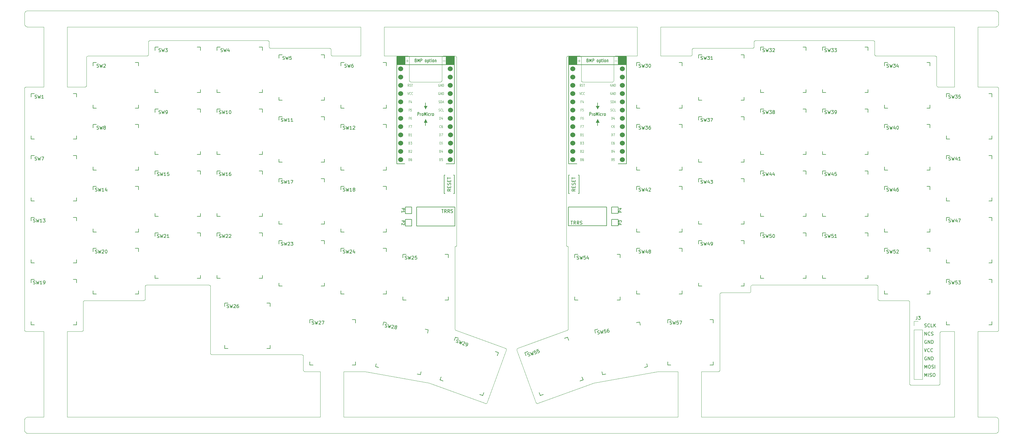
<source format=gto>
G04 #@! TF.GenerationSoftware,KiCad,Pcbnew,7.0.2*
G04 #@! TF.CreationDate,2023-10-10T22:26:24+09:00*
G04 #@! TF.ProjectId,SumNight57,53756d4e-6967-4687-9435-372e6b696361,rev?*
G04 #@! TF.SameCoordinates,Original*
G04 #@! TF.FileFunction,Legend,Top*
G04 #@! TF.FilePolarity,Positive*
%FSLAX46Y46*%
G04 Gerber Fmt 4.6, Leading zero omitted, Abs format (unit mm)*
G04 Created by KiCad (PCBNEW 7.0.2) date 2023-10-10 22:26:24*
%MOMM*%
%LPD*%
G01*
G04 APERTURE LIST*
%ADD10C,0.150000*%
%ADD11C,0.160000*%
%ADD12C,0.120000*%
%ADD13C,0.200000*%
%ADD14C,0.100000*%
%ADD15C,1.524000*%
G04 #@! TA.AperFunction,Profile*
%ADD16C,0.074083*%
G04 #@! TD*
G04 APERTURE END LIST*
D10*
X284584450Y-142333644D02*
X284727307Y-142381263D01*
X284727307Y-142381263D02*
X284965402Y-142381263D01*
X284965402Y-142381263D02*
X285060640Y-142333644D01*
X285060640Y-142333644D02*
X285108259Y-142286024D01*
X285108259Y-142286024D02*
X285155878Y-142190786D01*
X285155878Y-142190786D02*
X285155878Y-142095548D01*
X285155878Y-142095548D02*
X285108259Y-142000310D01*
X285108259Y-142000310D02*
X285060640Y-141952691D01*
X285060640Y-141952691D02*
X284965402Y-141905072D01*
X284965402Y-141905072D02*
X284774926Y-141857453D01*
X284774926Y-141857453D02*
X284679688Y-141809834D01*
X284679688Y-141809834D02*
X284632069Y-141762215D01*
X284632069Y-141762215D02*
X284584450Y-141666977D01*
X284584450Y-141666977D02*
X284584450Y-141571739D01*
X284584450Y-141571739D02*
X284632069Y-141476501D01*
X284632069Y-141476501D02*
X284679688Y-141428882D01*
X284679688Y-141428882D02*
X284774926Y-141381263D01*
X284774926Y-141381263D02*
X285013021Y-141381263D01*
X285013021Y-141381263D02*
X285155878Y-141428882D01*
X286155878Y-142286024D02*
X286108259Y-142333644D01*
X286108259Y-142333644D02*
X285965402Y-142381263D01*
X285965402Y-142381263D02*
X285870164Y-142381263D01*
X285870164Y-142381263D02*
X285727307Y-142333644D01*
X285727307Y-142333644D02*
X285632069Y-142238405D01*
X285632069Y-142238405D02*
X285584450Y-142143167D01*
X285584450Y-142143167D02*
X285536831Y-141952691D01*
X285536831Y-141952691D02*
X285536831Y-141809834D01*
X285536831Y-141809834D02*
X285584450Y-141619358D01*
X285584450Y-141619358D02*
X285632069Y-141524120D01*
X285632069Y-141524120D02*
X285727307Y-141428882D01*
X285727307Y-141428882D02*
X285870164Y-141381263D01*
X285870164Y-141381263D02*
X285965402Y-141381263D01*
X285965402Y-141381263D02*
X286108259Y-141428882D01*
X286108259Y-141428882D02*
X286155878Y-141476501D01*
X287060640Y-142381263D02*
X286584450Y-142381263D01*
X286584450Y-142381263D02*
X286584450Y-141381263D01*
X287393974Y-142381263D02*
X287393974Y-141381263D01*
X287965402Y-142381263D02*
X287536831Y-141809834D01*
X287965402Y-141381263D02*
X287393974Y-141952691D01*
X285155878Y-146508882D02*
X285060640Y-146461263D01*
X285060640Y-146461263D02*
X284917783Y-146461263D01*
X284917783Y-146461263D02*
X284774926Y-146508882D01*
X284774926Y-146508882D02*
X284679688Y-146604120D01*
X284679688Y-146604120D02*
X284632069Y-146699358D01*
X284632069Y-146699358D02*
X284584450Y-146889834D01*
X284584450Y-146889834D02*
X284584450Y-147032691D01*
X284584450Y-147032691D02*
X284632069Y-147223167D01*
X284632069Y-147223167D02*
X284679688Y-147318405D01*
X284679688Y-147318405D02*
X284774926Y-147413644D01*
X284774926Y-147413644D02*
X284917783Y-147461263D01*
X284917783Y-147461263D02*
X285013021Y-147461263D01*
X285013021Y-147461263D02*
X285155878Y-147413644D01*
X285155878Y-147413644D02*
X285203497Y-147366024D01*
X285203497Y-147366024D02*
X285203497Y-147032691D01*
X285203497Y-147032691D02*
X285013021Y-147032691D01*
X285632069Y-147461263D02*
X285632069Y-146461263D01*
X285632069Y-146461263D02*
X286203497Y-147461263D01*
X286203497Y-147461263D02*
X286203497Y-146461263D01*
X286679688Y-147461263D02*
X286679688Y-146461263D01*
X286679688Y-146461263D02*
X286917783Y-146461263D01*
X286917783Y-146461263D02*
X287060640Y-146508882D01*
X287060640Y-146508882D02*
X287155878Y-146604120D01*
X287155878Y-146604120D02*
X287203497Y-146699358D01*
X287203497Y-146699358D02*
X287251116Y-146889834D01*
X287251116Y-146889834D02*
X287251116Y-147032691D01*
X287251116Y-147032691D02*
X287203497Y-147223167D01*
X287203497Y-147223167D02*
X287155878Y-147318405D01*
X287155878Y-147318405D02*
X287060640Y-147413644D01*
X287060640Y-147413644D02*
X286917783Y-147461263D01*
X286917783Y-147461263D02*
X286679688Y-147461263D01*
X284632069Y-157621263D02*
X284632069Y-156621263D01*
X284632069Y-156621263D02*
X284965402Y-157335548D01*
X284965402Y-157335548D02*
X285298735Y-156621263D01*
X285298735Y-156621263D02*
X285298735Y-157621263D01*
X285774926Y-157621263D02*
X285774926Y-156621263D01*
X286203497Y-157573644D02*
X286346354Y-157621263D01*
X286346354Y-157621263D02*
X286584449Y-157621263D01*
X286584449Y-157621263D02*
X286679687Y-157573644D01*
X286679687Y-157573644D02*
X286727306Y-157526024D01*
X286727306Y-157526024D02*
X286774925Y-157430786D01*
X286774925Y-157430786D02*
X286774925Y-157335548D01*
X286774925Y-157335548D02*
X286727306Y-157240310D01*
X286727306Y-157240310D02*
X286679687Y-157192691D01*
X286679687Y-157192691D02*
X286584449Y-157145072D01*
X286584449Y-157145072D02*
X286393973Y-157097453D01*
X286393973Y-157097453D02*
X286298735Y-157049834D01*
X286298735Y-157049834D02*
X286251116Y-157002215D01*
X286251116Y-157002215D02*
X286203497Y-156906977D01*
X286203497Y-156906977D02*
X286203497Y-156811739D01*
X286203497Y-156811739D02*
X286251116Y-156716501D01*
X286251116Y-156716501D02*
X286298735Y-156668882D01*
X286298735Y-156668882D02*
X286393973Y-156621263D01*
X286393973Y-156621263D02*
X286632068Y-156621263D01*
X286632068Y-156621263D02*
X286774925Y-156668882D01*
X287393973Y-156621263D02*
X287584449Y-156621263D01*
X287584449Y-156621263D02*
X287679687Y-156668882D01*
X287679687Y-156668882D02*
X287774925Y-156764120D01*
X287774925Y-156764120D02*
X287822544Y-156954596D01*
X287822544Y-156954596D02*
X287822544Y-157287929D01*
X287822544Y-157287929D02*
X287774925Y-157478405D01*
X287774925Y-157478405D02*
X287679687Y-157573644D01*
X287679687Y-157573644D02*
X287584449Y-157621263D01*
X287584449Y-157621263D02*
X287393973Y-157621263D01*
X287393973Y-157621263D02*
X287298735Y-157573644D01*
X287298735Y-157573644D02*
X287203497Y-157478405D01*
X287203497Y-157478405D02*
X287155878Y-157287929D01*
X287155878Y-157287929D02*
X287155878Y-156954596D01*
X287155878Y-156954596D02*
X287203497Y-156764120D01*
X287203497Y-156764120D02*
X287298735Y-156668882D01*
X287298735Y-156668882D02*
X287393973Y-156621263D01*
X284489212Y-149001263D02*
X284822545Y-150001263D01*
X284822545Y-150001263D02*
X285155878Y-149001263D01*
X286060640Y-149906024D02*
X286013021Y-149953644D01*
X286013021Y-149953644D02*
X285870164Y-150001263D01*
X285870164Y-150001263D02*
X285774926Y-150001263D01*
X285774926Y-150001263D02*
X285632069Y-149953644D01*
X285632069Y-149953644D02*
X285536831Y-149858405D01*
X285536831Y-149858405D02*
X285489212Y-149763167D01*
X285489212Y-149763167D02*
X285441593Y-149572691D01*
X285441593Y-149572691D02*
X285441593Y-149429834D01*
X285441593Y-149429834D02*
X285489212Y-149239358D01*
X285489212Y-149239358D02*
X285536831Y-149144120D01*
X285536831Y-149144120D02*
X285632069Y-149048882D01*
X285632069Y-149048882D02*
X285774926Y-149001263D01*
X285774926Y-149001263D02*
X285870164Y-149001263D01*
X285870164Y-149001263D02*
X286013021Y-149048882D01*
X286013021Y-149048882D02*
X286060640Y-149096501D01*
X287060640Y-149906024D02*
X287013021Y-149953644D01*
X287013021Y-149953644D02*
X286870164Y-150001263D01*
X286870164Y-150001263D02*
X286774926Y-150001263D01*
X286774926Y-150001263D02*
X286632069Y-149953644D01*
X286632069Y-149953644D02*
X286536831Y-149858405D01*
X286536831Y-149858405D02*
X286489212Y-149763167D01*
X286489212Y-149763167D02*
X286441593Y-149572691D01*
X286441593Y-149572691D02*
X286441593Y-149429834D01*
X286441593Y-149429834D02*
X286489212Y-149239358D01*
X286489212Y-149239358D02*
X286536831Y-149144120D01*
X286536831Y-149144120D02*
X286632069Y-149048882D01*
X286632069Y-149048882D02*
X286774926Y-149001263D01*
X286774926Y-149001263D02*
X286870164Y-149001263D01*
X286870164Y-149001263D02*
X287013021Y-149048882D01*
X287013021Y-149048882D02*
X287060640Y-149096501D01*
X285155878Y-151588882D02*
X285060640Y-151541263D01*
X285060640Y-151541263D02*
X284917783Y-151541263D01*
X284917783Y-151541263D02*
X284774926Y-151588882D01*
X284774926Y-151588882D02*
X284679688Y-151684120D01*
X284679688Y-151684120D02*
X284632069Y-151779358D01*
X284632069Y-151779358D02*
X284584450Y-151969834D01*
X284584450Y-151969834D02*
X284584450Y-152112691D01*
X284584450Y-152112691D02*
X284632069Y-152303167D01*
X284632069Y-152303167D02*
X284679688Y-152398405D01*
X284679688Y-152398405D02*
X284774926Y-152493644D01*
X284774926Y-152493644D02*
X284917783Y-152541263D01*
X284917783Y-152541263D02*
X285013021Y-152541263D01*
X285013021Y-152541263D02*
X285155878Y-152493644D01*
X285155878Y-152493644D02*
X285203497Y-152446024D01*
X285203497Y-152446024D02*
X285203497Y-152112691D01*
X285203497Y-152112691D02*
X285013021Y-152112691D01*
X285632069Y-152541263D02*
X285632069Y-151541263D01*
X285632069Y-151541263D02*
X286203497Y-152541263D01*
X286203497Y-152541263D02*
X286203497Y-151541263D01*
X286679688Y-152541263D02*
X286679688Y-151541263D01*
X286679688Y-151541263D02*
X286917783Y-151541263D01*
X286917783Y-151541263D02*
X287060640Y-151588882D01*
X287060640Y-151588882D02*
X287155878Y-151684120D01*
X287155878Y-151684120D02*
X287203497Y-151779358D01*
X287203497Y-151779358D02*
X287251116Y-151969834D01*
X287251116Y-151969834D02*
X287251116Y-152112691D01*
X287251116Y-152112691D02*
X287203497Y-152303167D01*
X287203497Y-152303167D02*
X287155878Y-152398405D01*
X287155878Y-152398405D02*
X287060640Y-152493644D01*
X287060640Y-152493644D02*
X286917783Y-152541263D01*
X286917783Y-152541263D02*
X286679688Y-152541263D01*
X284632069Y-144921263D02*
X284632069Y-143921263D01*
X284632069Y-143921263D02*
X285203497Y-144921263D01*
X285203497Y-144921263D02*
X285203497Y-143921263D01*
X286251116Y-144826024D02*
X286203497Y-144873644D01*
X286203497Y-144873644D02*
X286060640Y-144921263D01*
X286060640Y-144921263D02*
X285965402Y-144921263D01*
X285965402Y-144921263D02*
X285822545Y-144873644D01*
X285822545Y-144873644D02*
X285727307Y-144778405D01*
X285727307Y-144778405D02*
X285679688Y-144683167D01*
X285679688Y-144683167D02*
X285632069Y-144492691D01*
X285632069Y-144492691D02*
X285632069Y-144349834D01*
X285632069Y-144349834D02*
X285679688Y-144159358D01*
X285679688Y-144159358D02*
X285727307Y-144064120D01*
X285727307Y-144064120D02*
X285822545Y-143968882D01*
X285822545Y-143968882D02*
X285965402Y-143921263D01*
X285965402Y-143921263D02*
X286060640Y-143921263D01*
X286060640Y-143921263D02*
X286203497Y-143968882D01*
X286203497Y-143968882D02*
X286251116Y-144016501D01*
X286632069Y-144873644D02*
X286774926Y-144921263D01*
X286774926Y-144921263D02*
X287013021Y-144921263D01*
X287013021Y-144921263D02*
X287108259Y-144873644D01*
X287108259Y-144873644D02*
X287155878Y-144826024D01*
X287155878Y-144826024D02*
X287203497Y-144730786D01*
X287203497Y-144730786D02*
X287203497Y-144635548D01*
X287203497Y-144635548D02*
X287155878Y-144540310D01*
X287155878Y-144540310D02*
X287108259Y-144492691D01*
X287108259Y-144492691D02*
X287013021Y-144445072D01*
X287013021Y-144445072D02*
X286822545Y-144397453D01*
X286822545Y-144397453D02*
X286727307Y-144349834D01*
X286727307Y-144349834D02*
X286679688Y-144302215D01*
X286679688Y-144302215D02*
X286632069Y-144206977D01*
X286632069Y-144206977D02*
X286632069Y-144111739D01*
X286632069Y-144111739D02*
X286679688Y-144016501D01*
X286679688Y-144016501D02*
X286727307Y-143968882D01*
X286727307Y-143968882D02*
X286822545Y-143921263D01*
X286822545Y-143921263D02*
X287060640Y-143921263D01*
X287060640Y-143921263D02*
X287203497Y-143968882D01*
X284632069Y-155081263D02*
X284632069Y-154081263D01*
X284632069Y-154081263D02*
X284965402Y-154795548D01*
X284965402Y-154795548D02*
X285298735Y-154081263D01*
X285298735Y-154081263D02*
X285298735Y-155081263D01*
X285965402Y-154081263D02*
X286155878Y-154081263D01*
X286155878Y-154081263D02*
X286251116Y-154128882D01*
X286251116Y-154128882D02*
X286346354Y-154224120D01*
X286346354Y-154224120D02*
X286393973Y-154414596D01*
X286393973Y-154414596D02*
X286393973Y-154747929D01*
X286393973Y-154747929D02*
X286346354Y-154938405D01*
X286346354Y-154938405D02*
X286251116Y-155033644D01*
X286251116Y-155033644D02*
X286155878Y-155081263D01*
X286155878Y-155081263D02*
X285965402Y-155081263D01*
X285965402Y-155081263D02*
X285870164Y-155033644D01*
X285870164Y-155033644D02*
X285774926Y-154938405D01*
X285774926Y-154938405D02*
X285727307Y-154747929D01*
X285727307Y-154747929D02*
X285727307Y-154414596D01*
X285727307Y-154414596D02*
X285774926Y-154224120D01*
X285774926Y-154224120D02*
X285870164Y-154128882D01*
X285870164Y-154128882D02*
X285965402Y-154081263D01*
X286774926Y-155033644D02*
X286917783Y-155081263D01*
X286917783Y-155081263D02*
X287155878Y-155081263D01*
X287155878Y-155081263D02*
X287251116Y-155033644D01*
X287251116Y-155033644D02*
X287298735Y-154986024D01*
X287298735Y-154986024D02*
X287346354Y-154890786D01*
X287346354Y-154890786D02*
X287346354Y-154795548D01*
X287346354Y-154795548D02*
X287298735Y-154700310D01*
X287298735Y-154700310D02*
X287251116Y-154652691D01*
X287251116Y-154652691D02*
X287155878Y-154605072D01*
X287155878Y-154605072D02*
X286965402Y-154557453D01*
X286965402Y-154557453D02*
X286870164Y-154509834D01*
X286870164Y-154509834D02*
X286822545Y-154462215D01*
X286822545Y-154462215D02*
X286774926Y-154366977D01*
X286774926Y-154366977D02*
X286774926Y-154271739D01*
X286774926Y-154271739D02*
X286822545Y-154176501D01*
X286822545Y-154176501D02*
X286870164Y-154128882D01*
X286870164Y-154128882D02*
X286965402Y-154081263D01*
X286965402Y-154081263D02*
X287203497Y-154081263D01*
X287203497Y-154081263D02*
X287346354Y-154128882D01*
X287774926Y-155081263D02*
X287774926Y-154081263D01*
X282282640Y-139046263D02*
X282282640Y-139760548D01*
X282282640Y-139760548D02*
X282235021Y-139903405D01*
X282235021Y-139903405D02*
X282139783Y-139998644D01*
X282139783Y-139998644D02*
X281996926Y-140046263D01*
X281996926Y-140046263D02*
X281901688Y-140046263D01*
X282663593Y-139046263D02*
X283282640Y-139046263D01*
X283282640Y-139046263D02*
X282949307Y-139427215D01*
X282949307Y-139427215D02*
X283092164Y-139427215D01*
X283092164Y-139427215D02*
X283187402Y-139474834D01*
X283187402Y-139474834D02*
X283235021Y-139522453D01*
X283235021Y-139522453D02*
X283282640Y-139617691D01*
X283282640Y-139617691D02*
X283282640Y-139855786D01*
X283282640Y-139855786D02*
X283235021Y-139951024D01*
X283235021Y-139951024D02*
X283187402Y-139998644D01*
X283187402Y-139998644D02*
X283092164Y-140046263D01*
X283092164Y-140046263D02*
X282806450Y-140046263D01*
X282806450Y-140046263D02*
X282711212Y-139998644D01*
X282711212Y-139998644D02*
X282663593Y-139951024D01*
X123867957Y-105879970D02*
X124680757Y-105879970D01*
X124680757Y-105879970D02*
X124680757Y-106189608D01*
X124680757Y-106189608D02*
X124642052Y-106267018D01*
X124642052Y-106267018D02*
X124603347Y-106305723D01*
X124603347Y-106305723D02*
X124525938Y-106344427D01*
X124525938Y-106344427D02*
X124409823Y-106344427D01*
X124409823Y-106344427D02*
X124332414Y-106305723D01*
X124332414Y-106305723D02*
X124293709Y-106267018D01*
X124293709Y-106267018D02*
X124255004Y-106189608D01*
X124255004Y-106189608D02*
X124255004Y-105879970D01*
X123867957Y-107118523D02*
X123867957Y-106654066D01*
X123867957Y-106886294D02*
X124680757Y-106886294D01*
X124680757Y-106886294D02*
X124564642Y-106808885D01*
X124564642Y-106808885D02*
X124487233Y-106731475D01*
X124487233Y-106731475D02*
X124448528Y-106654066D01*
X191382990Y-107029817D02*
X190570190Y-107029817D01*
X190570190Y-107029817D02*
X190570190Y-106720179D01*
X190570190Y-106720179D02*
X190608895Y-106642769D01*
X190608895Y-106642769D02*
X190647600Y-106604064D01*
X190647600Y-106604064D02*
X190725009Y-106565360D01*
X190725009Y-106565360D02*
X190841124Y-106565360D01*
X190841124Y-106565360D02*
X190918533Y-106604064D01*
X190918533Y-106604064D02*
X190957238Y-106642769D01*
X190957238Y-106642769D02*
X190995943Y-106720179D01*
X190995943Y-106720179D02*
X190995943Y-107029817D01*
X190841124Y-105868674D02*
X191382990Y-105868674D01*
X190531486Y-106062198D02*
X191112057Y-106255721D01*
X191112057Y-106255721D02*
X191112057Y-105752560D01*
X175819069Y-109785013D02*
X176390497Y-109785013D01*
X176104783Y-110785013D02*
X176104783Y-109785013D01*
X177295259Y-110785013D02*
X176961926Y-110308822D01*
X176723831Y-110785013D02*
X176723831Y-109785013D01*
X176723831Y-109785013D02*
X177104783Y-109785013D01*
X177104783Y-109785013D02*
X177200021Y-109832632D01*
X177200021Y-109832632D02*
X177247640Y-109880251D01*
X177247640Y-109880251D02*
X177295259Y-109975489D01*
X177295259Y-109975489D02*
X177295259Y-110118346D01*
X177295259Y-110118346D02*
X177247640Y-110213584D01*
X177247640Y-110213584D02*
X177200021Y-110261203D01*
X177200021Y-110261203D02*
X177104783Y-110308822D01*
X177104783Y-110308822D02*
X176723831Y-110308822D01*
X178295259Y-110785013D02*
X177961926Y-110308822D01*
X177723831Y-110785013D02*
X177723831Y-109785013D01*
X177723831Y-109785013D02*
X178104783Y-109785013D01*
X178104783Y-109785013D02*
X178200021Y-109832632D01*
X178200021Y-109832632D02*
X178247640Y-109880251D01*
X178247640Y-109880251D02*
X178295259Y-109975489D01*
X178295259Y-109975489D02*
X178295259Y-110118346D01*
X178295259Y-110118346D02*
X178247640Y-110213584D01*
X178247640Y-110213584D02*
X178200021Y-110261203D01*
X178200021Y-110261203D02*
X178104783Y-110308822D01*
X178104783Y-110308822D02*
X177723831Y-110308822D01*
X178676212Y-110737394D02*
X178819069Y-110785013D01*
X178819069Y-110785013D02*
X179057164Y-110785013D01*
X179057164Y-110785013D02*
X179152402Y-110737394D01*
X179152402Y-110737394D02*
X179200021Y-110689774D01*
X179200021Y-110689774D02*
X179247640Y-110594536D01*
X179247640Y-110594536D02*
X179247640Y-110499298D01*
X179247640Y-110499298D02*
X179200021Y-110404060D01*
X179200021Y-110404060D02*
X179152402Y-110356441D01*
X179152402Y-110356441D02*
X179057164Y-110308822D01*
X179057164Y-110308822D02*
X178866688Y-110261203D01*
X178866688Y-110261203D02*
X178771450Y-110213584D01*
X178771450Y-110213584D02*
X178723831Y-110165965D01*
X178723831Y-110165965D02*
X178676212Y-110070727D01*
X178676212Y-110070727D02*
X178676212Y-109975489D01*
X178676212Y-109975489D02*
X178723831Y-109880251D01*
X178723831Y-109880251D02*
X178771450Y-109832632D01*
X178771450Y-109832632D02*
X178866688Y-109785013D01*
X178866688Y-109785013D02*
X179104783Y-109785013D01*
X179104783Y-109785013D02*
X179247640Y-109832632D01*
D11*
X128735926Y-77352513D02*
X128735926Y-76352513D01*
X128735926Y-76352513D02*
X129040688Y-76352513D01*
X129040688Y-76352513D02*
X129116878Y-76400132D01*
X129116878Y-76400132D02*
X129154973Y-76447751D01*
X129154973Y-76447751D02*
X129193069Y-76542989D01*
X129193069Y-76542989D02*
X129193069Y-76685846D01*
X129193069Y-76685846D02*
X129154973Y-76781084D01*
X129154973Y-76781084D02*
X129116878Y-76828703D01*
X129116878Y-76828703D02*
X129040688Y-76876322D01*
X129040688Y-76876322D02*
X128735926Y-76876322D01*
X129535926Y-77352513D02*
X129535926Y-76685846D01*
X129535926Y-76876322D02*
X129574021Y-76781084D01*
X129574021Y-76781084D02*
X129612116Y-76733465D01*
X129612116Y-76733465D02*
X129688307Y-76685846D01*
X129688307Y-76685846D02*
X129764497Y-76685846D01*
X130145449Y-77352513D02*
X130069259Y-77304894D01*
X130069259Y-77304894D02*
X130031164Y-77257274D01*
X130031164Y-77257274D02*
X129993068Y-77162036D01*
X129993068Y-77162036D02*
X129993068Y-76876322D01*
X129993068Y-76876322D02*
X130031164Y-76781084D01*
X130031164Y-76781084D02*
X130069259Y-76733465D01*
X130069259Y-76733465D02*
X130145449Y-76685846D01*
X130145449Y-76685846D02*
X130259735Y-76685846D01*
X130259735Y-76685846D02*
X130335926Y-76733465D01*
X130335926Y-76733465D02*
X130374021Y-76781084D01*
X130374021Y-76781084D02*
X130412116Y-76876322D01*
X130412116Y-76876322D02*
X130412116Y-77162036D01*
X130412116Y-77162036D02*
X130374021Y-77257274D01*
X130374021Y-77257274D02*
X130335926Y-77304894D01*
X130335926Y-77304894D02*
X130259735Y-77352513D01*
X130259735Y-77352513D02*
X130145449Y-77352513D01*
X130754974Y-77352513D02*
X130754974Y-76352513D01*
X130754974Y-76352513D02*
X131021640Y-77066798D01*
X131021640Y-77066798D02*
X131288307Y-76352513D01*
X131288307Y-76352513D02*
X131288307Y-77352513D01*
X131669260Y-77352513D02*
X131669260Y-76685846D01*
X131669260Y-76352513D02*
X131631164Y-76400132D01*
X131631164Y-76400132D02*
X131669260Y-76447751D01*
X131669260Y-76447751D02*
X131707355Y-76400132D01*
X131707355Y-76400132D02*
X131669260Y-76352513D01*
X131669260Y-76352513D02*
X131669260Y-76447751D01*
X132393069Y-77304894D02*
X132316878Y-77352513D01*
X132316878Y-77352513D02*
X132164497Y-77352513D01*
X132164497Y-77352513D02*
X132088307Y-77304894D01*
X132088307Y-77304894D02*
X132050212Y-77257274D01*
X132050212Y-77257274D02*
X132012116Y-77162036D01*
X132012116Y-77162036D02*
X132012116Y-76876322D01*
X132012116Y-76876322D02*
X132050212Y-76781084D01*
X132050212Y-76781084D02*
X132088307Y-76733465D01*
X132088307Y-76733465D02*
X132164497Y-76685846D01*
X132164497Y-76685846D02*
X132316878Y-76685846D01*
X132316878Y-76685846D02*
X132393069Y-76733465D01*
X132735926Y-77352513D02*
X132735926Y-76685846D01*
X132735926Y-76876322D02*
X132774021Y-76781084D01*
X132774021Y-76781084D02*
X132812116Y-76733465D01*
X132812116Y-76733465D02*
X132888307Y-76685846D01*
X132888307Y-76685846D02*
X132964497Y-76685846D01*
X133345449Y-77352513D02*
X133269259Y-77304894D01*
X133269259Y-77304894D02*
X133231164Y-77257274D01*
X133231164Y-77257274D02*
X133193068Y-77162036D01*
X133193068Y-77162036D02*
X133193068Y-76876322D01*
X133193068Y-76876322D02*
X133231164Y-76781084D01*
X133231164Y-76781084D02*
X133269259Y-76733465D01*
X133269259Y-76733465D02*
X133345449Y-76685846D01*
X133345449Y-76685846D02*
X133459735Y-76685846D01*
X133459735Y-76685846D02*
X133535926Y-76733465D01*
X133535926Y-76733465D02*
X133574021Y-76781084D01*
X133574021Y-76781084D02*
X133612116Y-76876322D01*
X133612116Y-76876322D02*
X133612116Y-77162036D01*
X133612116Y-77162036D02*
X133574021Y-77257274D01*
X133574021Y-77257274D02*
X133535926Y-77304894D01*
X133535926Y-77304894D02*
X133459735Y-77352513D01*
X133459735Y-77352513D02*
X133345449Y-77352513D01*
D12*
X135462117Y-78506858D02*
X135462117Y-77756858D01*
X135462117Y-77756858D02*
X135604974Y-77756858D01*
X135604974Y-77756858D02*
X135690688Y-77792572D01*
X135690688Y-77792572D02*
X135747831Y-77864001D01*
X135747831Y-77864001D02*
X135776402Y-77935429D01*
X135776402Y-77935429D02*
X135804974Y-78078286D01*
X135804974Y-78078286D02*
X135804974Y-78185429D01*
X135804974Y-78185429D02*
X135776402Y-78328286D01*
X135776402Y-78328286D02*
X135747831Y-78399715D01*
X135747831Y-78399715D02*
X135690688Y-78471144D01*
X135690688Y-78471144D02*
X135604974Y-78506858D01*
X135604974Y-78506858D02*
X135462117Y-78506858D01*
X136319260Y-78006858D02*
X136319260Y-78506858D01*
X136176402Y-77721144D02*
X136033545Y-78256858D01*
X136033545Y-78256858D02*
X136404974Y-78256858D01*
X135462117Y-83586858D02*
X135462117Y-82836858D01*
X135462117Y-82836858D02*
X135604974Y-82836858D01*
X135604974Y-82836858D02*
X135690688Y-82872572D01*
X135690688Y-82872572D02*
X135747831Y-82944001D01*
X135747831Y-82944001D02*
X135776402Y-83015429D01*
X135776402Y-83015429D02*
X135804974Y-83158286D01*
X135804974Y-83158286D02*
X135804974Y-83265429D01*
X135804974Y-83265429D02*
X135776402Y-83408286D01*
X135776402Y-83408286D02*
X135747831Y-83479715D01*
X135747831Y-83479715D02*
X135690688Y-83551144D01*
X135690688Y-83551144D02*
X135604974Y-83586858D01*
X135604974Y-83586858D02*
X135462117Y-83586858D01*
X136004974Y-82836858D02*
X136404974Y-82836858D01*
X136404974Y-82836858D02*
X136147831Y-83586858D01*
X135662117Y-90814001D02*
X135747831Y-90849715D01*
X135747831Y-90849715D02*
X135776402Y-90885429D01*
X135776402Y-90885429D02*
X135804974Y-90956858D01*
X135804974Y-90956858D02*
X135804974Y-91064001D01*
X135804974Y-91064001D02*
X135776402Y-91135429D01*
X135776402Y-91135429D02*
X135747831Y-91171144D01*
X135747831Y-91171144D02*
X135690688Y-91206858D01*
X135690688Y-91206858D02*
X135462117Y-91206858D01*
X135462117Y-91206858D02*
X135462117Y-90456858D01*
X135462117Y-90456858D02*
X135662117Y-90456858D01*
X135662117Y-90456858D02*
X135719260Y-90492572D01*
X135719260Y-90492572D02*
X135747831Y-90528286D01*
X135747831Y-90528286D02*
X135776402Y-90599715D01*
X135776402Y-90599715D02*
X135776402Y-90671144D01*
X135776402Y-90671144D02*
X135747831Y-90742572D01*
X135747831Y-90742572D02*
X135719260Y-90778286D01*
X135719260Y-90778286D02*
X135662117Y-90814001D01*
X135662117Y-90814001D02*
X135462117Y-90814001D01*
X136347831Y-90456858D02*
X136062117Y-90456858D01*
X136062117Y-90456858D02*
X136033545Y-90814001D01*
X136033545Y-90814001D02*
X136062117Y-90778286D01*
X136062117Y-90778286D02*
X136119260Y-90742572D01*
X136119260Y-90742572D02*
X136262117Y-90742572D01*
X136262117Y-90742572D02*
X136319260Y-90778286D01*
X136319260Y-90778286D02*
X136347831Y-90814001D01*
X136347831Y-90814001D02*
X136376402Y-90885429D01*
X136376402Y-90885429D02*
X136376402Y-91064001D01*
X136376402Y-91064001D02*
X136347831Y-91135429D01*
X136347831Y-91135429D02*
X136319260Y-91171144D01*
X136319260Y-91171144D02*
X136262117Y-91206858D01*
X136262117Y-91206858D02*
X136119260Y-91206858D01*
X136119260Y-91206858D02*
X136062117Y-91171144D01*
X136062117Y-91171144D02*
X136033545Y-91135429D01*
X125604973Y-70136858D02*
X125804973Y-70886858D01*
X125804973Y-70886858D02*
X126004973Y-70136858D01*
X126547831Y-70815429D02*
X126519259Y-70851144D01*
X126519259Y-70851144D02*
X126433545Y-70886858D01*
X126433545Y-70886858D02*
X126376402Y-70886858D01*
X126376402Y-70886858D02*
X126290688Y-70851144D01*
X126290688Y-70851144D02*
X126233545Y-70779715D01*
X126233545Y-70779715D02*
X126204974Y-70708286D01*
X126204974Y-70708286D02*
X126176402Y-70565429D01*
X126176402Y-70565429D02*
X126176402Y-70458286D01*
X126176402Y-70458286D02*
X126204974Y-70315429D01*
X126204974Y-70315429D02*
X126233545Y-70244001D01*
X126233545Y-70244001D02*
X126290688Y-70172572D01*
X126290688Y-70172572D02*
X126376402Y-70136858D01*
X126376402Y-70136858D02*
X126433545Y-70136858D01*
X126433545Y-70136858D02*
X126519259Y-70172572D01*
X126519259Y-70172572D02*
X126547831Y-70208286D01*
X127147831Y-70815429D02*
X127119259Y-70851144D01*
X127119259Y-70851144D02*
X127033545Y-70886858D01*
X127033545Y-70886858D02*
X126976402Y-70886858D01*
X126976402Y-70886858D02*
X126890688Y-70851144D01*
X126890688Y-70851144D02*
X126833545Y-70779715D01*
X126833545Y-70779715D02*
X126804974Y-70708286D01*
X126804974Y-70708286D02*
X126776402Y-70565429D01*
X126776402Y-70565429D02*
X126776402Y-70458286D01*
X126776402Y-70458286D02*
X126804974Y-70315429D01*
X126804974Y-70315429D02*
X126833545Y-70244001D01*
X126833545Y-70244001D02*
X126890688Y-70172572D01*
X126890688Y-70172572D02*
X126976402Y-70136858D01*
X126976402Y-70136858D02*
X127033545Y-70136858D01*
X127033545Y-70136858D02*
X127119259Y-70172572D01*
X127119259Y-70172572D02*
X127147831Y-70208286D01*
X126162117Y-90814001D02*
X126247831Y-90849715D01*
X126247831Y-90849715D02*
X126276402Y-90885429D01*
X126276402Y-90885429D02*
X126304974Y-90956858D01*
X126304974Y-90956858D02*
X126304974Y-91064001D01*
X126304974Y-91064001D02*
X126276402Y-91135429D01*
X126276402Y-91135429D02*
X126247831Y-91171144D01*
X126247831Y-91171144D02*
X126190688Y-91206858D01*
X126190688Y-91206858D02*
X125962117Y-91206858D01*
X125962117Y-91206858D02*
X125962117Y-90456858D01*
X125962117Y-90456858D02*
X126162117Y-90456858D01*
X126162117Y-90456858D02*
X126219260Y-90492572D01*
X126219260Y-90492572D02*
X126247831Y-90528286D01*
X126247831Y-90528286D02*
X126276402Y-90599715D01*
X126276402Y-90599715D02*
X126276402Y-90671144D01*
X126276402Y-90671144D02*
X126247831Y-90742572D01*
X126247831Y-90742572D02*
X126219260Y-90778286D01*
X126219260Y-90778286D02*
X126162117Y-90814001D01*
X126162117Y-90814001D02*
X125962117Y-90814001D01*
X126819260Y-90456858D02*
X126704974Y-90456858D01*
X126704974Y-90456858D02*
X126647831Y-90492572D01*
X126647831Y-90492572D02*
X126619260Y-90528286D01*
X126619260Y-90528286D02*
X126562117Y-90635429D01*
X126562117Y-90635429D02*
X126533545Y-90778286D01*
X126533545Y-90778286D02*
X126533545Y-91064001D01*
X126533545Y-91064001D02*
X126562117Y-91135429D01*
X126562117Y-91135429D02*
X126590688Y-91171144D01*
X126590688Y-91171144D02*
X126647831Y-91206858D01*
X126647831Y-91206858D02*
X126762117Y-91206858D01*
X126762117Y-91206858D02*
X126819260Y-91171144D01*
X126819260Y-91171144D02*
X126847831Y-91135429D01*
X126847831Y-91135429D02*
X126876402Y-91064001D01*
X126876402Y-91064001D02*
X126876402Y-90885429D01*
X126876402Y-90885429D02*
X126847831Y-90814001D01*
X126847831Y-90814001D02*
X126819260Y-90778286D01*
X126819260Y-90778286D02*
X126762117Y-90742572D01*
X126762117Y-90742572D02*
X126647831Y-90742572D01*
X126647831Y-90742572D02*
X126590688Y-90778286D01*
X126590688Y-90778286D02*
X126562117Y-90814001D01*
X126562117Y-90814001D02*
X126533545Y-90885429D01*
X126076402Y-68346858D02*
X125876402Y-67989715D01*
X125733545Y-68346858D02*
X125733545Y-67596858D01*
X125733545Y-67596858D02*
X125962116Y-67596858D01*
X125962116Y-67596858D02*
X126019259Y-67632572D01*
X126019259Y-67632572D02*
X126047830Y-67668286D01*
X126047830Y-67668286D02*
X126076402Y-67739715D01*
X126076402Y-67739715D02*
X126076402Y-67846858D01*
X126076402Y-67846858D02*
X126047830Y-67918286D01*
X126047830Y-67918286D02*
X126019259Y-67954001D01*
X126019259Y-67954001D02*
X125962116Y-67989715D01*
X125962116Y-67989715D02*
X125733545Y-67989715D01*
X126304973Y-68311144D02*
X126390688Y-68346858D01*
X126390688Y-68346858D02*
X126533545Y-68346858D01*
X126533545Y-68346858D02*
X126590688Y-68311144D01*
X126590688Y-68311144D02*
X126619259Y-68275429D01*
X126619259Y-68275429D02*
X126647830Y-68204001D01*
X126647830Y-68204001D02*
X126647830Y-68132572D01*
X126647830Y-68132572D02*
X126619259Y-68061144D01*
X126619259Y-68061144D02*
X126590688Y-68025429D01*
X126590688Y-68025429D02*
X126533545Y-67989715D01*
X126533545Y-67989715D02*
X126419259Y-67954001D01*
X126419259Y-67954001D02*
X126362116Y-67918286D01*
X126362116Y-67918286D02*
X126333545Y-67882572D01*
X126333545Y-67882572D02*
X126304973Y-67811144D01*
X126304973Y-67811144D02*
X126304973Y-67739715D01*
X126304973Y-67739715D02*
X126333545Y-67668286D01*
X126333545Y-67668286D02*
X126362116Y-67632572D01*
X126362116Y-67632572D02*
X126419259Y-67596858D01*
X126419259Y-67596858D02*
X126562116Y-67596858D01*
X126562116Y-67596858D02*
X126647830Y-67632572D01*
X126819259Y-67596858D02*
X127162117Y-67596858D01*
X126990688Y-68346858D02*
X126990688Y-67596858D01*
D11*
X128183544Y-60336703D02*
X128297830Y-60384322D01*
X128297830Y-60384322D02*
X128335925Y-60431941D01*
X128335925Y-60431941D02*
X128374021Y-60527179D01*
X128374021Y-60527179D02*
X128374021Y-60670036D01*
X128374021Y-60670036D02*
X128335925Y-60765274D01*
X128335925Y-60765274D02*
X128297830Y-60812894D01*
X128297830Y-60812894D02*
X128221640Y-60860513D01*
X128221640Y-60860513D02*
X127916878Y-60860513D01*
X127916878Y-60860513D02*
X127916878Y-59860513D01*
X127916878Y-59860513D02*
X128183544Y-59860513D01*
X128183544Y-59860513D02*
X128259735Y-59908132D01*
X128259735Y-59908132D02*
X128297830Y-59955751D01*
X128297830Y-59955751D02*
X128335925Y-60050989D01*
X128335925Y-60050989D02*
X128335925Y-60146227D01*
X128335925Y-60146227D02*
X128297830Y-60241465D01*
X128297830Y-60241465D02*
X128259735Y-60289084D01*
X128259735Y-60289084D02*
X128183544Y-60336703D01*
X128183544Y-60336703D02*
X127916878Y-60336703D01*
X128716878Y-60860513D02*
X128716878Y-59860513D01*
X128716878Y-59860513D02*
X128983544Y-60574798D01*
X128983544Y-60574798D02*
X129250211Y-59860513D01*
X129250211Y-59860513D02*
X129250211Y-60860513D01*
X129631164Y-60860513D02*
X129631164Y-59860513D01*
X129631164Y-59860513D02*
X129935926Y-59860513D01*
X129935926Y-59860513D02*
X130012116Y-59908132D01*
X130012116Y-59908132D02*
X130050211Y-59955751D01*
X130050211Y-59955751D02*
X130088307Y-60050989D01*
X130088307Y-60050989D02*
X130088307Y-60193846D01*
X130088307Y-60193846D02*
X130050211Y-60289084D01*
X130050211Y-60289084D02*
X130012116Y-60336703D01*
X130012116Y-60336703D02*
X129935926Y-60384322D01*
X129935926Y-60384322D02*
X129631164Y-60384322D01*
X131154973Y-60860513D02*
X131078783Y-60812894D01*
X131078783Y-60812894D02*
X131040688Y-60765274D01*
X131040688Y-60765274D02*
X131002592Y-60670036D01*
X131002592Y-60670036D02*
X131002592Y-60384322D01*
X131002592Y-60384322D02*
X131040688Y-60289084D01*
X131040688Y-60289084D02*
X131078783Y-60241465D01*
X131078783Y-60241465D02*
X131154973Y-60193846D01*
X131154973Y-60193846D02*
X131269259Y-60193846D01*
X131269259Y-60193846D02*
X131345450Y-60241465D01*
X131345450Y-60241465D02*
X131383545Y-60289084D01*
X131383545Y-60289084D02*
X131421640Y-60384322D01*
X131421640Y-60384322D02*
X131421640Y-60670036D01*
X131421640Y-60670036D02*
X131383545Y-60765274D01*
X131383545Y-60765274D02*
X131345450Y-60812894D01*
X131345450Y-60812894D02*
X131269259Y-60860513D01*
X131269259Y-60860513D02*
X131154973Y-60860513D01*
X131764498Y-60193846D02*
X131764498Y-61193846D01*
X131764498Y-60241465D02*
X131840688Y-60193846D01*
X131840688Y-60193846D02*
X131993069Y-60193846D01*
X131993069Y-60193846D02*
X132069260Y-60241465D01*
X132069260Y-60241465D02*
X132107355Y-60289084D01*
X132107355Y-60289084D02*
X132145450Y-60384322D01*
X132145450Y-60384322D02*
X132145450Y-60670036D01*
X132145450Y-60670036D02*
X132107355Y-60765274D01*
X132107355Y-60765274D02*
X132069260Y-60812894D01*
X132069260Y-60812894D02*
X131993069Y-60860513D01*
X131993069Y-60860513D02*
X131840688Y-60860513D01*
X131840688Y-60860513D02*
X131764498Y-60812894D01*
X132374022Y-60193846D02*
X132678784Y-60193846D01*
X132488308Y-59860513D02*
X132488308Y-60717655D01*
X132488308Y-60717655D02*
X132526403Y-60812894D01*
X132526403Y-60812894D02*
X132602593Y-60860513D01*
X132602593Y-60860513D02*
X132678784Y-60860513D01*
X132945451Y-60860513D02*
X132945451Y-60193846D01*
X132945451Y-59860513D02*
X132907355Y-59908132D01*
X132907355Y-59908132D02*
X132945451Y-59955751D01*
X132945451Y-59955751D02*
X132983546Y-59908132D01*
X132983546Y-59908132D02*
X132945451Y-59860513D01*
X132945451Y-59860513D02*
X132945451Y-59955751D01*
X133440688Y-60860513D02*
X133364498Y-60812894D01*
X133364498Y-60812894D02*
X133326403Y-60765274D01*
X133326403Y-60765274D02*
X133288307Y-60670036D01*
X133288307Y-60670036D02*
X133288307Y-60384322D01*
X133288307Y-60384322D02*
X133326403Y-60289084D01*
X133326403Y-60289084D02*
X133364498Y-60241465D01*
X133364498Y-60241465D02*
X133440688Y-60193846D01*
X133440688Y-60193846D02*
X133554974Y-60193846D01*
X133554974Y-60193846D02*
X133631165Y-60241465D01*
X133631165Y-60241465D02*
X133669260Y-60289084D01*
X133669260Y-60289084D02*
X133707355Y-60384322D01*
X133707355Y-60384322D02*
X133707355Y-60670036D01*
X133707355Y-60670036D02*
X133669260Y-60765274D01*
X133669260Y-60765274D02*
X133631165Y-60812894D01*
X133631165Y-60812894D02*
X133554974Y-60860513D01*
X133554974Y-60860513D02*
X133440688Y-60860513D01*
X134050213Y-60193846D02*
X134050213Y-60860513D01*
X134050213Y-60289084D02*
X134088308Y-60241465D01*
X134088308Y-60241465D02*
X134164498Y-60193846D01*
X134164498Y-60193846D02*
X134278784Y-60193846D01*
X134278784Y-60193846D02*
X134354975Y-60241465D01*
X134354975Y-60241465D02*
X134393070Y-60336703D01*
X134393070Y-60336703D02*
X134393070Y-60860513D01*
D12*
X135490688Y-85734001D02*
X135690688Y-85734001D01*
X135776402Y-86126858D02*
X135490688Y-86126858D01*
X135490688Y-86126858D02*
X135490688Y-85376858D01*
X135490688Y-85376858D02*
X135776402Y-85376858D01*
X136290688Y-85376858D02*
X136176402Y-85376858D01*
X136176402Y-85376858D02*
X136119259Y-85412572D01*
X136119259Y-85412572D02*
X136090688Y-85448286D01*
X136090688Y-85448286D02*
X136033545Y-85555429D01*
X136033545Y-85555429D02*
X136004973Y-85698286D01*
X136004973Y-85698286D02*
X136004973Y-85984001D01*
X136004973Y-85984001D02*
X136033545Y-86055429D01*
X136033545Y-86055429D02*
X136062116Y-86091144D01*
X136062116Y-86091144D02*
X136119259Y-86126858D01*
X136119259Y-86126858D02*
X136233545Y-86126858D01*
X136233545Y-86126858D02*
X136290688Y-86091144D01*
X136290688Y-86091144D02*
X136319259Y-86055429D01*
X136319259Y-86055429D02*
X136347830Y-85984001D01*
X136347830Y-85984001D02*
X136347830Y-85805429D01*
X136347830Y-85805429D02*
X136319259Y-85734001D01*
X136319259Y-85734001D02*
X136290688Y-85698286D01*
X136290688Y-85698286D02*
X136233545Y-85662572D01*
X136233545Y-85662572D02*
X136119259Y-85662572D01*
X136119259Y-85662572D02*
X136062116Y-85698286D01*
X136062116Y-85698286D02*
X136033545Y-85734001D01*
X136033545Y-85734001D02*
X136004973Y-85805429D01*
X135190688Y-75931144D02*
X135276403Y-75966858D01*
X135276403Y-75966858D02*
X135419260Y-75966858D01*
X135419260Y-75966858D02*
X135476403Y-75931144D01*
X135476403Y-75931144D02*
X135504974Y-75895429D01*
X135504974Y-75895429D02*
X135533545Y-75824001D01*
X135533545Y-75824001D02*
X135533545Y-75752572D01*
X135533545Y-75752572D02*
X135504974Y-75681144D01*
X135504974Y-75681144D02*
X135476403Y-75645429D01*
X135476403Y-75645429D02*
X135419260Y-75609715D01*
X135419260Y-75609715D02*
X135304974Y-75574001D01*
X135304974Y-75574001D02*
X135247831Y-75538286D01*
X135247831Y-75538286D02*
X135219260Y-75502572D01*
X135219260Y-75502572D02*
X135190688Y-75431144D01*
X135190688Y-75431144D02*
X135190688Y-75359715D01*
X135190688Y-75359715D02*
X135219260Y-75288286D01*
X135219260Y-75288286D02*
X135247831Y-75252572D01*
X135247831Y-75252572D02*
X135304974Y-75216858D01*
X135304974Y-75216858D02*
X135447831Y-75216858D01*
X135447831Y-75216858D02*
X135533545Y-75252572D01*
X136133546Y-75895429D02*
X136104974Y-75931144D01*
X136104974Y-75931144D02*
X136019260Y-75966858D01*
X136019260Y-75966858D02*
X135962117Y-75966858D01*
X135962117Y-75966858D02*
X135876403Y-75931144D01*
X135876403Y-75931144D02*
X135819260Y-75859715D01*
X135819260Y-75859715D02*
X135790689Y-75788286D01*
X135790689Y-75788286D02*
X135762117Y-75645429D01*
X135762117Y-75645429D02*
X135762117Y-75538286D01*
X135762117Y-75538286D02*
X135790689Y-75395429D01*
X135790689Y-75395429D02*
X135819260Y-75324001D01*
X135819260Y-75324001D02*
X135876403Y-75252572D01*
X135876403Y-75252572D02*
X135962117Y-75216858D01*
X135962117Y-75216858D02*
X136019260Y-75216858D01*
X136019260Y-75216858D02*
X136104974Y-75252572D01*
X136104974Y-75252572D02*
X136133546Y-75288286D01*
X136676403Y-75966858D02*
X136390689Y-75966858D01*
X136390689Y-75966858D02*
X136390689Y-75216858D01*
X135447831Y-70172572D02*
X135390689Y-70136858D01*
X135390689Y-70136858D02*
X135304974Y-70136858D01*
X135304974Y-70136858D02*
X135219260Y-70172572D01*
X135219260Y-70172572D02*
X135162117Y-70244001D01*
X135162117Y-70244001D02*
X135133546Y-70315429D01*
X135133546Y-70315429D02*
X135104974Y-70458286D01*
X135104974Y-70458286D02*
X135104974Y-70565429D01*
X135104974Y-70565429D02*
X135133546Y-70708286D01*
X135133546Y-70708286D02*
X135162117Y-70779715D01*
X135162117Y-70779715D02*
X135219260Y-70851144D01*
X135219260Y-70851144D02*
X135304974Y-70886858D01*
X135304974Y-70886858D02*
X135362117Y-70886858D01*
X135362117Y-70886858D02*
X135447831Y-70851144D01*
X135447831Y-70851144D02*
X135476403Y-70815429D01*
X135476403Y-70815429D02*
X135476403Y-70565429D01*
X135476403Y-70565429D02*
X135362117Y-70565429D01*
X135733546Y-70886858D02*
X135733546Y-70136858D01*
X135733546Y-70136858D02*
X136076403Y-70886858D01*
X136076403Y-70886858D02*
X136076403Y-70136858D01*
X136362117Y-70886858D02*
X136362117Y-70136858D01*
X136362117Y-70136858D02*
X136504974Y-70136858D01*
X136504974Y-70136858D02*
X136590688Y-70172572D01*
X136590688Y-70172572D02*
X136647831Y-70244001D01*
X136647831Y-70244001D02*
X136676402Y-70315429D01*
X136676402Y-70315429D02*
X136704974Y-70458286D01*
X136704974Y-70458286D02*
X136704974Y-70565429D01*
X136704974Y-70565429D02*
X136676402Y-70708286D01*
X136676402Y-70708286D02*
X136647831Y-70779715D01*
X136647831Y-70779715D02*
X136590688Y-70851144D01*
X136590688Y-70851144D02*
X136504974Y-70886858D01*
X136504974Y-70886858D02*
X136362117Y-70886858D01*
X135176402Y-73391144D02*
X135262117Y-73426858D01*
X135262117Y-73426858D02*
X135404974Y-73426858D01*
X135404974Y-73426858D02*
X135462117Y-73391144D01*
X135462117Y-73391144D02*
X135490688Y-73355429D01*
X135490688Y-73355429D02*
X135519259Y-73284001D01*
X135519259Y-73284001D02*
X135519259Y-73212572D01*
X135519259Y-73212572D02*
X135490688Y-73141144D01*
X135490688Y-73141144D02*
X135462117Y-73105429D01*
X135462117Y-73105429D02*
X135404974Y-73069715D01*
X135404974Y-73069715D02*
X135290688Y-73034001D01*
X135290688Y-73034001D02*
X135233545Y-72998286D01*
X135233545Y-72998286D02*
X135204974Y-72962572D01*
X135204974Y-72962572D02*
X135176402Y-72891144D01*
X135176402Y-72891144D02*
X135176402Y-72819715D01*
X135176402Y-72819715D02*
X135204974Y-72748286D01*
X135204974Y-72748286D02*
X135233545Y-72712572D01*
X135233545Y-72712572D02*
X135290688Y-72676858D01*
X135290688Y-72676858D02*
X135433545Y-72676858D01*
X135433545Y-72676858D02*
X135519259Y-72712572D01*
X135776403Y-73426858D02*
X135776403Y-72676858D01*
X135776403Y-72676858D02*
X135919260Y-72676858D01*
X135919260Y-72676858D02*
X136004974Y-72712572D01*
X136004974Y-72712572D02*
X136062117Y-72784001D01*
X136062117Y-72784001D02*
X136090688Y-72855429D01*
X136090688Y-72855429D02*
X136119260Y-72998286D01*
X136119260Y-72998286D02*
X136119260Y-73105429D01*
X136119260Y-73105429D02*
X136090688Y-73248286D01*
X136090688Y-73248286D02*
X136062117Y-73319715D01*
X136062117Y-73319715D02*
X136004974Y-73391144D01*
X136004974Y-73391144D02*
X135919260Y-73426858D01*
X135919260Y-73426858D02*
X135776403Y-73426858D01*
X136347831Y-73212572D02*
X136633546Y-73212572D01*
X136290688Y-73426858D02*
X136490688Y-72676858D01*
X136490688Y-72676858D02*
X136690688Y-73426858D01*
X125104522Y-60461560D02*
X125866427Y-60461560D01*
X125485474Y-60842513D02*
X125485474Y-60080608D01*
X126162117Y-85734001D02*
X126247831Y-85769715D01*
X126247831Y-85769715D02*
X126276402Y-85805429D01*
X126276402Y-85805429D02*
X126304974Y-85876858D01*
X126304974Y-85876858D02*
X126304974Y-85984001D01*
X126304974Y-85984001D02*
X126276402Y-86055429D01*
X126276402Y-86055429D02*
X126247831Y-86091144D01*
X126247831Y-86091144D02*
X126190688Y-86126858D01*
X126190688Y-86126858D02*
X125962117Y-86126858D01*
X125962117Y-86126858D02*
X125962117Y-85376858D01*
X125962117Y-85376858D02*
X126162117Y-85376858D01*
X126162117Y-85376858D02*
X126219260Y-85412572D01*
X126219260Y-85412572D02*
X126247831Y-85448286D01*
X126247831Y-85448286D02*
X126276402Y-85519715D01*
X126276402Y-85519715D02*
X126276402Y-85591144D01*
X126276402Y-85591144D02*
X126247831Y-85662572D01*
X126247831Y-85662572D02*
X126219260Y-85698286D01*
X126219260Y-85698286D02*
X126162117Y-85734001D01*
X126162117Y-85734001D02*
X125962117Y-85734001D01*
X126504974Y-85376858D02*
X126876402Y-85376858D01*
X126876402Y-85376858D02*
X126676402Y-85662572D01*
X126676402Y-85662572D02*
X126762117Y-85662572D01*
X126762117Y-85662572D02*
X126819260Y-85698286D01*
X126819260Y-85698286D02*
X126847831Y-85734001D01*
X126847831Y-85734001D02*
X126876402Y-85805429D01*
X126876402Y-85805429D02*
X126876402Y-85984001D01*
X126876402Y-85984001D02*
X126847831Y-86055429D01*
X126847831Y-86055429D02*
X126819260Y-86091144D01*
X126819260Y-86091144D02*
X126762117Y-86126858D01*
X126762117Y-86126858D02*
X126590688Y-86126858D01*
X126590688Y-86126858D02*
X126533545Y-86091144D01*
X126533545Y-86091144D02*
X126504974Y-86055429D01*
X135447831Y-67632572D02*
X135390689Y-67596858D01*
X135390689Y-67596858D02*
X135304974Y-67596858D01*
X135304974Y-67596858D02*
X135219260Y-67632572D01*
X135219260Y-67632572D02*
X135162117Y-67704001D01*
X135162117Y-67704001D02*
X135133546Y-67775429D01*
X135133546Y-67775429D02*
X135104974Y-67918286D01*
X135104974Y-67918286D02*
X135104974Y-68025429D01*
X135104974Y-68025429D02*
X135133546Y-68168286D01*
X135133546Y-68168286D02*
X135162117Y-68239715D01*
X135162117Y-68239715D02*
X135219260Y-68311144D01*
X135219260Y-68311144D02*
X135304974Y-68346858D01*
X135304974Y-68346858D02*
X135362117Y-68346858D01*
X135362117Y-68346858D02*
X135447831Y-68311144D01*
X135447831Y-68311144D02*
X135476403Y-68275429D01*
X135476403Y-68275429D02*
X135476403Y-68025429D01*
X135476403Y-68025429D02*
X135362117Y-68025429D01*
X135733546Y-68346858D02*
X135733546Y-67596858D01*
X135733546Y-67596858D02*
X136076403Y-68346858D01*
X136076403Y-68346858D02*
X136076403Y-67596858D01*
X136362117Y-68346858D02*
X136362117Y-67596858D01*
X136362117Y-67596858D02*
X136504974Y-67596858D01*
X136504974Y-67596858D02*
X136590688Y-67632572D01*
X136590688Y-67632572D02*
X136647831Y-67704001D01*
X136647831Y-67704001D02*
X136676402Y-67775429D01*
X136676402Y-67775429D02*
X136704974Y-67918286D01*
X136704974Y-67918286D02*
X136704974Y-68025429D01*
X136704974Y-68025429D02*
X136676402Y-68168286D01*
X136676402Y-68168286D02*
X136647831Y-68239715D01*
X136647831Y-68239715D02*
X136590688Y-68311144D01*
X136590688Y-68311144D02*
X136504974Y-68346858D01*
X136504974Y-68346858D02*
X136362117Y-68346858D01*
X126204974Y-75574001D02*
X126004974Y-75574001D01*
X126004974Y-75966858D02*
X126004974Y-75216858D01*
X126004974Y-75216858D02*
X126290688Y-75216858D01*
X126804974Y-75216858D02*
X126519260Y-75216858D01*
X126519260Y-75216858D02*
X126490688Y-75574001D01*
X126490688Y-75574001D02*
X126519260Y-75538286D01*
X126519260Y-75538286D02*
X126576403Y-75502572D01*
X126576403Y-75502572D02*
X126719260Y-75502572D01*
X126719260Y-75502572D02*
X126776403Y-75538286D01*
X126776403Y-75538286D02*
X126804974Y-75574001D01*
X126804974Y-75574001D02*
X126833545Y-75645429D01*
X126833545Y-75645429D02*
X126833545Y-75824001D01*
X126833545Y-75824001D02*
X126804974Y-75895429D01*
X126804974Y-75895429D02*
X126776403Y-75931144D01*
X126776403Y-75931144D02*
X126719260Y-75966858D01*
X126719260Y-75966858D02*
X126576403Y-75966858D01*
X126576403Y-75966858D02*
X126519260Y-75931144D01*
X126519260Y-75931144D02*
X126490688Y-75895429D01*
X136443522Y-60461560D02*
X137205427Y-60461560D01*
X126204974Y-78114001D02*
X126004974Y-78114001D01*
X126004974Y-78506858D02*
X126004974Y-77756858D01*
X126004974Y-77756858D02*
X126290688Y-77756858D01*
X126776403Y-77756858D02*
X126662117Y-77756858D01*
X126662117Y-77756858D02*
X126604974Y-77792572D01*
X126604974Y-77792572D02*
X126576403Y-77828286D01*
X126576403Y-77828286D02*
X126519260Y-77935429D01*
X126519260Y-77935429D02*
X126490688Y-78078286D01*
X126490688Y-78078286D02*
X126490688Y-78364001D01*
X126490688Y-78364001D02*
X126519260Y-78435429D01*
X126519260Y-78435429D02*
X126547831Y-78471144D01*
X126547831Y-78471144D02*
X126604974Y-78506858D01*
X126604974Y-78506858D02*
X126719260Y-78506858D01*
X126719260Y-78506858D02*
X126776403Y-78471144D01*
X126776403Y-78471144D02*
X126804974Y-78435429D01*
X126804974Y-78435429D02*
X126833545Y-78364001D01*
X126833545Y-78364001D02*
X126833545Y-78185429D01*
X126833545Y-78185429D02*
X126804974Y-78114001D01*
X126804974Y-78114001D02*
X126776403Y-78078286D01*
X126776403Y-78078286D02*
X126719260Y-78042572D01*
X126719260Y-78042572D02*
X126604974Y-78042572D01*
X126604974Y-78042572D02*
X126547831Y-78078286D01*
X126547831Y-78078286D02*
X126519260Y-78114001D01*
X126519260Y-78114001D02*
X126490688Y-78185429D01*
X135662117Y-88274001D02*
X135747831Y-88309715D01*
X135747831Y-88309715D02*
X135776402Y-88345429D01*
X135776402Y-88345429D02*
X135804974Y-88416858D01*
X135804974Y-88416858D02*
X135804974Y-88524001D01*
X135804974Y-88524001D02*
X135776402Y-88595429D01*
X135776402Y-88595429D02*
X135747831Y-88631144D01*
X135747831Y-88631144D02*
X135690688Y-88666858D01*
X135690688Y-88666858D02*
X135462117Y-88666858D01*
X135462117Y-88666858D02*
X135462117Y-87916858D01*
X135462117Y-87916858D02*
X135662117Y-87916858D01*
X135662117Y-87916858D02*
X135719260Y-87952572D01*
X135719260Y-87952572D02*
X135747831Y-87988286D01*
X135747831Y-87988286D02*
X135776402Y-88059715D01*
X135776402Y-88059715D02*
X135776402Y-88131144D01*
X135776402Y-88131144D02*
X135747831Y-88202572D01*
X135747831Y-88202572D02*
X135719260Y-88238286D01*
X135719260Y-88238286D02*
X135662117Y-88274001D01*
X135662117Y-88274001D02*
X135462117Y-88274001D01*
X136319260Y-88166858D02*
X136319260Y-88666858D01*
X136176402Y-87881144D02*
X136033545Y-88416858D01*
X136033545Y-88416858D02*
X136404974Y-88416858D01*
X126162117Y-83194001D02*
X126247831Y-83229715D01*
X126247831Y-83229715D02*
X126276402Y-83265429D01*
X126276402Y-83265429D02*
X126304974Y-83336858D01*
X126304974Y-83336858D02*
X126304974Y-83444001D01*
X126304974Y-83444001D02*
X126276402Y-83515429D01*
X126276402Y-83515429D02*
X126247831Y-83551144D01*
X126247831Y-83551144D02*
X126190688Y-83586858D01*
X126190688Y-83586858D02*
X125962117Y-83586858D01*
X125962117Y-83586858D02*
X125962117Y-82836858D01*
X125962117Y-82836858D02*
X126162117Y-82836858D01*
X126162117Y-82836858D02*
X126219260Y-82872572D01*
X126219260Y-82872572D02*
X126247831Y-82908286D01*
X126247831Y-82908286D02*
X126276402Y-82979715D01*
X126276402Y-82979715D02*
X126276402Y-83051144D01*
X126276402Y-83051144D02*
X126247831Y-83122572D01*
X126247831Y-83122572D02*
X126219260Y-83158286D01*
X126219260Y-83158286D02*
X126162117Y-83194001D01*
X126162117Y-83194001D02*
X125962117Y-83194001D01*
X126876402Y-83586858D02*
X126533545Y-83586858D01*
X126704974Y-83586858D02*
X126704974Y-82836858D01*
X126704974Y-82836858D02*
X126647831Y-82944001D01*
X126647831Y-82944001D02*
X126590688Y-83015429D01*
X126590688Y-83015429D02*
X126533545Y-83051144D01*
X126162117Y-88274001D02*
X126247831Y-88309715D01*
X126247831Y-88309715D02*
X126276402Y-88345429D01*
X126276402Y-88345429D02*
X126304974Y-88416858D01*
X126304974Y-88416858D02*
X126304974Y-88524001D01*
X126304974Y-88524001D02*
X126276402Y-88595429D01*
X126276402Y-88595429D02*
X126247831Y-88631144D01*
X126247831Y-88631144D02*
X126190688Y-88666858D01*
X126190688Y-88666858D02*
X125962117Y-88666858D01*
X125962117Y-88666858D02*
X125962117Y-87916858D01*
X125962117Y-87916858D02*
X126162117Y-87916858D01*
X126162117Y-87916858D02*
X126219260Y-87952572D01*
X126219260Y-87952572D02*
X126247831Y-87988286D01*
X126247831Y-87988286D02*
X126276402Y-88059715D01*
X126276402Y-88059715D02*
X126276402Y-88131144D01*
X126276402Y-88131144D02*
X126247831Y-88202572D01*
X126247831Y-88202572D02*
X126219260Y-88238286D01*
X126219260Y-88238286D02*
X126162117Y-88274001D01*
X126162117Y-88274001D02*
X125962117Y-88274001D01*
X126533545Y-87988286D02*
X126562117Y-87952572D01*
X126562117Y-87952572D02*
X126619260Y-87916858D01*
X126619260Y-87916858D02*
X126762117Y-87916858D01*
X126762117Y-87916858D02*
X126819260Y-87952572D01*
X126819260Y-87952572D02*
X126847831Y-87988286D01*
X126847831Y-87988286D02*
X126876402Y-88059715D01*
X126876402Y-88059715D02*
X126876402Y-88131144D01*
X126876402Y-88131144D02*
X126847831Y-88238286D01*
X126847831Y-88238286D02*
X126504974Y-88666858D01*
X126504974Y-88666858D02*
X126876402Y-88666858D01*
X126204974Y-73034001D02*
X126004974Y-73034001D01*
X126004974Y-73426858D02*
X126004974Y-72676858D01*
X126004974Y-72676858D02*
X126290688Y-72676858D01*
X126776403Y-72926858D02*
X126776403Y-73426858D01*
X126633545Y-72641144D02*
X126490688Y-73176858D01*
X126490688Y-73176858D02*
X126862117Y-73176858D01*
X126204974Y-80654001D02*
X126004974Y-80654001D01*
X126004974Y-81046858D02*
X126004974Y-80296858D01*
X126004974Y-80296858D02*
X126290688Y-80296858D01*
X126462117Y-80296858D02*
X126862117Y-80296858D01*
X126862117Y-80296858D02*
X126604974Y-81046858D01*
X135804974Y-80975429D02*
X135776402Y-81011144D01*
X135776402Y-81011144D02*
X135690688Y-81046858D01*
X135690688Y-81046858D02*
X135633545Y-81046858D01*
X135633545Y-81046858D02*
X135547831Y-81011144D01*
X135547831Y-81011144D02*
X135490688Y-80939715D01*
X135490688Y-80939715D02*
X135462117Y-80868286D01*
X135462117Y-80868286D02*
X135433545Y-80725429D01*
X135433545Y-80725429D02*
X135433545Y-80618286D01*
X135433545Y-80618286D02*
X135462117Y-80475429D01*
X135462117Y-80475429D02*
X135490688Y-80404001D01*
X135490688Y-80404001D02*
X135547831Y-80332572D01*
X135547831Y-80332572D02*
X135633545Y-80296858D01*
X135633545Y-80296858D02*
X135690688Y-80296858D01*
X135690688Y-80296858D02*
X135776402Y-80332572D01*
X135776402Y-80332572D02*
X135804974Y-80368286D01*
X136319260Y-80296858D02*
X136204974Y-80296858D01*
X136204974Y-80296858D02*
X136147831Y-80332572D01*
X136147831Y-80332572D02*
X136119260Y-80368286D01*
X136119260Y-80368286D02*
X136062117Y-80475429D01*
X136062117Y-80475429D02*
X136033545Y-80618286D01*
X136033545Y-80618286D02*
X136033545Y-80904001D01*
X136033545Y-80904001D02*
X136062117Y-80975429D01*
X136062117Y-80975429D02*
X136090688Y-81011144D01*
X136090688Y-81011144D02*
X136147831Y-81046858D01*
X136147831Y-81046858D02*
X136262117Y-81046858D01*
X136262117Y-81046858D02*
X136319260Y-81011144D01*
X136319260Y-81011144D02*
X136347831Y-80975429D01*
X136347831Y-80975429D02*
X136376402Y-80904001D01*
X136376402Y-80904001D02*
X136376402Y-80725429D01*
X136376402Y-80725429D02*
X136347831Y-80654001D01*
X136347831Y-80654001D02*
X136319260Y-80618286D01*
X136319260Y-80618286D02*
X136262117Y-80582572D01*
X136262117Y-80582572D02*
X136147831Y-80582572D01*
X136147831Y-80582572D02*
X136090688Y-80618286D01*
X136090688Y-80618286D02*
X136062117Y-80654001D01*
X136062117Y-80654001D02*
X136033545Y-80725429D01*
D10*
X191382990Y-110829818D02*
X190570190Y-110829818D01*
X190570190Y-110829818D02*
X190570190Y-110520180D01*
X190570190Y-110520180D02*
X190608895Y-110442770D01*
X190608895Y-110442770D02*
X190647600Y-110404065D01*
X190647600Y-110404065D02*
X190725009Y-110365361D01*
X190725009Y-110365361D02*
X190841124Y-110365361D01*
X190841124Y-110365361D02*
X190918533Y-110404065D01*
X190918533Y-110404065D02*
X190957238Y-110442770D01*
X190957238Y-110442770D02*
X190995943Y-110520180D01*
X190995943Y-110520180D02*
X190995943Y-110829818D01*
X190570190Y-110094427D02*
X190570190Y-109591265D01*
X190570190Y-109591265D02*
X190879828Y-109862199D01*
X190879828Y-109862199D02*
X190879828Y-109746084D01*
X190879828Y-109746084D02*
X190918533Y-109668675D01*
X190918533Y-109668675D02*
X190957238Y-109629970D01*
X190957238Y-109629970D02*
X191034647Y-109591265D01*
X191034647Y-109591265D02*
X191228171Y-109591265D01*
X191228171Y-109591265D02*
X191305581Y-109629970D01*
X191305581Y-109629970D02*
X191344286Y-109668675D01*
X191344286Y-109668675D02*
X191382990Y-109746084D01*
X191382990Y-109746084D02*
X191382990Y-109978313D01*
X191382990Y-109978313D02*
X191344286Y-110055722D01*
X191344286Y-110055722D02*
X191305581Y-110094427D01*
D11*
X181585926Y-77352513D02*
X181585926Y-76352513D01*
X181585926Y-76352513D02*
X181890688Y-76352513D01*
X181890688Y-76352513D02*
X181966878Y-76400132D01*
X181966878Y-76400132D02*
X182004973Y-76447751D01*
X182004973Y-76447751D02*
X182043069Y-76542989D01*
X182043069Y-76542989D02*
X182043069Y-76685846D01*
X182043069Y-76685846D02*
X182004973Y-76781084D01*
X182004973Y-76781084D02*
X181966878Y-76828703D01*
X181966878Y-76828703D02*
X181890688Y-76876322D01*
X181890688Y-76876322D02*
X181585926Y-76876322D01*
X182385926Y-77352513D02*
X182385926Y-76685846D01*
X182385926Y-76876322D02*
X182424021Y-76781084D01*
X182424021Y-76781084D02*
X182462116Y-76733465D01*
X182462116Y-76733465D02*
X182538307Y-76685846D01*
X182538307Y-76685846D02*
X182614497Y-76685846D01*
X182995449Y-77352513D02*
X182919259Y-77304894D01*
X182919259Y-77304894D02*
X182881164Y-77257274D01*
X182881164Y-77257274D02*
X182843068Y-77162036D01*
X182843068Y-77162036D02*
X182843068Y-76876322D01*
X182843068Y-76876322D02*
X182881164Y-76781084D01*
X182881164Y-76781084D02*
X182919259Y-76733465D01*
X182919259Y-76733465D02*
X182995449Y-76685846D01*
X182995449Y-76685846D02*
X183109735Y-76685846D01*
X183109735Y-76685846D02*
X183185926Y-76733465D01*
X183185926Y-76733465D02*
X183224021Y-76781084D01*
X183224021Y-76781084D02*
X183262116Y-76876322D01*
X183262116Y-76876322D02*
X183262116Y-77162036D01*
X183262116Y-77162036D02*
X183224021Y-77257274D01*
X183224021Y-77257274D02*
X183185926Y-77304894D01*
X183185926Y-77304894D02*
X183109735Y-77352513D01*
X183109735Y-77352513D02*
X182995449Y-77352513D01*
X183604974Y-77352513D02*
X183604974Y-76352513D01*
X183604974Y-76352513D02*
X183871640Y-77066798D01*
X183871640Y-77066798D02*
X184138307Y-76352513D01*
X184138307Y-76352513D02*
X184138307Y-77352513D01*
X184519260Y-77352513D02*
X184519260Y-76685846D01*
X184519260Y-76352513D02*
X184481164Y-76400132D01*
X184481164Y-76400132D02*
X184519260Y-76447751D01*
X184519260Y-76447751D02*
X184557355Y-76400132D01*
X184557355Y-76400132D02*
X184519260Y-76352513D01*
X184519260Y-76352513D02*
X184519260Y-76447751D01*
X185243069Y-77304894D02*
X185166878Y-77352513D01*
X185166878Y-77352513D02*
X185014497Y-77352513D01*
X185014497Y-77352513D02*
X184938307Y-77304894D01*
X184938307Y-77304894D02*
X184900212Y-77257274D01*
X184900212Y-77257274D02*
X184862116Y-77162036D01*
X184862116Y-77162036D02*
X184862116Y-76876322D01*
X184862116Y-76876322D02*
X184900212Y-76781084D01*
X184900212Y-76781084D02*
X184938307Y-76733465D01*
X184938307Y-76733465D02*
X185014497Y-76685846D01*
X185014497Y-76685846D02*
X185166878Y-76685846D01*
X185166878Y-76685846D02*
X185243069Y-76733465D01*
X185585926Y-77352513D02*
X185585926Y-76685846D01*
X185585926Y-76876322D02*
X185624021Y-76781084D01*
X185624021Y-76781084D02*
X185662116Y-76733465D01*
X185662116Y-76733465D02*
X185738307Y-76685846D01*
X185738307Y-76685846D02*
X185814497Y-76685846D01*
X186195449Y-77352513D02*
X186119259Y-77304894D01*
X186119259Y-77304894D02*
X186081164Y-77257274D01*
X186081164Y-77257274D02*
X186043068Y-77162036D01*
X186043068Y-77162036D02*
X186043068Y-76876322D01*
X186043068Y-76876322D02*
X186081164Y-76781084D01*
X186081164Y-76781084D02*
X186119259Y-76733465D01*
X186119259Y-76733465D02*
X186195449Y-76685846D01*
X186195449Y-76685846D02*
X186309735Y-76685846D01*
X186309735Y-76685846D02*
X186385926Y-76733465D01*
X186385926Y-76733465D02*
X186424021Y-76781084D01*
X186424021Y-76781084D02*
X186462116Y-76876322D01*
X186462116Y-76876322D02*
X186462116Y-77162036D01*
X186462116Y-77162036D02*
X186424021Y-77257274D01*
X186424021Y-77257274D02*
X186385926Y-77304894D01*
X186385926Y-77304894D02*
X186309735Y-77352513D01*
X186309735Y-77352513D02*
X186195449Y-77352513D01*
D12*
X188297831Y-67632572D02*
X188240689Y-67596858D01*
X188240689Y-67596858D02*
X188154974Y-67596858D01*
X188154974Y-67596858D02*
X188069260Y-67632572D01*
X188069260Y-67632572D02*
X188012117Y-67704001D01*
X188012117Y-67704001D02*
X187983546Y-67775429D01*
X187983546Y-67775429D02*
X187954974Y-67918286D01*
X187954974Y-67918286D02*
X187954974Y-68025429D01*
X187954974Y-68025429D02*
X187983546Y-68168286D01*
X187983546Y-68168286D02*
X188012117Y-68239715D01*
X188012117Y-68239715D02*
X188069260Y-68311144D01*
X188069260Y-68311144D02*
X188154974Y-68346858D01*
X188154974Y-68346858D02*
X188212117Y-68346858D01*
X188212117Y-68346858D02*
X188297831Y-68311144D01*
X188297831Y-68311144D02*
X188326403Y-68275429D01*
X188326403Y-68275429D02*
X188326403Y-68025429D01*
X188326403Y-68025429D02*
X188212117Y-68025429D01*
X188583546Y-68346858D02*
X188583546Y-67596858D01*
X188583546Y-67596858D02*
X188926403Y-68346858D01*
X188926403Y-68346858D02*
X188926403Y-67596858D01*
X189212117Y-68346858D02*
X189212117Y-67596858D01*
X189212117Y-67596858D02*
X189354974Y-67596858D01*
X189354974Y-67596858D02*
X189440688Y-67632572D01*
X189440688Y-67632572D02*
X189497831Y-67704001D01*
X189497831Y-67704001D02*
X189526402Y-67775429D01*
X189526402Y-67775429D02*
X189554974Y-67918286D01*
X189554974Y-67918286D02*
X189554974Y-68025429D01*
X189554974Y-68025429D02*
X189526402Y-68168286D01*
X189526402Y-68168286D02*
X189497831Y-68239715D01*
X189497831Y-68239715D02*
X189440688Y-68311144D01*
X189440688Y-68311144D02*
X189354974Y-68346858D01*
X189354974Y-68346858D02*
X189212117Y-68346858D01*
X188297831Y-70172572D02*
X188240689Y-70136858D01*
X188240689Y-70136858D02*
X188154974Y-70136858D01*
X188154974Y-70136858D02*
X188069260Y-70172572D01*
X188069260Y-70172572D02*
X188012117Y-70244001D01*
X188012117Y-70244001D02*
X187983546Y-70315429D01*
X187983546Y-70315429D02*
X187954974Y-70458286D01*
X187954974Y-70458286D02*
X187954974Y-70565429D01*
X187954974Y-70565429D02*
X187983546Y-70708286D01*
X187983546Y-70708286D02*
X188012117Y-70779715D01*
X188012117Y-70779715D02*
X188069260Y-70851144D01*
X188069260Y-70851144D02*
X188154974Y-70886858D01*
X188154974Y-70886858D02*
X188212117Y-70886858D01*
X188212117Y-70886858D02*
X188297831Y-70851144D01*
X188297831Y-70851144D02*
X188326403Y-70815429D01*
X188326403Y-70815429D02*
X188326403Y-70565429D01*
X188326403Y-70565429D02*
X188212117Y-70565429D01*
X188583546Y-70886858D02*
X188583546Y-70136858D01*
X188583546Y-70136858D02*
X188926403Y-70886858D01*
X188926403Y-70886858D02*
X188926403Y-70136858D01*
X189212117Y-70886858D02*
X189212117Y-70136858D01*
X189212117Y-70136858D02*
X189354974Y-70136858D01*
X189354974Y-70136858D02*
X189440688Y-70172572D01*
X189440688Y-70172572D02*
X189497831Y-70244001D01*
X189497831Y-70244001D02*
X189526402Y-70315429D01*
X189526402Y-70315429D02*
X189554974Y-70458286D01*
X189554974Y-70458286D02*
X189554974Y-70565429D01*
X189554974Y-70565429D02*
X189526402Y-70708286D01*
X189526402Y-70708286D02*
X189497831Y-70779715D01*
X189497831Y-70779715D02*
X189440688Y-70851144D01*
X189440688Y-70851144D02*
X189354974Y-70886858D01*
X189354974Y-70886858D02*
X189212117Y-70886858D01*
X188340688Y-85734001D02*
X188540688Y-85734001D01*
X188626402Y-86126858D02*
X188340688Y-86126858D01*
X188340688Y-86126858D02*
X188340688Y-85376858D01*
X188340688Y-85376858D02*
X188626402Y-85376858D01*
X189140688Y-85376858D02*
X189026402Y-85376858D01*
X189026402Y-85376858D02*
X188969259Y-85412572D01*
X188969259Y-85412572D02*
X188940688Y-85448286D01*
X188940688Y-85448286D02*
X188883545Y-85555429D01*
X188883545Y-85555429D02*
X188854973Y-85698286D01*
X188854973Y-85698286D02*
X188854973Y-85984001D01*
X188854973Y-85984001D02*
X188883545Y-86055429D01*
X188883545Y-86055429D02*
X188912116Y-86091144D01*
X188912116Y-86091144D02*
X188969259Y-86126858D01*
X188969259Y-86126858D02*
X189083545Y-86126858D01*
X189083545Y-86126858D02*
X189140688Y-86091144D01*
X189140688Y-86091144D02*
X189169259Y-86055429D01*
X189169259Y-86055429D02*
X189197830Y-85984001D01*
X189197830Y-85984001D02*
X189197830Y-85805429D01*
X189197830Y-85805429D02*
X189169259Y-85734001D01*
X189169259Y-85734001D02*
X189140688Y-85698286D01*
X189140688Y-85698286D02*
X189083545Y-85662572D01*
X189083545Y-85662572D02*
X188969259Y-85662572D01*
X188969259Y-85662572D02*
X188912116Y-85698286D01*
X188912116Y-85698286D02*
X188883545Y-85734001D01*
X188883545Y-85734001D02*
X188854973Y-85805429D01*
X179012117Y-90814001D02*
X179097831Y-90849715D01*
X179097831Y-90849715D02*
X179126402Y-90885429D01*
X179126402Y-90885429D02*
X179154974Y-90956858D01*
X179154974Y-90956858D02*
X179154974Y-91064001D01*
X179154974Y-91064001D02*
X179126402Y-91135429D01*
X179126402Y-91135429D02*
X179097831Y-91171144D01*
X179097831Y-91171144D02*
X179040688Y-91206858D01*
X179040688Y-91206858D02*
X178812117Y-91206858D01*
X178812117Y-91206858D02*
X178812117Y-90456858D01*
X178812117Y-90456858D02*
X179012117Y-90456858D01*
X179012117Y-90456858D02*
X179069260Y-90492572D01*
X179069260Y-90492572D02*
X179097831Y-90528286D01*
X179097831Y-90528286D02*
X179126402Y-90599715D01*
X179126402Y-90599715D02*
X179126402Y-90671144D01*
X179126402Y-90671144D02*
X179097831Y-90742572D01*
X179097831Y-90742572D02*
X179069260Y-90778286D01*
X179069260Y-90778286D02*
X179012117Y-90814001D01*
X179012117Y-90814001D02*
X178812117Y-90814001D01*
X179669260Y-90456858D02*
X179554974Y-90456858D01*
X179554974Y-90456858D02*
X179497831Y-90492572D01*
X179497831Y-90492572D02*
X179469260Y-90528286D01*
X179469260Y-90528286D02*
X179412117Y-90635429D01*
X179412117Y-90635429D02*
X179383545Y-90778286D01*
X179383545Y-90778286D02*
X179383545Y-91064001D01*
X179383545Y-91064001D02*
X179412117Y-91135429D01*
X179412117Y-91135429D02*
X179440688Y-91171144D01*
X179440688Y-91171144D02*
X179497831Y-91206858D01*
X179497831Y-91206858D02*
X179612117Y-91206858D01*
X179612117Y-91206858D02*
X179669260Y-91171144D01*
X179669260Y-91171144D02*
X179697831Y-91135429D01*
X179697831Y-91135429D02*
X179726402Y-91064001D01*
X179726402Y-91064001D02*
X179726402Y-90885429D01*
X179726402Y-90885429D02*
X179697831Y-90814001D01*
X179697831Y-90814001D02*
X179669260Y-90778286D01*
X179669260Y-90778286D02*
X179612117Y-90742572D01*
X179612117Y-90742572D02*
X179497831Y-90742572D01*
X179497831Y-90742572D02*
X179440688Y-90778286D01*
X179440688Y-90778286D02*
X179412117Y-90814001D01*
X179412117Y-90814001D02*
X179383545Y-90885429D01*
X178926402Y-68346858D02*
X178726402Y-67989715D01*
X178583545Y-68346858D02*
X178583545Y-67596858D01*
X178583545Y-67596858D02*
X178812116Y-67596858D01*
X178812116Y-67596858D02*
X178869259Y-67632572D01*
X178869259Y-67632572D02*
X178897830Y-67668286D01*
X178897830Y-67668286D02*
X178926402Y-67739715D01*
X178926402Y-67739715D02*
X178926402Y-67846858D01*
X178926402Y-67846858D02*
X178897830Y-67918286D01*
X178897830Y-67918286D02*
X178869259Y-67954001D01*
X178869259Y-67954001D02*
X178812116Y-67989715D01*
X178812116Y-67989715D02*
X178583545Y-67989715D01*
X179154973Y-68311144D02*
X179240688Y-68346858D01*
X179240688Y-68346858D02*
X179383545Y-68346858D01*
X179383545Y-68346858D02*
X179440688Y-68311144D01*
X179440688Y-68311144D02*
X179469259Y-68275429D01*
X179469259Y-68275429D02*
X179497830Y-68204001D01*
X179497830Y-68204001D02*
X179497830Y-68132572D01*
X179497830Y-68132572D02*
X179469259Y-68061144D01*
X179469259Y-68061144D02*
X179440688Y-68025429D01*
X179440688Y-68025429D02*
X179383545Y-67989715D01*
X179383545Y-67989715D02*
X179269259Y-67954001D01*
X179269259Y-67954001D02*
X179212116Y-67918286D01*
X179212116Y-67918286D02*
X179183545Y-67882572D01*
X179183545Y-67882572D02*
X179154973Y-67811144D01*
X179154973Y-67811144D02*
X179154973Y-67739715D01*
X179154973Y-67739715D02*
X179183545Y-67668286D01*
X179183545Y-67668286D02*
X179212116Y-67632572D01*
X179212116Y-67632572D02*
X179269259Y-67596858D01*
X179269259Y-67596858D02*
X179412116Y-67596858D01*
X179412116Y-67596858D02*
X179497830Y-67632572D01*
X179669259Y-67596858D02*
X180012117Y-67596858D01*
X179840688Y-68346858D02*
X179840688Y-67596858D01*
X179054974Y-73034001D02*
X178854974Y-73034001D01*
X178854974Y-73426858D02*
X178854974Y-72676858D01*
X178854974Y-72676858D02*
X179140688Y-72676858D01*
X179626403Y-72926858D02*
X179626403Y-73426858D01*
X179483545Y-72641144D02*
X179340688Y-73176858D01*
X179340688Y-73176858D02*
X179712117Y-73176858D01*
X178454973Y-70136858D02*
X178654973Y-70886858D01*
X178654973Y-70886858D02*
X178854973Y-70136858D01*
X179397831Y-70815429D02*
X179369259Y-70851144D01*
X179369259Y-70851144D02*
X179283545Y-70886858D01*
X179283545Y-70886858D02*
X179226402Y-70886858D01*
X179226402Y-70886858D02*
X179140688Y-70851144D01*
X179140688Y-70851144D02*
X179083545Y-70779715D01*
X179083545Y-70779715D02*
X179054974Y-70708286D01*
X179054974Y-70708286D02*
X179026402Y-70565429D01*
X179026402Y-70565429D02*
X179026402Y-70458286D01*
X179026402Y-70458286D02*
X179054974Y-70315429D01*
X179054974Y-70315429D02*
X179083545Y-70244001D01*
X179083545Y-70244001D02*
X179140688Y-70172572D01*
X179140688Y-70172572D02*
X179226402Y-70136858D01*
X179226402Y-70136858D02*
X179283545Y-70136858D01*
X179283545Y-70136858D02*
X179369259Y-70172572D01*
X179369259Y-70172572D02*
X179397831Y-70208286D01*
X179997831Y-70815429D02*
X179969259Y-70851144D01*
X179969259Y-70851144D02*
X179883545Y-70886858D01*
X179883545Y-70886858D02*
X179826402Y-70886858D01*
X179826402Y-70886858D02*
X179740688Y-70851144D01*
X179740688Y-70851144D02*
X179683545Y-70779715D01*
X179683545Y-70779715D02*
X179654974Y-70708286D01*
X179654974Y-70708286D02*
X179626402Y-70565429D01*
X179626402Y-70565429D02*
X179626402Y-70458286D01*
X179626402Y-70458286D02*
X179654974Y-70315429D01*
X179654974Y-70315429D02*
X179683545Y-70244001D01*
X179683545Y-70244001D02*
X179740688Y-70172572D01*
X179740688Y-70172572D02*
X179826402Y-70136858D01*
X179826402Y-70136858D02*
X179883545Y-70136858D01*
X179883545Y-70136858D02*
X179969259Y-70172572D01*
X179969259Y-70172572D02*
X179997831Y-70208286D01*
X179054974Y-80654001D02*
X178854974Y-80654001D01*
X178854974Y-81046858D02*
X178854974Y-80296858D01*
X178854974Y-80296858D02*
X179140688Y-80296858D01*
X179312117Y-80296858D02*
X179712117Y-80296858D01*
X179712117Y-80296858D02*
X179454974Y-81046858D01*
X188026402Y-73391144D02*
X188112117Y-73426858D01*
X188112117Y-73426858D02*
X188254974Y-73426858D01*
X188254974Y-73426858D02*
X188312117Y-73391144D01*
X188312117Y-73391144D02*
X188340688Y-73355429D01*
X188340688Y-73355429D02*
X188369259Y-73284001D01*
X188369259Y-73284001D02*
X188369259Y-73212572D01*
X188369259Y-73212572D02*
X188340688Y-73141144D01*
X188340688Y-73141144D02*
X188312117Y-73105429D01*
X188312117Y-73105429D02*
X188254974Y-73069715D01*
X188254974Y-73069715D02*
X188140688Y-73034001D01*
X188140688Y-73034001D02*
X188083545Y-72998286D01*
X188083545Y-72998286D02*
X188054974Y-72962572D01*
X188054974Y-72962572D02*
X188026402Y-72891144D01*
X188026402Y-72891144D02*
X188026402Y-72819715D01*
X188026402Y-72819715D02*
X188054974Y-72748286D01*
X188054974Y-72748286D02*
X188083545Y-72712572D01*
X188083545Y-72712572D02*
X188140688Y-72676858D01*
X188140688Y-72676858D02*
X188283545Y-72676858D01*
X188283545Y-72676858D02*
X188369259Y-72712572D01*
X188626403Y-73426858D02*
X188626403Y-72676858D01*
X188626403Y-72676858D02*
X188769260Y-72676858D01*
X188769260Y-72676858D02*
X188854974Y-72712572D01*
X188854974Y-72712572D02*
X188912117Y-72784001D01*
X188912117Y-72784001D02*
X188940688Y-72855429D01*
X188940688Y-72855429D02*
X188969260Y-72998286D01*
X188969260Y-72998286D02*
X188969260Y-73105429D01*
X188969260Y-73105429D02*
X188940688Y-73248286D01*
X188940688Y-73248286D02*
X188912117Y-73319715D01*
X188912117Y-73319715D02*
X188854974Y-73391144D01*
X188854974Y-73391144D02*
X188769260Y-73426858D01*
X188769260Y-73426858D02*
X188626403Y-73426858D01*
X189197831Y-73212572D02*
X189483546Y-73212572D01*
X189140688Y-73426858D02*
X189340688Y-72676858D01*
X189340688Y-72676858D02*
X189540688Y-73426858D01*
X179054974Y-78114001D02*
X178854974Y-78114001D01*
X178854974Y-78506858D02*
X178854974Y-77756858D01*
X178854974Y-77756858D02*
X179140688Y-77756858D01*
X179626403Y-77756858D02*
X179512117Y-77756858D01*
X179512117Y-77756858D02*
X179454974Y-77792572D01*
X179454974Y-77792572D02*
X179426403Y-77828286D01*
X179426403Y-77828286D02*
X179369260Y-77935429D01*
X179369260Y-77935429D02*
X179340688Y-78078286D01*
X179340688Y-78078286D02*
X179340688Y-78364001D01*
X179340688Y-78364001D02*
X179369260Y-78435429D01*
X179369260Y-78435429D02*
X179397831Y-78471144D01*
X179397831Y-78471144D02*
X179454974Y-78506858D01*
X179454974Y-78506858D02*
X179569260Y-78506858D01*
X179569260Y-78506858D02*
X179626403Y-78471144D01*
X179626403Y-78471144D02*
X179654974Y-78435429D01*
X179654974Y-78435429D02*
X179683545Y-78364001D01*
X179683545Y-78364001D02*
X179683545Y-78185429D01*
X179683545Y-78185429D02*
X179654974Y-78114001D01*
X179654974Y-78114001D02*
X179626403Y-78078286D01*
X179626403Y-78078286D02*
X179569260Y-78042572D01*
X179569260Y-78042572D02*
X179454974Y-78042572D01*
X179454974Y-78042572D02*
X179397831Y-78078286D01*
X179397831Y-78078286D02*
X179369260Y-78114001D01*
X179369260Y-78114001D02*
X179340688Y-78185429D01*
X188040688Y-75931144D02*
X188126403Y-75966858D01*
X188126403Y-75966858D02*
X188269260Y-75966858D01*
X188269260Y-75966858D02*
X188326403Y-75931144D01*
X188326403Y-75931144D02*
X188354974Y-75895429D01*
X188354974Y-75895429D02*
X188383545Y-75824001D01*
X188383545Y-75824001D02*
X188383545Y-75752572D01*
X188383545Y-75752572D02*
X188354974Y-75681144D01*
X188354974Y-75681144D02*
X188326403Y-75645429D01*
X188326403Y-75645429D02*
X188269260Y-75609715D01*
X188269260Y-75609715D02*
X188154974Y-75574001D01*
X188154974Y-75574001D02*
X188097831Y-75538286D01*
X188097831Y-75538286D02*
X188069260Y-75502572D01*
X188069260Y-75502572D02*
X188040688Y-75431144D01*
X188040688Y-75431144D02*
X188040688Y-75359715D01*
X188040688Y-75359715D02*
X188069260Y-75288286D01*
X188069260Y-75288286D02*
X188097831Y-75252572D01*
X188097831Y-75252572D02*
X188154974Y-75216858D01*
X188154974Y-75216858D02*
X188297831Y-75216858D01*
X188297831Y-75216858D02*
X188383545Y-75252572D01*
X188983546Y-75895429D02*
X188954974Y-75931144D01*
X188954974Y-75931144D02*
X188869260Y-75966858D01*
X188869260Y-75966858D02*
X188812117Y-75966858D01*
X188812117Y-75966858D02*
X188726403Y-75931144D01*
X188726403Y-75931144D02*
X188669260Y-75859715D01*
X188669260Y-75859715D02*
X188640689Y-75788286D01*
X188640689Y-75788286D02*
X188612117Y-75645429D01*
X188612117Y-75645429D02*
X188612117Y-75538286D01*
X188612117Y-75538286D02*
X188640689Y-75395429D01*
X188640689Y-75395429D02*
X188669260Y-75324001D01*
X188669260Y-75324001D02*
X188726403Y-75252572D01*
X188726403Y-75252572D02*
X188812117Y-75216858D01*
X188812117Y-75216858D02*
X188869260Y-75216858D01*
X188869260Y-75216858D02*
X188954974Y-75252572D01*
X188954974Y-75252572D02*
X188983546Y-75288286D01*
X189526403Y-75966858D02*
X189240689Y-75966858D01*
X189240689Y-75966858D02*
X189240689Y-75216858D01*
X177954522Y-60461560D02*
X178716427Y-60461560D01*
X178335474Y-60842513D02*
X178335474Y-60080608D01*
X188512117Y-90814001D02*
X188597831Y-90849715D01*
X188597831Y-90849715D02*
X188626402Y-90885429D01*
X188626402Y-90885429D02*
X188654974Y-90956858D01*
X188654974Y-90956858D02*
X188654974Y-91064001D01*
X188654974Y-91064001D02*
X188626402Y-91135429D01*
X188626402Y-91135429D02*
X188597831Y-91171144D01*
X188597831Y-91171144D02*
X188540688Y-91206858D01*
X188540688Y-91206858D02*
X188312117Y-91206858D01*
X188312117Y-91206858D02*
X188312117Y-90456858D01*
X188312117Y-90456858D02*
X188512117Y-90456858D01*
X188512117Y-90456858D02*
X188569260Y-90492572D01*
X188569260Y-90492572D02*
X188597831Y-90528286D01*
X188597831Y-90528286D02*
X188626402Y-90599715D01*
X188626402Y-90599715D02*
X188626402Y-90671144D01*
X188626402Y-90671144D02*
X188597831Y-90742572D01*
X188597831Y-90742572D02*
X188569260Y-90778286D01*
X188569260Y-90778286D02*
X188512117Y-90814001D01*
X188512117Y-90814001D02*
X188312117Y-90814001D01*
X189197831Y-90456858D02*
X188912117Y-90456858D01*
X188912117Y-90456858D02*
X188883545Y-90814001D01*
X188883545Y-90814001D02*
X188912117Y-90778286D01*
X188912117Y-90778286D02*
X188969260Y-90742572D01*
X188969260Y-90742572D02*
X189112117Y-90742572D01*
X189112117Y-90742572D02*
X189169260Y-90778286D01*
X189169260Y-90778286D02*
X189197831Y-90814001D01*
X189197831Y-90814001D02*
X189226402Y-90885429D01*
X189226402Y-90885429D02*
X189226402Y-91064001D01*
X189226402Y-91064001D02*
X189197831Y-91135429D01*
X189197831Y-91135429D02*
X189169260Y-91171144D01*
X189169260Y-91171144D02*
X189112117Y-91206858D01*
X189112117Y-91206858D02*
X188969260Y-91206858D01*
X188969260Y-91206858D02*
X188912117Y-91171144D01*
X188912117Y-91171144D02*
X188883545Y-91135429D01*
X179012117Y-85734001D02*
X179097831Y-85769715D01*
X179097831Y-85769715D02*
X179126402Y-85805429D01*
X179126402Y-85805429D02*
X179154974Y-85876858D01*
X179154974Y-85876858D02*
X179154974Y-85984001D01*
X179154974Y-85984001D02*
X179126402Y-86055429D01*
X179126402Y-86055429D02*
X179097831Y-86091144D01*
X179097831Y-86091144D02*
X179040688Y-86126858D01*
X179040688Y-86126858D02*
X178812117Y-86126858D01*
X178812117Y-86126858D02*
X178812117Y-85376858D01*
X178812117Y-85376858D02*
X179012117Y-85376858D01*
X179012117Y-85376858D02*
X179069260Y-85412572D01*
X179069260Y-85412572D02*
X179097831Y-85448286D01*
X179097831Y-85448286D02*
X179126402Y-85519715D01*
X179126402Y-85519715D02*
X179126402Y-85591144D01*
X179126402Y-85591144D02*
X179097831Y-85662572D01*
X179097831Y-85662572D02*
X179069260Y-85698286D01*
X179069260Y-85698286D02*
X179012117Y-85734001D01*
X179012117Y-85734001D02*
X178812117Y-85734001D01*
X179354974Y-85376858D02*
X179726402Y-85376858D01*
X179726402Y-85376858D02*
X179526402Y-85662572D01*
X179526402Y-85662572D02*
X179612117Y-85662572D01*
X179612117Y-85662572D02*
X179669260Y-85698286D01*
X179669260Y-85698286D02*
X179697831Y-85734001D01*
X179697831Y-85734001D02*
X179726402Y-85805429D01*
X179726402Y-85805429D02*
X179726402Y-85984001D01*
X179726402Y-85984001D02*
X179697831Y-86055429D01*
X179697831Y-86055429D02*
X179669260Y-86091144D01*
X179669260Y-86091144D02*
X179612117Y-86126858D01*
X179612117Y-86126858D02*
X179440688Y-86126858D01*
X179440688Y-86126858D02*
X179383545Y-86091144D01*
X179383545Y-86091144D02*
X179354974Y-86055429D01*
X188512117Y-88274001D02*
X188597831Y-88309715D01*
X188597831Y-88309715D02*
X188626402Y-88345429D01*
X188626402Y-88345429D02*
X188654974Y-88416858D01*
X188654974Y-88416858D02*
X188654974Y-88524001D01*
X188654974Y-88524001D02*
X188626402Y-88595429D01*
X188626402Y-88595429D02*
X188597831Y-88631144D01*
X188597831Y-88631144D02*
X188540688Y-88666858D01*
X188540688Y-88666858D02*
X188312117Y-88666858D01*
X188312117Y-88666858D02*
X188312117Y-87916858D01*
X188312117Y-87916858D02*
X188512117Y-87916858D01*
X188512117Y-87916858D02*
X188569260Y-87952572D01*
X188569260Y-87952572D02*
X188597831Y-87988286D01*
X188597831Y-87988286D02*
X188626402Y-88059715D01*
X188626402Y-88059715D02*
X188626402Y-88131144D01*
X188626402Y-88131144D02*
X188597831Y-88202572D01*
X188597831Y-88202572D02*
X188569260Y-88238286D01*
X188569260Y-88238286D02*
X188512117Y-88274001D01*
X188512117Y-88274001D02*
X188312117Y-88274001D01*
X189169260Y-88166858D02*
X189169260Y-88666858D01*
X189026402Y-87881144D02*
X188883545Y-88416858D01*
X188883545Y-88416858D02*
X189254974Y-88416858D01*
X188654974Y-80975429D02*
X188626402Y-81011144D01*
X188626402Y-81011144D02*
X188540688Y-81046858D01*
X188540688Y-81046858D02*
X188483545Y-81046858D01*
X188483545Y-81046858D02*
X188397831Y-81011144D01*
X188397831Y-81011144D02*
X188340688Y-80939715D01*
X188340688Y-80939715D02*
X188312117Y-80868286D01*
X188312117Y-80868286D02*
X188283545Y-80725429D01*
X188283545Y-80725429D02*
X188283545Y-80618286D01*
X188283545Y-80618286D02*
X188312117Y-80475429D01*
X188312117Y-80475429D02*
X188340688Y-80404001D01*
X188340688Y-80404001D02*
X188397831Y-80332572D01*
X188397831Y-80332572D02*
X188483545Y-80296858D01*
X188483545Y-80296858D02*
X188540688Y-80296858D01*
X188540688Y-80296858D02*
X188626402Y-80332572D01*
X188626402Y-80332572D02*
X188654974Y-80368286D01*
X189169260Y-80296858D02*
X189054974Y-80296858D01*
X189054974Y-80296858D02*
X188997831Y-80332572D01*
X188997831Y-80332572D02*
X188969260Y-80368286D01*
X188969260Y-80368286D02*
X188912117Y-80475429D01*
X188912117Y-80475429D02*
X188883545Y-80618286D01*
X188883545Y-80618286D02*
X188883545Y-80904001D01*
X188883545Y-80904001D02*
X188912117Y-80975429D01*
X188912117Y-80975429D02*
X188940688Y-81011144D01*
X188940688Y-81011144D02*
X188997831Y-81046858D01*
X188997831Y-81046858D02*
X189112117Y-81046858D01*
X189112117Y-81046858D02*
X189169260Y-81011144D01*
X189169260Y-81011144D02*
X189197831Y-80975429D01*
X189197831Y-80975429D02*
X189226402Y-80904001D01*
X189226402Y-80904001D02*
X189226402Y-80725429D01*
X189226402Y-80725429D02*
X189197831Y-80654001D01*
X189197831Y-80654001D02*
X189169260Y-80618286D01*
X189169260Y-80618286D02*
X189112117Y-80582572D01*
X189112117Y-80582572D02*
X188997831Y-80582572D01*
X188997831Y-80582572D02*
X188940688Y-80618286D01*
X188940688Y-80618286D02*
X188912117Y-80654001D01*
X188912117Y-80654001D02*
X188883545Y-80725429D01*
X188312117Y-78506858D02*
X188312117Y-77756858D01*
X188312117Y-77756858D02*
X188454974Y-77756858D01*
X188454974Y-77756858D02*
X188540688Y-77792572D01*
X188540688Y-77792572D02*
X188597831Y-77864001D01*
X188597831Y-77864001D02*
X188626402Y-77935429D01*
X188626402Y-77935429D02*
X188654974Y-78078286D01*
X188654974Y-78078286D02*
X188654974Y-78185429D01*
X188654974Y-78185429D02*
X188626402Y-78328286D01*
X188626402Y-78328286D02*
X188597831Y-78399715D01*
X188597831Y-78399715D02*
X188540688Y-78471144D01*
X188540688Y-78471144D02*
X188454974Y-78506858D01*
X188454974Y-78506858D02*
X188312117Y-78506858D01*
X189169260Y-78006858D02*
X189169260Y-78506858D01*
X189026402Y-77721144D02*
X188883545Y-78256858D01*
X188883545Y-78256858D02*
X189254974Y-78256858D01*
X188312117Y-83586858D02*
X188312117Y-82836858D01*
X188312117Y-82836858D02*
X188454974Y-82836858D01*
X188454974Y-82836858D02*
X188540688Y-82872572D01*
X188540688Y-82872572D02*
X188597831Y-82944001D01*
X188597831Y-82944001D02*
X188626402Y-83015429D01*
X188626402Y-83015429D02*
X188654974Y-83158286D01*
X188654974Y-83158286D02*
X188654974Y-83265429D01*
X188654974Y-83265429D02*
X188626402Y-83408286D01*
X188626402Y-83408286D02*
X188597831Y-83479715D01*
X188597831Y-83479715D02*
X188540688Y-83551144D01*
X188540688Y-83551144D02*
X188454974Y-83586858D01*
X188454974Y-83586858D02*
X188312117Y-83586858D01*
X188854974Y-82836858D02*
X189254974Y-82836858D01*
X189254974Y-82836858D02*
X188997831Y-83586858D01*
X179012117Y-88274001D02*
X179097831Y-88309715D01*
X179097831Y-88309715D02*
X179126402Y-88345429D01*
X179126402Y-88345429D02*
X179154974Y-88416858D01*
X179154974Y-88416858D02*
X179154974Y-88524001D01*
X179154974Y-88524001D02*
X179126402Y-88595429D01*
X179126402Y-88595429D02*
X179097831Y-88631144D01*
X179097831Y-88631144D02*
X179040688Y-88666858D01*
X179040688Y-88666858D02*
X178812117Y-88666858D01*
X178812117Y-88666858D02*
X178812117Y-87916858D01*
X178812117Y-87916858D02*
X179012117Y-87916858D01*
X179012117Y-87916858D02*
X179069260Y-87952572D01*
X179069260Y-87952572D02*
X179097831Y-87988286D01*
X179097831Y-87988286D02*
X179126402Y-88059715D01*
X179126402Y-88059715D02*
X179126402Y-88131144D01*
X179126402Y-88131144D02*
X179097831Y-88202572D01*
X179097831Y-88202572D02*
X179069260Y-88238286D01*
X179069260Y-88238286D02*
X179012117Y-88274001D01*
X179012117Y-88274001D02*
X178812117Y-88274001D01*
X179383545Y-87988286D02*
X179412117Y-87952572D01*
X179412117Y-87952572D02*
X179469260Y-87916858D01*
X179469260Y-87916858D02*
X179612117Y-87916858D01*
X179612117Y-87916858D02*
X179669260Y-87952572D01*
X179669260Y-87952572D02*
X179697831Y-87988286D01*
X179697831Y-87988286D02*
X179726402Y-88059715D01*
X179726402Y-88059715D02*
X179726402Y-88131144D01*
X179726402Y-88131144D02*
X179697831Y-88238286D01*
X179697831Y-88238286D02*
X179354974Y-88666858D01*
X179354974Y-88666858D02*
X179726402Y-88666858D01*
X179012117Y-83194001D02*
X179097831Y-83229715D01*
X179097831Y-83229715D02*
X179126402Y-83265429D01*
X179126402Y-83265429D02*
X179154974Y-83336858D01*
X179154974Y-83336858D02*
X179154974Y-83444001D01*
X179154974Y-83444001D02*
X179126402Y-83515429D01*
X179126402Y-83515429D02*
X179097831Y-83551144D01*
X179097831Y-83551144D02*
X179040688Y-83586858D01*
X179040688Y-83586858D02*
X178812117Y-83586858D01*
X178812117Y-83586858D02*
X178812117Y-82836858D01*
X178812117Y-82836858D02*
X179012117Y-82836858D01*
X179012117Y-82836858D02*
X179069260Y-82872572D01*
X179069260Y-82872572D02*
X179097831Y-82908286D01*
X179097831Y-82908286D02*
X179126402Y-82979715D01*
X179126402Y-82979715D02*
X179126402Y-83051144D01*
X179126402Y-83051144D02*
X179097831Y-83122572D01*
X179097831Y-83122572D02*
X179069260Y-83158286D01*
X179069260Y-83158286D02*
X179012117Y-83194001D01*
X179012117Y-83194001D02*
X178812117Y-83194001D01*
X179726402Y-83586858D02*
X179383545Y-83586858D01*
X179554974Y-83586858D02*
X179554974Y-82836858D01*
X179554974Y-82836858D02*
X179497831Y-82944001D01*
X179497831Y-82944001D02*
X179440688Y-83015429D01*
X179440688Y-83015429D02*
X179383545Y-83051144D01*
X179054974Y-75574001D02*
X178854974Y-75574001D01*
X178854974Y-75966858D02*
X178854974Y-75216858D01*
X178854974Y-75216858D02*
X179140688Y-75216858D01*
X179654974Y-75216858D02*
X179369260Y-75216858D01*
X179369260Y-75216858D02*
X179340688Y-75574001D01*
X179340688Y-75574001D02*
X179369260Y-75538286D01*
X179369260Y-75538286D02*
X179426403Y-75502572D01*
X179426403Y-75502572D02*
X179569260Y-75502572D01*
X179569260Y-75502572D02*
X179626403Y-75538286D01*
X179626403Y-75538286D02*
X179654974Y-75574001D01*
X179654974Y-75574001D02*
X179683545Y-75645429D01*
X179683545Y-75645429D02*
X179683545Y-75824001D01*
X179683545Y-75824001D02*
X179654974Y-75895429D01*
X179654974Y-75895429D02*
X179626403Y-75931144D01*
X179626403Y-75931144D02*
X179569260Y-75966858D01*
X179569260Y-75966858D02*
X179426403Y-75966858D01*
X179426403Y-75966858D02*
X179369260Y-75931144D01*
X179369260Y-75931144D02*
X179340688Y-75895429D01*
X189293522Y-60461560D02*
X190055427Y-60461560D01*
D11*
X181033544Y-60336703D02*
X181147830Y-60384322D01*
X181147830Y-60384322D02*
X181185925Y-60431941D01*
X181185925Y-60431941D02*
X181224021Y-60527179D01*
X181224021Y-60527179D02*
X181224021Y-60670036D01*
X181224021Y-60670036D02*
X181185925Y-60765274D01*
X181185925Y-60765274D02*
X181147830Y-60812894D01*
X181147830Y-60812894D02*
X181071640Y-60860513D01*
X181071640Y-60860513D02*
X180766878Y-60860513D01*
X180766878Y-60860513D02*
X180766878Y-59860513D01*
X180766878Y-59860513D02*
X181033544Y-59860513D01*
X181033544Y-59860513D02*
X181109735Y-59908132D01*
X181109735Y-59908132D02*
X181147830Y-59955751D01*
X181147830Y-59955751D02*
X181185925Y-60050989D01*
X181185925Y-60050989D02*
X181185925Y-60146227D01*
X181185925Y-60146227D02*
X181147830Y-60241465D01*
X181147830Y-60241465D02*
X181109735Y-60289084D01*
X181109735Y-60289084D02*
X181033544Y-60336703D01*
X181033544Y-60336703D02*
X180766878Y-60336703D01*
X181566878Y-60860513D02*
X181566878Y-59860513D01*
X181566878Y-59860513D02*
X181833544Y-60574798D01*
X181833544Y-60574798D02*
X182100211Y-59860513D01*
X182100211Y-59860513D02*
X182100211Y-60860513D01*
X182481164Y-60860513D02*
X182481164Y-59860513D01*
X182481164Y-59860513D02*
X182785926Y-59860513D01*
X182785926Y-59860513D02*
X182862116Y-59908132D01*
X182862116Y-59908132D02*
X182900211Y-59955751D01*
X182900211Y-59955751D02*
X182938307Y-60050989D01*
X182938307Y-60050989D02*
X182938307Y-60193846D01*
X182938307Y-60193846D02*
X182900211Y-60289084D01*
X182900211Y-60289084D02*
X182862116Y-60336703D01*
X182862116Y-60336703D02*
X182785926Y-60384322D01*
X182785926Y-60384322D02*
X182481164Y-60384322D01*
X184004973Y-60860513D02*
X183928783Y-60812894D01*
X183928783Y-60812894D02*
X183890688Y-60765274D01*
X183890688Y-60765274D02*
X183852592Y-60670036D01*
X183852592Y-60670036D02*
X183852592Y-60384322D01*
X183852592Y-60384322D02*
X183890688Y-60289084D01*
X183890688Y-60289084D02*
X183928783Y-60241465D01*
X183928783Y-60241465D02*
X184004973Y-60193846D01*
X184004973Y-60193846D02*
X184119259Y-60193846D01*
X184119259Y-60193846D02*
X184195450Y-60241465D01*
X184195450Y-60241465D02*
X184233545Y-60289084D01*
X184233545Y-60289084D02*
X184271640Y-60384322D01*
X184271640Y-60384322D02*
X184271640Y-60670036D01*
X184271640Y-60670036D02*
X184233545Y-60765274D01*
X184233545Y-60765274D02*
X184195450Y-60812894D01*
X184195450Y-60812894D02*
X184119259Y-60860513D01*
X184119259Y-60860513D02*
X184004973Y-60860513D01*
X184614498Y-60193846D02*
X184614498Y-61193846D01*
X184614498Y-60241465D02*
X184690688Y-60193846D01*
X184690688Y-60193846D02*
X184843069Y-60193846D01*
X184843069Y-60193846D02*
X184919260Y-60241465D01*
X184919260Y-60241465D02*
X184957355Y-60289084D01*
X184957355Y-60289084D02*
X184995450Y-60384322D01*
X184995450Y-60384322D02*
X184995450Y-60670036D01*
X184995450Y-60670036D02*
X184957355Y-60765274D01*
X184957355Y-60765274D02*
X184919260Y-60812894D01*
X184919260Y-60812894D02*
X184843069Y-60860513D01*
X184843069Y-60860513D02*
X184690688Y-60860513D01*
X184690688Y-60860513D02*
X184614498Y-60812894D01*
X185224022Y-60193846D02*
X185528784Y-60193846D01*
X185338308Y-59860513D02*
X185338308Y-60717655D01*
X185338308Y-60717655D02*
X185376403Y-60812894D01*
X185376403Y-60812894D02*
X185452593Y-60860513D01*
X185452593Y-60860513D02*
X185528784Y-60860513D01*
X185795451Y-60860513D02*
X185795451Y-60193846D01*
X185795451Y-59860513D02*
X185757355Y-59908132D01*
X185757355Y-59908132D02*
X185795451Y-59955751D01*
X185795451Y-59955751D02*
X185833546Y-59908132D01*
X185833546Y-59908132D02*
X185795451Y-59860513D01*
X185795451Y-59860513D02*
X185795451Y-59955751D01*
X186290688Y-60860513D02*
X186214498Y-60812894D01*
X186214498Y-60812894D02*
X186176403Y-60765274D01*
X186176403Y-60765274D02*
X186138307Y-60670036D01*
X186138307Y-60670036D02*
X186138307Y-60384322D01*
X186138307Y-60384322D02*
X186176403Y-60289084D01*
X186176403Y-60289084D02*
X186214498Y-60241465D01*
X186214498Y-60241465D02*
X186290688Y-60193846D01*
X186290688Y-60193846D02*
X186404974Y-60193846D01*
X186404974Y-60193846D02*
X186481165Y-60241465D01*
X186481165Y-60241465D02*
X186519260Y-60289084D01*
X186519260Y-60289084D02*
X186557355Y-60384322D01*
X186557355Y-60384322D02*
X186557355Y-60670036D01*
X186557355Y-60670036D02*
X186519260Y-60765274D01*
X186519260Y-60765274D02*
X186481165Y-60812894D01*
X186481165Y-60812894D02*
X186404974Y-60860513D01*
X186404974Y-60860513D02*
X186290688Y-60860513D01*
X186900213Y-60193846D02*
X186900213Y-60860513D01*
X186900213Y-60289084D02*
X186938308Y-60241465D01*
X186938308Y-60241465D02*
X187014498Y-60193846D01*
X187014498Y-60193846D02*
X187128784Y-60193846D01*
X187128784Y-60193846D02*
X187204975Y-60241465D01*
X187204975Y-60241465D02*
X187243070Y-60336703D01*
X187243070Y-60336703D02*
X187243070Y-60860513D01*
D10*
X136067569Y-106189843D02*
X136638997Y-106189843D01*
X136353283Y-107189843D02*
X136353283Y-106189843D01*
X137543759Y-107189843D02*
X137210426Y-106713652D01*
X136972331Y-107189843D02*
X136972331Y-106189843D01*
X136972331Y-106189843D02*
X137353283Y-106189843D01*
X137353283Y-106189843D02*
X137448521Y-106237462D01*
X137448521Y-106237462D02*
X137496140Y-106285081D01*
X137496140Y-106285081D02*
X137543759Y-106380319D01*
X137543759Y-106380319D02*
X137543759Y-106523176D01*
X137543759Y-106523176D02*
X137496140Y-106618414D01*
X137496140Y-106618414D02*
X137448521Y-106666033D01*
X137448521Y-106666033D02*
X137353283Y-106713652D01*
X137353283Y-106713652D02*
X136972331Y-106713652D01*
X138543759Y-107189843D02*
X138210426Y-106713652D01*
X137972331Y-107189843D02*
X137972331Y-106189843D01*
X137972331Y-106189843D02*
X138353283Y-106189843D01*
X138353283Y-106189843D02*
X138448521Y-106237462D01*
X138448521Y-106237462D02*
X138496140Y-106285081D01*
X138496140Y-106285081D02*
X138543759Y-106380319D01*
X138543759Y-106380319D02*
X138543759Y-106523176D01*
X138543759Y-106523176D02*
X138496140Y-106618414D01*
X138496140Y-106618414D02*
X138448521Y-106666033D01*
X138448521Y-106666033D02*
X138353283Y-106713652D01*
X138353283Y-106713652D02*
X137972331Y-106713652D01*
X138924712Y-107142224D02*
X139067569Y-107189843D01*
X139067569Y-107189843D02*
X139305664Y-107189843D01*
X139305664Y-107189843D02*
X139400902Y-107142224D01*
X139400902Y-107142224D02*
X139448521Y-107094604D01*
X139448521Y-107094604D02*
X139496140Y-106999366D01*
X139496140Y-106999366D02*
X139496140Y-106904128D01*
X139496140Y-106904128D02*
X139448521Y-106808890D01*
X139448521Y-106808890D02*
X139400902Y-106761271D01*
X139400902Y-106761271D02*
X139305664Y-106713652D01*
X139305664Y-106713652D02*
X139115188Y-106666033D01*
X139115188Y-106666033D02*
X139019950Y-106618414D01*
X139019950Y-106618414D02*
X138972331Y-106570795D01*
X138972331Y-106570795D02*
X138924712Y-106475557D01*
X138924712Y-106475557D02*
X138924712Y-106380319D01*
X138924712Y-106380319D02*
X138972331Y-106285081D01*
X138972331Y-106285081D02*
X139019950Y-106237462D01*
X139019950Y-106237462D02*
X139115188Y-106189843D01*
X139115188Y-106189843D02*
X139353283Y-106189843D01*
X139353283Y-106189843D02*
X139496140Y-106237462D01*
X177178593Y-99932275D02*
X176702402Y-100265608D01*
X177178593Y-100503703D02*
X176178593Y-100503703D01*
X176178593Y-100503703D02*
X176178593Y-100122751D01*
X176178593Y-100122751D02*
X176226212Y-100027513D01*
X176226212Y-100027513D02*
X176273831Y-99979894D01*
X176273831Y-99979894D02*
X176369069Y-99932275D01*
X176369069Y-99932275D02*
X176511926Y-99932275D01*
X176511926Y-99932275D02*
X176607164Y-99979894D01*
X176607164Y-99979894D02*
X176654783Y-100027513D01*
X176654783Y-100027513D02*
X176702402Y-100122751D01*
X176702402Y-100122751D02*
X176702402Y-100503703D01*
X176654783Y-99503703D02*
X176654783Y-99170370D01*
X177178593Y-99027513D02*
X177178593Y-99503703D01*
X177178593Y-99503703D02*
X176178593Y-99503703D01*
X176178593Y-99503703D02*
X176178593Y-99027513D01*
X177130974Y-98646560D02*
X177178593Y-98503703D01*
X177178593Y-98503703D02*
X177178593Y-98265608D01*
X177178593Y-98265608D02*
X177130974Y-98170370D01*
X177130974Y-98170370D02*
X177083354Y-98122751D01*
X177083354Y-98122751D02*
X176988116Y-98075132D01*
X176988116Y-98075132D02*
X176892878Y-98075132D01*
X176892878Y-98075132D02*
X176797640Y-98122751D01*
X176797640Y-98122751D02*
X176750021Y-98170370D01*
X176750021Y-98170370D02*
X176702402Y-98265608D01*
X176702402Y-98265608D02*
X176654783Y-98456084D01*
X176654783Y-98456084D02*
X176607164Y-98551322D01*
X176607164Y-98551322D02*
X176559545Y-98598941D01*
X176559545Y-98598941D02*
X176464307Y-98646560D01*
X176464307Y-98646560D02*
X176369069Y-98646560D01*
X176369069Y-98646560D02*
X176273831Y-98598941D01*
X176273831Y-98598941D02*
X176226212Y-98551322D01*
X176226212Y-98551322D02*
X176178593Y-98456084D01*
X176178593Y-98456084D02*
X176178593Y-98217989D01*
X176178593Y-98217989D02*
X176226212Y-98075132D01*
X176654783Y-97646560D02*
X176654783Y-97313227D01*
X177178593Y-97170370D02*
X177178593Y-97646560D01*
X177178593Y-97646560D02*
X176178593Y-97646560D01*
X176178593Y-97646560D02*
X176178593Y-97170370D01*
X176178593Y-96884655D02*
X176178593Y-96313227D01*
X177178593Y-96598941D02*
X176178593Y-96598941D01*
X123867957Y-109679970D02*
X124680757Y-109679970D01*
X124680757Y-109679970D02*
X124680757Y-109989608D01*
X124680757Y-109989608D02*
X124642052Y-110067018D01*
X124642052Y-110067018D02*
X124603347Y-110105723D01*
X124603347Y-110105723D02*
X124525938Y-110144427D01*
X124525938Y-110144427D02*
X124409823Y-110144427D01*
X124409823Y-110144427D02*
X124332414Y-110105723D01*
X124332414Y-110105723D02*
X124293709Y-110067018D01*
X124293709Y-110067018D02*
X124255004Y-109989608D01*
X124255004Y-109989608D02*
X124255004Y-109679970D01*
X124603347Y-110454066D02*
X124642052Y-110492770D01*
X124642052Y-110492770D02*
X124680757Y-110570180D01*
X124680757Y-110570180D02*
X124680757Y-110763704D01*
X124680757Y-110763704D02*
X124642052Y-110841113D01*
X124642052Y-110841113D02*
X124603347Y-110879818D01*
X124603347Y-110879818D02*
X124525938Y-110918523D01*
X124525938Y-110918523D02*
X124448528Y-110918523D01*
X124448528Y-110918523D02*
X124332414Y-110879818D01*
X124332414Y-110879818D02*
X123867957Y-110415361D01*
X123867957Y-110415361D02*
X123867957Y-110918523D01*
X138897593Y-99932275D02*
X138421402Y-100265608D01*
X138897593Y-100503703D02*
X137897593Y-100503703D01*
X137897593Y-100503703D02*
X137897593Y-100122751D01*
X137897593Y-100122751D02*
X137945212Y-100027513D01*
X137945212Y-100027513D02*
X137992831Y-99979894D01*
X137992831Y-99979894D02*
X138088069Y-99932275D01*
X138088069Y-99932275D02*
X138230926Y-99932275D01*
X138230926Y-99932275D02*
X138326164Y-99979894D01*
X138326164Y-99979894D02*
X138373783Y-100027513D01*
X138373783Y-100027513D02*
X138421402Y-100122751D01*
X138421402Y-100122751D02*
X138421402Y-100503703D01*
X138373783Y-99503703D02*
X138373783Y-99170370D01*
X138897593Y-99027513D02*
X138897593Y-99503703D01*
X138897593Y-99503703D02*
X137897593Y-99503703D01*
X137897593Y-99503703D02*
X137897593Y-99027513D01*
X138849974Y-98646560D02*
X138897593Y-98503703D01*
X138897593Y-98503703D02*
X138897593Y-98265608D01*
X138897593Y-98265608D02*
X138849974Y-98170370D01*
X138849974Y-98170370D02*
X138802354Y-98122751D01*
X138802354Y-98122751D02*
X138707116Y-98075132D01*
X138707116Y-98075132D02*
X138611878Y-98075132D01*
X138611878Y-98075132D02*
X138516640Y-98122751D01*
X138516640Y-98122751D02*
X138469021Y-98170370D01*
X138469021Y-98170370D02*
X138421402Y-98265608D01*
X138421402Y-98265608D02*
X138373783Y-98456084D01*
X138373783Y-98456084D02*
X138326164Y-98551322D01*
X138326164Y-98551322D02*
X138278545Y-98598941D01*
X138278545Y-98598941D02*
X138183307Y-98646560D01*
X138183307Y-98646560D02*
X138088069Y-98646560D01*
X138088069Y-98646560D02*
X137992831Y-98598941D01*
X137992831Y-98598941D02*
X137945212Y-98551322D01*
X137945212Y-98551322D02*
X137897593Y-98456084D01*
X137897593Y-98456084D02*
X137897593Y-98217989D01*
X137897593Y-98217989D02*
X137945212Y-98075132D01*
X138373783Y-97646560D02*
X138373783Y-97313227D01*
X138897593Y-97170370D02*
X138897593Y-97646560D01*
X138897593Y-97646560D02*
X137897593Y-97646560D01*
X137897593Y-97646560D02*
X137897593Y-97170370D01*
X137897593Y-96884655D02*
X137897593Y-96313227D01*
X138897593Y-96598941D02*
X137897593Y-96598941D01*
X67695450Y-114826144D02*
X67838307Y-114873763D01*
X67838307Y-114873763D02*
X68076402Y-114873763D01*
X68076402Y-114873763D02*
X68171640Y-114826144D01*
X68171640Y-114826144D02*
X68219259Y-114778524D01*
X68219259Y-114778524D02*
X68266878Y-114683286D01*
X68266878Y-114683286D02*
X68266878Y-114588048D01*
X68266878Y-114588048D02*
X68219259Y-114492810D01*
X68219259Y-114492810D02*
X68171640Y-114445191D01*
X68171640Y-114445191D02*
X68076402Y-114397572D01*
X68076402Y-114397572D02*
X67885926Y-114349953D01*
X67885926Y-114349953D02*
X67790688Y-114302334D01*
X67790688Y-114302334D02*
X67743069Y-114254715D01*
X67743069Y-114254715D02*
X67695450Y-114159477D01*
X67695450Y-114159477D02*
X67695450Y-114064239D01*
X67695450Y-114064239D02*
X67743069Y-113969001D01*
X67743069Y-113969001D02*
X67790688Y-113921382D01*
X67790688Y-113921382D02*
X67885926Y-113873763D01*
X67885926Y-113873763D02*
X68124021Y-113873763D01*
X68124021Y-113873763D02*
X68266878Y-113921382D01*
X68600212Y-113873763D02*
X68838307Y-114873763D01*
X68838307Y-114873763D02*
X69028783Y-114159477D01*
X69028783Y-114159477D02*
X69219259Y-114873763D01*
X69219259Y-114873763D02*
X69457355Y-113873763D01*
X69790688Y-113969001D02*
X69838307Y-113921382D01*
X69838307Y-113921382D02*
X69933545Y-113873763D01*
X69933545Y-113873763D02*
X70171640Y-113873763D01*
X70171640Y-113873763D02*
X70266878Y-113921382D01*
X70266878Y-113921382D02*
X70314497Y-113969001D01*
X70314497Y-113969001D02*
X70362116Y-114064239D01*
X70362116Y-114064239D02*
X70362116Y-114159477D01*
X70362116Y-114159477D02*
X70314497Y-114302334D01*
X70314497Y-114302334D02*
X69743069Y-114873763D01*
X69743069Y-114873763D02*
X70362116Y-114873763D01*
X70743069Y-113969001D02*
X70790688Y-113921382D01*
X70790688Y-113921382D02*
X70885926Y-113873763D01*
X70885926Y-113873763D02*
X71124021Y-113873763D01*
X71124021Y-113873763D02*
X71219259Y-113921382D01*
X71219259Y-113921382D02*
X71266878Y-113969001D01*
X71266878Y-113969001D02*
X71314497Y-114064239D01*
X71314497Y-114064239D02*
X71314497Y-114159477D01*
X71314497Y-114159477D02*
X71266878Y-114302334D01*
X71266878Y-114302334D02*
X70695450Y-114873763D01*
X70695450Y-114873763D02*
X71314497Y-114873763D01*
X196745450Y-100538644D02*
X196888307Y-100586263D01*
X196888307Y-100586263D02*
X197126402Y-100586263D01*
X197126402Y-100586263D02*
X197221640Y-100538644D01*
X197221640Y-100538644D02*
X197269259Y-100491024D01*
X197269259Y-100491024D02*
X197316878Y-100395786D01*
X197316878Y-100395786D02*
X197316878Y-100300548D01*
X197316878Y-100300548D02*
X197269259Y-100205310D01*
X197269259Y-100205310D02*
X197221640Y-100157691D01*
X197221640Y-100157691D02*
X197126402Y-100110072D01*
X197126402Y-100110072D02*
X196935926Y-100062453D01*
X196935926Y-100062453D02*
X196840688Y-100014834D01*
X196840688Y-100014834D02*
X196793069Y-99967215D01*
X196793069Y-99967215D02*
X196745450Y-99871977D01*
X196745450Y-99871977D02*
X196745450Y-99776739D01*
X196745450Y-99776739D02*
X196793069Y-99681501D01*
X196793069Y-99681501D02*
X196840688Y-99633882D01*
X196840688Y-99633882D02*
X196935926Y-99586263D01*
X196935926Y-99586263D02*
X197174021Y-99586263D01*
X197174021Y-99586263D02*
X197316878Y-99633882D01*
X197650212Y-99586263D02*
X197888307Y-100586263D01*
X197888307Y-100586263D02*
X198078783Y-99871977D01*
X198078783Y-99871977D02*
X198269259Y-100586263D01*
X198269259Y-100586263D02*
X198507355Y-99586263D01*
X199316878Y-99919596D02*
X199316878Y-100586263D01*
X199078783Y-99538644D02*
X198840688Y-100252929D01*
X198840688Y-100252929D02*
X199459735Y-100252929D01*
X199793069Y-99681501D02*
X199840688Y-99633882D01*
X199840688Y-99633882D02*
X199935926Y-99586263D01*
X199935926Y-99586263D02*
X200174021Y-99586263D01*
X200174021Y-99586263D02*
X200269259Y-99633882D01*
X200269259Y-99633882D02*
X200316878Y-99681501D01*
X200316878Y-99681501D02*
X200364497Y-99776739D01*
X200364497Y-99776739D02*
X200364497Y-99871977D01*
X200364497Y-99871977D02*
X200316878Y-100014834D01*
X200316878Y-100014834D02*
X199745450Y-100586263D01*
X199745450Y-100586263D02*
X200364497Y-100586263D01*
X234845450Y-95776144D02*
X234988307Y-95823763D01*
X234988307Y-95823763D02*
X235226402Y-95823763D01*
X235226402Y-95823763D02*
X235321640Y-95776144D01*
X235321640Y-95776144D02*
X235369259Y-95728524D01*
X235369259Y-95728524D02*
X235416878Y-95633286D01*
X235416878Y-95633286D02*
X235416878Y-95538048D01*
X235416878Y-95538048D02*
X235369259Y-95442810D01*
X235369259Y-95442810D02*
X235321640Y-95395191D01*
X235321640Y-95395191D02*
X235226402Y-95347572D01*
X235226402Y-95347572D02*
X235035926Y-95299953D01*
X235035926Y-95299953D02*
X234940688Y-95252334D01*
X234940688Y-95252334D02*
X234893069Y-95204715D01*
X234893069Y-95204715D02*
X234845450Y-95109477D01*
X234845450Y-95109477D02*
X234845450Y-95014239D01*
X234845450Y-95014239D02*
X234893069Y-94919001D01*
X234893069Y-94919001D02*
X234940688Y-94871382D01*
X234940688Y-94871382D02*
X235035926Y-94823763D01*
X235035926Y-94823763D02*
X235274021Y-94823763D01*
X235274021Y-94823763D02*
X235416878Y-94871382D01*
X235750212Y-94823763D02*
X235988307Y-95823763D01*
X235988307Y-95823763D02*
X236178783Y-95109477D01*
X236178783Y-95109477D02*
X236369259Y-95823763D01*
X236369259Y-95823763D02*
X236607355Y-94823763D01*
X237416878Y-95157096D02*
X237416878Y-95823763D01*
X237178783Y-94776144D02*
X236940688Y-95490429D01*
X236940688Y-95490429D02*
X237559735Y-95490429D01*
X238369259Y-95157096D02*
X238369259Y-95823763D01*
X238131164Y-94776144D02*
X237893069Y-95490429D01*
X237893069Y-95490429D02*
X238512116Y-95490429D01*
X291995450Y-71963644D02*
X292138307Y-72011263D01*
X292138307Y-72011263D02*
X292376402Y-72011263D01*
X292376402Y-72011263D02*
X292471640Y-71963644D01*
X292471640Y-71963644D02*
X292519259Y-71916024D01*
X292519259Y-71916024D02*
X292566878Y-71820786D01*
X292566878Y-71820786D02*
X292566878Y-71725548D01*
X292566878Y-71725548D02*
X292519259Y-71630310D01*
X292519259Y-71630310D02*
X292471640Y-71582691D01*
X292471640Y-71582691D02*
X292376402Y-71535072D01*
X292376402Y-71535072D02*
X292185926Y-71487453D01*
X292185926Y-71487453D02*
X292090688Y-71439834D01*
X292090688Y-71439834D02*
X292043069Y-71392215D01*
X292043069Y-71392215D02*
X291995450Y-71296977D01*
X291995450Y-71296977D02*
X291995450Y-71201739D01*
X291995450Y-71201739D02*
X292043069Y-71106501D01*
X292043069Y-71106501D02*
X292090688Y-71058882D01*
X292090688Y-71058882D02*
X292185926Y-71011263D01*
X292185926Y-71011263D02*
X292424021Y-71011263D01*
X292424021Y-71011263D02*
X292566878Y-71058882D01*
X292900212Y-71011263D02*
X293138307Y-72011263D01*
X293138307Y-72011263D02*
X293328783Y-71296977D01*
X293328783Y-71296977D02*
X293519259Y-72011263D01*
X293519259Y-72011263D02*
X293757355Y-71011263D01*
X294043069Y-71011263D02*
X294662116Y-71011263D01*
X294662116Y-71011263D02*
X294328783Y-71392215D01*
X294328783Y-71392215D02*
X294471640Y-71392215D01*
X294471640Y-71392215D02*
X294566878Y-71439834D01*
X294566878Y-71439834D02*
X294614497Y-71487453D01*
X294614497Y-71487453D02*
X294662116Y-71582691D01*
X294662116Y-71582691D02*
X294662116Y-71820786D01*
X294662116Y-71820786D02*
X294614497Y-71916024D01*
X294614497Y-71916024D02*
X294566878Y-71963644D01*
X294566878Y-71963644D02*
X294471640Y-72011263D01*
X294471640Y-72011263D02*
X294185926Y-72011263D01*
X294185926Y-72011263D02*
X294090688Y-71963644D01*
X294090688Y-71963644D02*
X294043069Y-71916024D01*
X295566878Y-71011263D02*
X295090688Y-71011263D01*
X295090688Y-71011263D02*
X295043069Y-71487453D01*
X295043069Y-71487453D02*
X295090688Y-71439834D01*
X295090688Y-71439834D02*
X295185926Y-71392215D01*
X295185926Y-71392215D02*
X295424021Y-71392215D01*
X295424021Y-71392215D02*
X295519259Y-71439834D01*
X295519259Y-71439834D02*
X295566878Y-71487453D01*
X295566878Y-71487453D02*
X295614497Y-71582691D01*
X295614497Y-71582691D02*
X295614497Y-71820786D01*
X295614497Y-71820786D02*
X295566878Y-71916024D01*
X295566878Y-71916024D02*
X295519259Y-71963644D01*
X295519259Y-71963644D02*
X295424021Y-72011263D01*
X295424021Y-72011263D02*
X295185926Y-72011263D01*
X295185926Y-72011263D02*
X295090688Y-71963644D01*
X295090688Y-71963644D02*
X295043069Y-71916024D01*
X96270200Y-141472644D02*
X96413057Y-141520263D01*
X96413057Y-141520263D02*
X96651152Y-141520263D01*
X96651152Y-141520263D02*
X96746390Y-141472644D01*
X96746390Y-141472644D02*
X96794009Y-141425024D01*
X96794009Y-141425024D02*
X96841628Y-141329786D01*
X96841628Y-141329786D02*
X96841628Y-141234548D01*
X96841628Y-141234548D02*
X96794009Y-141139310D01*
X96794009Y-141139310D02*
X96746390Y-141091691D01*
X96746390Y-141091691D02*
X96651152Y-141044072D01*
X96651152Y-141044072D02*
X96460676Y-140996453D01*
X96460676Y-140996453D02*
X96365438Y-140948834D01*
X96365438Y-140948834D02*
X96317819Y-140901215D01*
X96317819Y-140901215D02*
X96270200Y-140805977D01*
X96270200Y-140805977D02*
X96270200Y-140710739D01*
X96270200Y-140710739D02*
X96317819Y-140615501D01*
X96317819Y-140615501D02*
X96365438Y-140567882D01*
X96365438Y-140567882D02*
X96460676Y-140520263D01*
X96460676Y-140520263D02*
X96698771Y-140520263D01*
X96698771Y-140520263D02*
X96841628Y-140567882D01*
X97174962Y-140520263D02*
X97413057Y-141520263D01*
X97413057Y-141520263D02*
X97603533Y-140805977D01*
X97603533Y-140805977D02*
X97794009Y-141520263D01*
X97794009Y-141520263D02*
X98032105Y-140520263D01*
X98365438Y-140615501D02*
X98413057Y-140567882D01*
X98413057Y-140567882D02*
X98508295Y-140520263D01*
X98508295Y-140520263D02*
X98746390Y-140520263D01*
X98746390Y-140520263D02*
X98841628Y-140567882D01*
X98841628Y-140567882D02*
X98889247Y-140615501D01*
X98889247Y-140615501D02*
X98936866Y-140710739D01*
X98936866Y-140710739D02*
X98936866Y-140805977D01*
X98936866Y-140805977D02*
X98889247Y-140948834D01*
X98889247Y-140948834D02*
X98317819Y-141520263D01*
X98317819Y-141520263D02*
X98936866Y-141520263D01*
X99270200Y-140520263D02*
X99936866Y-140520263D01*
X99936866Y-140520263D02*
X99508295Y-141520263D01*
X49121641Y-57676144D02*
X49264498Y-57723763D01*
X49264498Y-57723763D02*
X49502593Y-57723763D01*
X49502593Y-57723763D02*
X49597831Y-57676144D01*
X49597831Y-57676144D02*
X49645450Y-57628524D01*
X49645450Y-57628524D02*
X49693069Y-57533286D01*
X49693069Y-57533286D02*
X49693069Y-57438048D01*
X49693069Y-57438048D02*
X49645450Y-57342810D01*
X49645450Y-57342810D02*
X49597831Y-57295191D01*
X49597831Y-57295191D02*
X49502593Y-57247572D01*
X49502593Y-57247572D02*
X49312117Y-57199953D01*
X49312117Y-57199953D02*
X49216879Y-57152334D01*
X49216879Y-57152334D02*
X49169260Y-57104715D01*
X49169260Y-57104715D02*
X49121641Y-57009477D01*
X49121641Y-57009477D02*
X49121641Y-56914239D01*
X49121641Y-56914239D02*
X49169260Y-56819001D01*
X49169260Y-56819001D02*
X49216879Y-56771382D01*
X49216879Y-56771382D02*
X49312117Y-56723763D01*
X49312117Y-56723763D02*
X49550212Y-56723763D01*
X49550212Y-56723763D02*
X49693069Y-56771382D01*
X50026403Y-56723763D02*
X50264498Y-57723763D01*
X50264498Y-57723763D02*
X50454974Y-57009477D01*
X50454974Y-57009477D02*
X50645450Y-57723763D01*
X50645450Y-57723763D02*
X50883546Y-56723763D01*
X51169260Y-56723763D02*
X51788307Y-56723763D01*
X51788307Y-56723763D02*
X51454974Y-57104715D01*
X51454974Y-57104715D02*
X51597831Y-57104715D01*
X51597831Y-57104715D02*
X51693069Y-57152334D01*
X51693069Y-57152334D02*
X51740688Y-57199953D01*
X51740688Y-57199953D02*
X51788307Y-57295191D01*
X51788307Y-57295191D02*
X51788307Y-57533286D01*
X51788307Y-57533286D02*
X51740688Y-57628524D01*
X51740688Y-57628524D02*
X51693069Y-57676144D01*
X51693069Y-57676144D02*
X51597831Y-57723763D01*
X51597831Y-57723763D02*
X51312117Y-57723763D01*
X51312117Y-57723763D02*
X51216879Y-57676144D01*
X51216879Y-57676144D02*
X51169260Y-57628524D01*
X124845450Y-121469894D02*
X124988307Y-121517513D01*
X124988307Y-121517513D02*
X125226402Y-121517513D01*
X125226402Y-121517513D02*
X125321640Y-121469894D01*
X125321640Y-121469894D02*
X125369259Y-121422274D01*
X125369259Y-121422274D02*
X125416878Y-121327036D01*
X125416878Y-121327036D02*
X125416878Y-121231798D01*
X125416878Y-121231798D02*
X125369259Y-121136560D01*
X125369259Y-121136560D02*
X125321640Y-121088941D01*
X125321640Y-121088941D02*
X125226402Y-121041322D01*
X125226402Y-121041322D02*
X125035926Y-120993703D01*
X125035926Y-120993703D02*
X124940688Y-120946084D01*
X124940688Y-120946084D02*
X124893069Y-120898465D01*
X124893069Y-120898465D02*
X124845450Y-120803227D01*
X124845450Y-120803227D02*
X124845450Y-120707989D01*
X124845450Y-120707989D02*
X124893069Y-120612751D01*
X124893069Y-120612751D02*
X124940688Y-120565132D01*
X124940688Y-120565132D02*
X125035926Y-120517513D01*
X125035926Y-120517513D02*
X125274021Y-120517513D01*
X125274021Y-120517513D02*
X125416878Y-120565132D01*
X125750212Y-120517513D02*
X125988307Y-121517513D01*
X125988307Y-121517513D02*
X126178783Y-120803227D01*
X126178783Y-120803227D02*
X126369259Y-121517513D01*
X126369259Y-121517513D02*
X126607355Y-120517513D01*
X126940688Y-120612751D02*
X126988307Y-120565132D01*
X126988307Y-120565132D02*
X127083545Y-120517513D01*
X127083545Y-120517513D02*
X127321640Y-120517513D01*
X127321640Y-120517513D02*
X127416878Y-120565132D01*
X127416878Y-120565132D02*
X127464497Y-120612751D01*
X127464497Y-120612751D02*
X127512116Y-120707989D01*
X127512116Y-120707989D02*
X127512116Y-120803227D01*
X127512116Y-120803227D02*
X127464497Y-120946084D01*
X127464497Y-120946084D02*
X126893069Y-121517513D01*
X126893069Y-121517513D02*
X127512116Y-121517513D01*
X128416878Y-120517513D02*
X127940688Y-120517513D01*
X127940688Y-120517513D02*
X127893069Y-120993703D01*
X127893069Y-120993703D02*
X127940688Y-120946084D01*
X127940688Y-120946084D02*
X128035926Y-120898465D01*
X128035926Y-120898465D02*
X128274021Y-120898465D01*
X128274021Y-120898465D02*
X128369259Y-120946084D01*
X128369259Y-120946084D02*
X128416878Y-120993703D01*
X128416878Y-120993703D02*
X128464497Y-121088941D01*
X128464497Y-121088941D02*
X128464497Y-121327036D01*
X128464497Y-121327036D02*
X128416878Y-121422274D01*
X128416878Y-121422274D02*
X128369259Y-121469894D01*
X128369259Y-121469894D02*
X128274021Y-121517513D01*
X128274021Y-121517513D02*
X128035926Y-121517513D01*
X128035926Y-121517513D02*
X127940688Y-121469894D01*
X127940688Y-121469894D02*
X127893069Y-121422274D01*
X70076450Y-136392644D02*
X70219307Y-136440263D01*
X70219307Y-136440263D02*
X70457402Y-136440263D01*
X70457402Y-136440263D02*
X70552640Y-136392644D01*
X70552640Y-136392644D02*
X70600259Y-136345024D01*
X70600259Y-136345024D02*
X70647878Y-136249786D01*
X70647878Y-136249786D02*
X70647878Y-136154548D01*
X70647878Y-136154548D02*
X70600259Y-136059310D01*
X70600259Y-136059310D02*
X70552640Y-136011691D01*
X70552640Y-136011691D02*
X70457402Y-135964072D01*
X70457402Y-135964072D02*
X70266926Y-135916453D01*
X70266926Y-135916453D02*
X70171688Y-135868834D01*
X70171688Y-135868834D02*
X70124069Y-135821215D01*
X70124069Y-135821215D02*
X70076450Y-135725977D01*
X70076450Y-135725977D02*
X70076450Y-135630739D01*
X70076450Y-135630739D02*
X70124069Y-135535501D01*
X70124069Y-135535501D02*
X70171688Y-135487882D01*
X70171688Y-135487882D02*
X70266926Y-135440263D01*
X70266926Y-135440263D02*
X70505021Y-135440263D01*
X70505021Y-135440263D02*
X70647878Y-135487882D01*
X70981212Y-135440263D02*
X71219307Y-136440263D01*
X71219307Y-136440263D02*
X71409783Y-135725977D01*
X71409783Y-135725977D02*
X71600259Y-136440263D01*
X71600259Y-136440263D02*
X71838355Y-135440263D01*
X72171688Y-135535501D02*
X72219307Y-135487882D01*
X72219307Y-135487882D02*
X72314545Y-135440263D01*
X72314545Y-135440263D02*
X72552640Y-135440263D01*
X72552640Y-135440263D02*
X72647878Y-135487882D01*
X72647878Y-135487882D02*
X72695497Y-135535501D01*
X72695497Y-135535501D02*
X72743116Y-135630739D01*
X72743116Y-135630739D02*
X72743116Y-135725977D01*
X72743116Y-135725977D02*
X72695497Y-135868834D01*
X72695497Y-135868834D02*
X72124069Y-136440263D01*
X72124069Y-136440263D02*
X72743116Y-136440263D01*
X73600259Y-135440263D02*
X73409783Y-135440263D01*
X73409783Y-135440263D02*
X73314545Y-135487882D01*
X73314545Y-135487882D02*
X73266926Y-135535501D01*
X73266926Y-135535501D02*
X73171688Y-135678358D01*
X73171688Y-135678358D02*
X73124069Y-135868834D01*
X73124069Y-135868834D02*
X73124069Y-136249786D01*
X73124069Y-136249786D02*
X73171688Y-136345024D01*
X73171688Y-136345024D02*
X73219307Y-136392644D01*
X73219307Y-136392644D02*
X73314545Y-136440263D01*
X73314545Y-136440263D02*
X73505021Y-136440263D01*
X73505021Y-136440263D02*
X73600259Y-136392644D01*
X73600259Y-136392644D02*
X73647878Y-136345024D01*
X73647878Y-136345024D02*
X73695497Y-136249786D01*
X73695497Y-136249786D02*
X73695497Y-136011691D01*
X73695497Y-136011691D02*
X73647878Y-135916453D01*
X73647878Y-135916453D02*
X73600259Y-135868834D01*
X73600259Y-135868834D02*
X73505021Y-135821215D01*
X73505021Y-135821215D02*
X73314545Y-135821215D01*
X73314545Y-135821215D02*
X73219307Y-135868834D01*
X73219307Y-135868834D02*
X73171688Y-135916453D01*
X73171688Y-135916453D02*
X73124069Y-136011691D01*
X29595450Y-119588644D02*
X29738307Y-119636263D01*
X29738307Y-119636263D02*
X29976402Y-119636263D01*
X29976402Y-119636263D02*
X30071640Y-119588644D01*
X30071640Y-119588644D02*
X30119259Y-119541024D01*
X30119259Y-119541024D02*
X30166878Y-119445786D01*
X30166878Y-119445786D02*
X30166878Y-119350548D01*
X30166878Y-119350548D02*
X30119259Y-119255310D01*
X30119259Y-119255310D02*
X30071640Y-119207691D01*
X30071640Y-119207691D02*
X29976402Y-119160072D01*
X29976402Y-119160072D02*
X29785926Y-119112453D01*
X29785926Y-119112453D02*
X29690688Y-119064834D01*
X29690688Y-119064834D02*
X29643069Y-119017215D01*
X29643069Y-119017215D02*
X29595450Y-118921977D01*
X29595450Y-118921977D02*
X29595450Y-118826739D01*
X29595450Y-118826739D02*
X29643069Y-118731501D01*
X29643069Y-118731501D02*
X29690688Y-118683882D01*
X29690688Y-118683882D02*
X29785926Y-118636263D01*
X29785926Y-118636263D02*
X30024021Y-118636263D01*
X30024021Y-118636263D02*
X30166878Y-118683882D01*
X30500212Y-118636263D02*
X30738307Y-119636263D01*
X30738307Y-119636263D02*
X30928783Y-118921977D01*
X30928783Y-118921977D02*
X31119259Y-119636263D01*
X31119259Y-119636263D02*
X31357355Y-118636263D01*
X31690688Y-118731501D02*
X31738307Y-118683882D01*
X31738307Y-118683882D02*
X31833545Y-118636263D01*
X31833545Y-118636263D02*
X32071640Y-118636263D01*
X32071640Y-118636263D02*
X32166878Y-118683882D01*
X32166878Y-118683882D02*
X32214497Y-118731501D01*
X32214497Y-118731501D02*
X32262116Y-118826739D01*
X32262116Y-118826739D02*
X32262116Y-118921977D01*
X32262116Y-118921977D02*
X32214497Y-119064834D01*
X32214497Y-119064834D02*
X31643069Y-119636263D01*
X31643069Y-119636263D02*
X32262116Y-119636263D01*
X32881164Y-118636263D02*
X32976402Y-118636263D01*
X32976402Y-118636263D02*
X33071640Y-118683882D01*
X33071640Y-118683882D02*
X33119259Y-118731501D01*
X33119259Y-118731501D02*
X33166878Y-118826739D01*
X33166878Y-118826739D02*
X33214497Y-119017215D01*
X33214497Y-119017215D02*
X33214497Y-119255310D01*
X33214497Y-119255310D02*
X33166878Y-119445786D01*
X33166878Y-119445786D02*
X33119259Y-119541024D01*
X33119259Y-119541024D02*
X33071640Y-119588644D01*
X33071640Y-119588644D02*
X32976402Y-119636263D01*
X32976402Y-119636263D02*
X32881164Y-119636263D01*
X32881164Y-119636263D02*
X32785926Y-119588644D01*
X32785926Y-119588644D02*
X32738307Y-119541024D01*
X32738307Y-119541024D02*
X32690688Y-119445786D01*
X32690688Y-119445786D02*
X32643069Y-119255310D01*
X32643069Y-119255310D02*
X32643069Y-119017215D01*
X32643069Y-119017215D02*
X32690688Y-118826739D01*
X32690688Y-118826739D02*
X32738307Y-118731501D01*
X32738307Y-118731501D02*
X32785926Y-118683882D01*
X32785926Y-118683882D02*
X32881164Y-118636263D01*
X11021641Y-71963644D02*
X11164498Y-72011263D01*
X11164498Y-72011263D02*
X11402593Y-72011263D01*
X11402593Y-72011263D02*
X11497831Y-71963644D01*
X11497831Y-71963644D02*
X11545450Y-71916024D01*
X11545450Y-71916024D02*
X11593069Y-71820786D01*
X11593069Y-71820786D02*
X11593069Y-71725548D01*
X11593069Y-71725548D02*
X11545450Y-71630310D01*
X11545450Y-71630310D02*
X11497831Y-71582691D01*
X11497831Y-71582691D02*
X11402593Y-71535072D01*
X11402593Y-71535072D02*
X11212117Y-71487453D01*
X11212117Y-71487453D02*
X11116879Y-71439834D01*
X11116879Y-71439834D02*
X11069260Y-71392215D01*
X11069260Y-71392215D02*
X11021641Y-71296977D01*
X11021641Y-71296977D02*
X11021641Y-71201739D01*
X11021641Y-71201739D02*
X11069260Y-71106501D01*
X11069260Y-71106501D02*
X11116879Y-71058882D01*
X11116879Y-71058882D02*
X11212117Y-71011263D01*
X11212117Y-71011263D02*
X11450212Y-71011263D01*
X11450212Y-71011263D02*
X11593069Y-71058882D01*
X11926403Y-71011263D02*
X12164498Y-72011263D01*
X12164498Y-72011263D02*
X12354974Y-71296977D01*
X12354974Y-71296977D02*
X12545450Y-72011263D01*
X12545450Y-72011263D02*
X12783546Y-71011263D01*
X13688307Y-72011263D02*
X13116879Y-72011263D01*
X13402593Y-72011263D02*
X13402593Y-71011263D01*
X13402593Y-71011263D02*
X13307355Y-71154120D01*
X13307355Y-71154120D02*
X13212117Y-71249358D01*
X13212117Y-71249358D02*
X13116879Y-71296977D01*
X30071641Y-62438644D02*
X30214498Y-62486263D01*
X30214498Y-62486263D02*
X30452593Y-62486263D01*
X30452593Y-62486263D02*
X30547831Y-62438644D01*
X30547831Y-62438644D02*
X30595450Y-62391024D01*
X30595450Y-62391024D02*
X30643069Y-62295786D01*
X30643069Y-62295786D02*
X30643069Y-62200548D01*
X30643069Y-62200548D02*
X30595450Y-62105310D01*
X30595450Y-62105310D02*
X30547831Y-62057691D01*
X30547831Y-62057691D02*
X30452593Y-62010072D01*
X30452593Y-62010072D02*
X30262117Y-61962453D01*
X30262117Y-61962453D02*
X30166879Y-61914834D01*
X30166879Y-61914834D02*
X30119260Y-61867215D01*
X30119260Y-61867215D02*
X30071641Y-61771977D01*
X30071641Y-61771977D02*
X30071641Y-61676739D01*
X30071641Y-61676739D02*
X30119260Y-61581501D01*
X30119260Y-61581501D02*
X30166879Y-61533882D01*
X30166879Y-61533882D02*
X30262117Y-61486263D01*
X30262117Y-61486263D02*
X30500212Y-61486263D01*
X30500212Y-61486263D02*
X30643069Y-61533882D01*
X30976403Y-61486263D02*
X31214498Y-62486263D01*
X31214498Y-62486263D02*
X31404974Y-61771977D01*
X31404974Y-61771977D02*
X31595450Y-62486263D01*
X31595450Y-62486263D02*
X31833546Y-61486263D01*
X32166879Y-61581501D02*
X32214498Y-61533882D01*
X32214498Y-61533882D02*
X32309736Y-61486263D01*
X32309736Y-61486263D02*
X32547831Y-61486263D01*
X32547831Y-61486263D02*
X32643069Y-61533882D01*
X32643069Y-61533882D02*
X32690688Y-61581501D01*
X32690688Y-61581501D02*
X32738307Y-61676739D01*
X32738307Y-61676739D02*
X32738307Y-61771977D01*
X32738307Y-61771977D02*
X32690688Y-61914834D01*
X32690688Y-61914834D02*
X32119260Y-62486263D01*
X32119260Y-62486263D02*
X32738307Y-62486263D01*
X272945450Y-81488644D02*
X273088307Y-81536263D01*
X273088307Y-81536263D02*
X273326402Y-81536263D01*
X273326402Y-81536263D02*
X273421640Y-81488644D01*
X273421640Y-81488644D02*
X273469259Y-81441024D01*
X273469259Y-81441024D02*
X273516878Y-81345786D01*
X273516878Y-81345786D02*
X273516878Y-81250548D01*
X273516878Y-81250548D02*
X273469259Y-81155310D01*
X273469259Y-81155310D02*
X273421640Y-81107691D01*
X273421640Y-81107691D02*
X273326402Y-81060072D01*
X273326402Y-81060072D02*
X273135926Y-81012453D01*
X273135926Y-81012453D02*
X273040688Y-80964834D01*
X273040688Y-80964834D02*
X272993069Y-80917215D01*
X272993069Y-80917215D02*
X272945450Y-80821977D01*
X272945450Y-80821977D02*
X272945450Y-80726739D01*
X272945450Y-80726739D02*
X272993069Y-80631501D01*
X272993069Y-80631501D02*
X273040688Y-80583882D01*
X273040688Y-80583882D02*
X273135926Y-80536263D01*
X273135926Y-80536263D02*
X273374021Y-80536263D01*
X273374021Y-80536263D02*
X273516878Y-80583882D01*
X273850212Y-80536263D02*
X274088307Y-81536263D01*
X274088307Y-81536263D02*
X274278783Y-80821977D01*
X274278783Y-80821977D02*
X274469259Y-81536263D01*
X274469259Y-81536263D02*
X274707355Y-80536263D01*
X275516878Y-80869596D02*
X275516878Y-81536263D01*
X275278783Y-80488644D02*
X275040688Y-81202929D01*
X275040688Y-81202929D02*
X275659735Y-81202929D01*
X276231164Y-80536263D02*
X276326402Y-80536263D01*
X276326402Y-80536263D02*
X276421640Y-80583882D01*
X276421640Y-80583882D02*
X276469259Y-80631501D01*
X276469259Y-80631501D02*
X276516878Y-80726739D01*
X276516878Y-80726739D02*
X276564497Y-80917215D01*
X276564497Y-80917215D02*
X276564497Y-81155310D01*
X276564497Y-81155310D02*
X276516878Y-81345786D01*
X276516878Y-81345786D02*
X276469259Y-81441024D01*
X276469259Y-81441024D02*
X276421640Y-81488644D01*
X276421640Y-81488644D02*
X276326402Y-81536263D01*
X276326402Y-81536263D02*
X276231164Y-81536263D01*
X276231164Y-81536263D02*
X276135926Y-81488644D01*
X276135926Y-81488644D02*
X276088307Y-81441024D01*
X276088307Y-81441024D02*
X276040688Y-81345786D01*
X276040688Y-81345786D02*
X275993069Y-81155310D01*
X275993069Y-81155310D02*
X275993069Y-80917215D01*
X275993069Y-80917215D02*
X276040688Y-80726739D01*
X276040688Y-80726739D02*
X276088307Y-80631501D01*
X276088307Y-80631501D02*
X276135926Y-80583882D01*
X276135926Y-80583882D02*
X276231164Y-80536263D01*
X215795450Y-98157394D02*
X215938307Y-98205013D01*
X215938307Y-98205013D02*
X216176402Y-98205013D01*
X216176402Y-98205013D02*
X216271640Y-98157394D01*
X216271640Y-98157394D02*
X216319259Y-98109774D01*
X216319259Y-98109774D02*
X216366878Y-98014536D01*
X216366878Y-98014536D02*
X216366878Y-97919298D01*
X216366878Y-97919298D02*
X216319259Y-97824060D01*
X216319259Y-97824060D02*
X216271640Y-97776441D01*
X216271640Y-97776441D02*
X216176402Y-97728822D01*
X216176402Y-97728822D02*
X215985926Y-97681203D01*
X215985926Y-97681203D02*
X215890688Y-97633584D01*
X215890688Y-97633584D02*
X215843069Y-97585965D01*
X215843069Y-97585965D02*
X215795450Y-97490727D01*
X215795450Y-97490727D02*
X215795450Y-97395489D01*
X215795450Y-97395489D02*
X215843069Y-97300251D01*
X215843069Y-97300251D02*
X215890688Y-97252632D01*
X215890688Y-97252632D02*
X215985926Y-97205013D01*
X215985926Y-97205013D02*
X216224021Y-97205013D01*
X216224021Y-97205013D02*
X216366878Y-97252632D01*
X216700212Y-97205013D02*
X216938307Y-98205013D01*
X216938307Y-98205013D02*
X217128783Y-97490727D01*
X217128783Y-97490727D02*
X217319259Y-98205013D01*
X217319259Y-98205013D02*
X217557355Y-97205013D01*
X218366878Y-97538346D02*
X218366878Y-98205013D01*
X218128783Y-97157394D02*
X217890688Y-97871679D01*
X217890688Y-97871679D02*
X218509735Y-97871679D01*
X218795450Y-97205013D02*
X219414497Y-97205013D01*
X219414497Y-97205013D02*
X219081164Y-97585965D01*
X219081164Y-97585965D02*
X219224021Y-97585965D01*
X219224021Y-97585965D02*
X219319259Y-97633584D01*
X219319259Y-97633584D02*
X219366878Y-97681203D01*
X219366878Y-97681203D02*
X219414497Y-97776441D01*
X219414497Y-97776441D02*
X219414497Y-98014536D01*
X219414497Y-98014536D02*
X219366878Y-98109774D01*
X219366878Y-98109774D02*
X219319259Y-98157394D01*
X219319259Y-98157394D02*
X219224021Y-98205013D01*
X219224021Y-98205013D02*
X218938307Y-98205013D01*
X218938307Y-98205013D02*
X218843069Y-98157394D01*
X218843069Y-98157394D02*
X218795450Y-98109774D01*
X253895450Y-114826144D02*
X254038307Y-114873763D01*
X254038307Y-114873763D02*
X254276402Y-114873763D01*
X254276402Y-114873763D02*
X254371640Y-114826144D01*
X254371640Y-114826144D02*
X254419259Y-114778524D01*
X254419259Y-114778524D02*
X254466878Y-114683286D01*
X254466878Y-114683286D02*
X254466878Y-114588048D01*
X254466878Y-114588048D02*
X254419259Y-114492810D01*
X254419259Y-114492810D02*
X254371640Y-114445191D01*
X254371640Y-114445191D02*
X254276402Y-114397572D01*
X254276402Y-114397572D02*
X254085926Y-114349953D01*
X254085926Y-114349953D02*
X253990688Y-114302334D01*
X253990688Y-114302334D02*
X253943069Y-114254715D01*
X253943069Y-114254715D02*
X253895450Y-114159477D01*
X253895450Y-114159477D02*
X253895450Y-114064239D01*
X253895450Y-114064239D02*
X253943069Y-113969001D01*
X253943069Y-113969001D02*
X253990688Y-113921382D01*
X253990688Y-113921382D02*
X254085926Y-113873763D01*
X254085926Y-113873763D02*
X254324021Y-113873763D01*
X254324021Y-113873763D02*
X254466878Y-113921382D01*
X254800212Y-113873763D02*
X255038307Y-114873763D01*
X255038307Y-114873763D02*
X255228783Y-114159477D01*
X255228783Y-114159477D02*
X255419259Y-114873763D01*
X255419259Y-114873763D02*
X255657355Y-113873763D01*
X256514497Y-113873763D02*
X256038307Y-113873763D01*
X256038307Y-113873763D02*
X255990688Y-114349953D01*
X255990688Y-114349953D02*
X256038307Y-114302334D01*
X256038307Y-114302334D02*
X256133545Y-114254715D01*
X256133545Y-114254715D02*
X256371640Y-114254715D01*
X256371640Y-114254715D02*
X256466878Y-114302334D01*
X256466878Y-114302334D02*
X256514497Y-114349953D01*
X256514497Y-114349953D02*
X256562116Y-114445191D01*
X256562116Y-114445191D02*
X256562116Y-114683286D01*
X256562116Y-114683286D02*
X256514497Y-114778524D01*
X256514497Y-114778524D02*
X256466878Y-114826144D01*
X256466878Y-114826144D02*
X256371640Y-114873763D01*
X256371640Y-114873763D02*
X256133545Y-114873763D01*
X256133545Y-114873763D02*
X256038307Y-114826144D01*
X256038307Y-114826144D02*
X255990688Y-114778524D01*
X257514497Y-114873763D02*
X256943069Y-114873763D01*
X257228783Y-114873763D02*
X257228783Y-113873763D01*
X257228783Y-113873763D02*
X257133545Y-114016620D01*
X257133545Y-114016620D02*
X257038307Y-114111858D01*
X257038307Y-114111858D02*
X256943069Y-114159477D01*
X49121641Y-76726144D02*
X49264498Y-76773763D01*
X49264498Y-76773763D02*
X49502593Y-76773763D01*
X49502593Y-76773763D02*
X49597831Y-76726144D01*
X49597831Y-76726144D02*
X49645450Y-76678524D01*
X49645450Y-76678524D02*
X49693069Y-76583286D01*
X49693069Y-76583286D02*
X49693069Y-76488048D01*
X49693069Y-76488048D02*
X49645450Y-76392810D01*
X49645450Y-76392810D02*
X49597831Y-76345191D01*
X49597831Y-76345191D02*
X49502593Y-76297572D01*
X49502593Y-76297572D02*
X49312117Y-76249953D01*
X49312117Y-76249953D02*
X49216879Y-76202334D01*
X49216879Y-76202334D02*
X49169260Y-76154715D01*
X49169260Y-76154715D02*
X49121641Y-76059477D01*
X49121641Y-76059477D02*
X49121641Y-75964239D01*
X49121641Y-75964239D02*
X49169260Y-75869001D01*
X49169260Y-75869001D02*
X49216879Y-75821382D01*
X49216879Y-75821382D02*
X49312117Y-75773763D01*
X49312117Y-75773763D02*
X49550212Y-75773763D01*
X49550212Y-75773763D02*
X49693069Y-75821382D01*
X50026403Y-75773763D02*
X50264498Y-76773763D01*
X50264498Y-76773763D02*
X50454974Y-76059477D01*
X50454974Y-76059477D02*
X50645450Y-76773763D01*
X50645450Y-76773763D02*
X50883546Y-75773763D01*
X51312117Y-76773763D02*
X51502593Y-76773763D01*
X51502593Y-76773763D02*
X51597831Y-76726144D01*
X51597831Y-76726144D02*
X51645450Y-76678524D01*
X51645450Y-76678524D02*
X51740688Y-76535667D01*
X51740688Y-76535667D02*
X51788307Y-76345191D01*
X51788307Y-76345191D02*
X51788307Y-75964239D01*
X51788307Y-75964239D02*
X51740688Y-75869001D01*
X51740688Y-75869001D02*
X51693069Y-75821382D01*
X51693069Y-75821382D02*
X51597831Y-75773763D01*
X51597831Y-75773763D02*
X51407355Y-75773763D01*
X51407355Y-75773763D02*
X51312117Y-75821382D01*
X51312117Y-75821382D02*
X51264498Y-75869001D01*
X51264498Y-75869001D02*
X51216879Y-75964239D01*
X51216879Y-75964239D02*
X51216879Y-76202334D01*
X51216879Y-76202334D02*
X51264498Y-76297572D01*
X51264498Y-76297572D02*
X51312117Y-76345191D01*
X51312117Y-76345191D02*
X51407355Y-76392810D01*
X51407355Y-76392810D02*
X51597831Y-76392810D01*
X51597831Y-76392810D02*
X51693069Y-76345191D01*
X51693069Y-76345191D02*
X51740688Y-76297572D01*
X51740688Y-76297572D02*
X51788307Y-76202334D01*
X234845450Y-76726144D02*
X234988307Y-76773763D01*
X234988307Y-76773763D02*
X235226402Y-76773763D01*
X235226402Y-76773763D02*
X235321640Y-76726144D01*
X235321640Y-76726144D02*
X235369259Y-76678524D01*
X235369259Y-76678524D02*
X235416878Y-76583286D01*
X235416878Y-76583286D02*
X235416878Y-76488048D01*
X235416878Y-76488048D02*
X235369259Y-76392810D01*
X235369259Y-76392810D02*
X235321640Y-76345191D01*
X235321640Y-76345191D02*
X235226402Y-76297572D01*
X235226402Y-76297572D02*
X235035926Y-76249953D01*
X235035926Y-76249953D02*
X234940688Y-76202334D01*
X234940688Y-76202334D02*
X234893069Y-76154715D01*
X234893069Y-76154715D02*
X234845450Y-76059477D01*
X234845450Y-76059477D02*
X234845450Y-75964239D01*
X234845450Y-75964239D02*
X234893069Y-75869001D01*
X234893069Y-75869001D02*
X234940688Y-75821382D01*
X234940688Y-75821382D02*
X235035926Y-75773763D01*
X235035926Y-75773763D02*
X235274021Y-75773763D01*
X235274021Y-75773763D02*
X235416878Y-75821382D01*
X235750212Y-75773763D02*
X235988307Y-76773763D01*
X235988307Y-76773763D02*
X236178783Y-76059477D01*
X236178783Y-76059477D02*
X236369259Y-76773763D01*
X236369259Y-76773763D02*
X236607355Y-75773763D01*
X236893069Y-75773763D02*
X237512116Y-75773763D01*
X237512116Y-75773763D02*
X237178783Y-76154715D01*
X237178783Y-76154715D02*
X237321640Y-76154715D01*
X237321640Y-76154715D02*
X237416878Y-76202334D01*
X237416878Y-76202334D02*
X237464497Y-76249953D01*
X237464497Y-76249953D02*
X237512116Y-76345191D01*
X237512116Y-76345191D02*
X237512116Y-76583286D01*
X237512116Y-76583286D02*
X237464497Y-76678524D01*
X237464497Y-76678524D02*
X237416878Y-76726144D01*
X237416878Y-76726144D02*
X237321640Y-76773763D01*
X237321640Y-76773763D02*
X237035926Y-76773763D01*
X237035926Y-76773763D02*
X236940688Y-76726144D01*
X236940688Y-76726144D02*
X236893069Y-76678524D01*
X238083545Y-76202334D02*
X237988307Y-76154715D01*
X237988307Y-76154715D02*
X237940688Y-76107096D01*
X237940688Y-76107096D02*
X237893069Y-76011858D01*
X237893069Y-76011858D02*
X237893069Y-75964239D01*
X237893069Y-75964239D02*
X237940688Y-75869001D01*
X237940688Y-75869001D02*
X237988307Y-75821382D01*
X237988307Y-75821382D02*
X238083545Y-75773763D01*
X238083545Y-75773763D02*
X238274021Y-75773763D01*
X238274021Y-75773763D02*
X238369259Y-75821382D01*
X238369259Y-75821382D02*
X238416878Y-75869001D01*
X238416878Y-75869001D02*
X238464497Y-75964239D01*
X238464497Y-75964239D02*
X238464497Y-76011858D01*
X238464497Y-76011858D02*
X238416878Y-76107096D01*
X238416878Y-76107096D02*
X238369259Y-76154715D01*
X238369259Y-76154715D02*
X238274021Y-76202334D01*
X238274021Y-76202334D02*
X238083545Y-76202334D01*
X238083545Y-76202334D02*
X237988307Y-76249953D01*
X237988307Y-76249953D02*
X237940688Y-76297572D01*
X237940688Y-76297572D02*
X237893069Y-76392810D01*
X237893069Y-76392810D02*
X237893069Y-76583286D01*
X237893069Y-76583286D02*
X237940688Y-76678524D01*
X237940688Y-76678524D02*
X237988307Y-76726144D01*
X237988307Y-76726144D02*
X238083545Y-76773763D01*
X238083545Y-76773763D02*
X238274021Y-76773763D01*
X238274021Y-76773763D02*
X238369259Y-76726144D01*
X238369259Y-76726144D02*
X238416878Y-76678524D01*
X238416878Y-76678524D02*
X238464497Y-76583286D01*
X238464497Y-76583286D02*
X238464497Y-76392810D01*
X238464497Y-76392810D02*
X238416878Y-76297572D01*
X238416878Y-76297572D02*
X238369259Y-76249953D01*
X238369259Y-76249953D02*
X238274021Y-76202334D01*
X196745450Y-119588644D02*
X196888307Y-119636263D01*
X196888307Y-119636263D02*
X197126402Y-119636263D01*
X197126402Y-119636263D02*
X197221640Y-119588644D01*
X197221640Y-119588644D02*
X197269259Y-119541024D01*
X197269259Y-119541024D02*
X197316878Y-119445786D01*
X197316878Y-119445786D02*
X197316878Y-119350548D01*
X197316878Y-119350548D02*
X197269259Y-119255310D01*
X197269259Y-119255310D02*
X197221640Y-119207691D01*
X197221640Y-119207691D02*
X197126402Y-119160072D01*
X197126402Y-119160072D02*
X196935926Y-119112453D01*
X196935926Y-119112453D02*
X196840688Y-119064834D01*
X196840688Y-119064834D02*
X196793069Y-119017215D01*
X196793069Y-119017215D02*
X196745450Y-118921977D01*
X196745450Y-118921977D02*
X196745450Y-118826739D01*
X196745450Y-118826739D02*
X196793069Y-118731501D01*
X196793069Y-118731501D02*
X196840688Y-118683882D01*
X196840688Y-118683882D02*
X196935926Y-118636263D01*
X196935926Y-118636263D02*
X197174021Y-118636263D01*
X197174021Y-118636263D02*
X197316878Y-118683882D01*
X197650212Y-118636263D02*
X197888307Y-119636263D01*
X197888307Y-119636263D02*
X198078783Y-118921977D01*
X198078783Y-118921977D02*
X198269259Y-119636263D01*
X198269259Y-119636263D02*
X198507355Y-118636263D01*
X199316878Y-118969596D02*
X199316878Y-119636263D01*
X199078783Y-118588644D02*
X198840688Y-119302929D01*
X198840688Y-119302929D02*
X199459735Y-119302929D01*
X199983545Y-119064834D02*
X199888307Y-119017215D01*
X199888307Y-119017215D02*
X199840688Y-118969596D01*
X199840688Y-118969596D02*
X199793069Y-118874358D01*
X199793069Y-118874358D02*
X199793069Y-118826739D01*
X199793069Y-118826739D02*
X199840688Y-118731501D01*
X199840688Y-118731501D02*
X199888307Y-118683882D01*
X199888307Y-118683882D02*
X199983545Y-118636263D01*
X199983545Y-118636263D02*
X200174021Y-118636263D01*
X200174021Y-118636263D02*
X200269259Y-118683882D01*
X200269259Y-118683882D02*
X200316878Y-118731501D01*
X200316878Y-118731501D02*
X200364497Y-118826739D01*
X200364497Y-118826739D02*
X200364497Y-118874358D01*
X200364497Y-118874358D02*
X200316878Y-118969596D01*
X200316878Y-118969596D02*
X200269259Y-119017215D01*
X200269259Y-119017215D02*
X200174021Y-119064834D01*
X200174021Y-119064834D02*
X199983545Y-119064834D01*
X199983545Y-119064834D02*
X199888307Y-119112453D01*
X199888307Y-119112453D02*
X199840688Y-119160072D01*
X199840688Y-119160072D02*
X199793069Y-119255310D01*
X199793069Y-119255310D02*
X199793069Y-119445786D01*
X199793069Y-119445786D02*
X199840688Y-119541024D01*
X199840688Y-119541024D02*
X199888307Y-119588644D01*
X199888307Y-119588644D02*
X199983545Y-119636263D01*
X199983545Y-119636263D02*
X200174021Y-119636263D01*
X200174021Y-119636263D02*
X200269259Y-119588644D01*
X200269259Y-119588644D02*
X200316878Y-119541024D01*
X200316878Y-119541024D02*
X200364497Y-119445786D01*
X200364497Y-119445786D02*
X200364497Y-119255310D01*
X200364497Y-119255310D02*
X200316878Y-119160072D01*
X200316878Y-119160072D02*
X200269259Y-119112453D01*
X200269259Y-119112453D02*
X200174021Y-119064834D01*
X105795450Y-119588644D02*
X105938307Y-119636263D01*
X105938307Y-119636263D02*
X106176402Y-119636263D01*
X106176402Y-119636263D02*
X106271640Y-119588644D01*
X106271640Y-119588644D02*
X106319259Y-119541024D01*
X106319259Y-119541024D02*
X106366878Y-119445786D01*
X106366878Y-119445786D02*
X106366878Y-119350548D01*
X106366878Y-119350548D02*
X106319259Y-119255310D01*
X106319259Y-119255310D02*
X106271640Y-119207691D01*
X106271640Y-119207691D02*
X106176402Y-119160072D01*
X106176402Y-119160072D02*
X105985926Y-119112453D01*
X105985926Y-119112453D02*
X105890688Y-119064834D01*
X105890688Y-119064834D02*
X105843069Y-119017215D01*
X105843069Y-119017215D02*
X105795450Y-118921977D01*
X105795450Y-118921977D02*
X105795450Y-118826739D01*
X105795450Y-118826739D02*
X105843069Y-118731501D01*
X105843069Y-118731501D02*
X105890688Y-118683882D01*
X105890688Y-118683882D02*
X105985926Y-118636263D01*
X105985926Y-118636263D02*
X106224021Y-118636263D01*
X106224021Y-118636263D02*
X106366878Y-118683882D01*
X106700212Y-118636263D02*
X106938307Y-119636263D01*
X106938307Y-119636263D02*
X107128783Y-118921977D01*
X107128783Y-118921977D02*
X107319259Y-119636263D01*
X107319259Y-119636263D02*
X107557355Y-118636263D01*
X107890688Y-118731501D02*
X107938307Y-118683882D01*
X107938307Y-118683882D02*
X108033545Y-118636263D01*
X108033545Y-118636263D02*
X108271640Y-118636263D01*
X108271640Y-118636263D02*
X108366878Y-118683882D01*
X108366878Y-118683882D02*
X108414497Y-118731501D01*
X108414497Y-118731501D02*
X108462116Y-118826739D01*
X108462116Y-118826739D02*
X108462116Y-118921977D01*
X108462116Y-118921977D02*
X108414497Y-119064834D01*
X108414497Y-119064834D02*
X107843069Y-119636263D01*
X107843069Y-119636263D02*
X108462116Y-119636263D01*
X109319259Y-118969596D02*
X109319259Y-119636263D01*
X109081164Y-118588644D02*
X108843069Y-119302929D01*
X108843069Y-119302929D02*
X109462116Y-119302929D01*
X105795450Y-81488644D02*
X105938307Y-81536263D01*
X105938307Y-81536263D02*
X106176402Y-81536263D01*
X106176402Y-81536263D02*
X106271640Y-81488644D01*
X106271640Y-81488644D02*
X106319259Y-81441024D01*
X106319259Y-81441024D02*
X106366878Y-81345786D01*
X106366878Y-81345786D02*
X106366878Y-81250548D01*
X106366878Y-81250548D02*
X106319259Y-81155310D01*
X106319259Y-81155310D02*
X106271640Y-81107691D01*
X106271640Y-81107691D02*
X106176402Y-81060072D01*
X106176402Y-81060072D02*
X105985926Y-81012453D01*
X105985926Y-81012453D02*
X105890688Y-80964834D01*
X105890688Y-80964834D02*
X105843069Y-80917215D01*
X105843069Y-80917215D02*
X105795450Y-80821977D01*
X105795450Y-80821977D02*
X105795450Y-80726739D01*
X105795450Y-80726739D02*
X105843069Y-80631501D01*
X105843069Y-80631501D02*
X105890688Y-80583882D01*
X105890688Y-80583882D02*
X105985926Y-80536263D01*
X105985926Y-80536263D02*
X106224021Y-80536263D01*
X106224021Y-80536263D02*
X106366878Y-80583882D01*
X106700212Y-80536263D02*
X106938307Y-81536263D01*
X106938307Y-81536263D02*
X107128783Y-80821977D01*
X107128783Y-80821977D02*
X107319259Y-81536263D01*
X107319259Y-81536263D02*
X107557355Y-80536263D01*
X108462116Y-81536263D02*
X107890688Y-81536263D01*
X108176402Y-81536263D02*
X108176402Y-80536263D01*
X108176402Y-80536263D02*
X108081164Y-80679120D01*
X108081164Y-80679120D02*
X107985926Y-80774358D01*
X107985926Y-80774358D02*
X107890688Y-80821977D01*
X108843069Y-80631501D02*
X108890688Y-80583882D01*
X108890688Y-80583882D02*
X108985926Y-80536263D01*
X108985926Y-80536263D02*
X109224021Y-80536263D01*
X109224021Y-80536263D02*
X109319259Y-80583882D01*
X109319259Y-80583882D02*
X109366878Y-80631501D01*
X109366878Y-80631501D02*
X109414497Y-80726739D01*
X109414497Y-80726739D02*
X109414497Y-80821977D01*
X109414497Y-80821977D02*
X109366878Y-80964834D01*
X109366878Y-80964834D02*
X108795450Y-81536263D01*
X108795450Y-81536263D02*
X109414497Y-81536263D01*
X291995450Y-129113644D02*
X292138307Y-129161263D01*
X292138307Y-129161263D02*
X292376402Y-129161263D01*
X292376402Y-129161263D02*
X292471640Y-129113644D01*
X292471640Y-129113644D02*
X292519259Y-129066024D01*
X292519259Y-129066024D02*
X292566878Y-128970786D01*
X292566878Y-128970786D02*
X292566878Y-128875548D01*
X292566878Y-128875548D02*
X292519259Y-128780310D01*
X292519259Y-128780310D02*
X292471640Y-128732691D01*
X292471640Y-128732691D02*
X292376402Y-128685072D01*
X292376402Y-128685072D02*
X292185926Y-128637453D01*
X292185926Y-128637453D02*
X292090688Y-128589834D01*
X292090688Y-128589834D02*
X292043069Y-128542215D01*
X292043069Y-128542215D02*
X291995450Y-128446977D01*
X291995450Y-128446977D02*
X291995450Y-128351739D01*
X291995450Y-128351739D02*
X292043069Y-128256501D01*
X292043069Y-128256501D02*
X292090688Y-128208882D01*
X292090688Y-128208882D02*
X292185926Y-128161263D01*
X292185926Y-128161263D02*
X292424021Y-128161263D01*
X292424021Y-128161263D02*
X292566878Y-128208882D01*
X292900212Y-128161263D02*
X293138307Y-129161263D01*
X293138307Y-129161263D02*
X293328783Y-128446977D01*
X293328783Y-128446977D02*
X293519259Y-129161263D01*
X293519259Y-129161263D02*
X293757355Y-128161263D01*
X294614497Y-128161263D02*
X294138307Y-128161263D01*
X294138307Y-128161263D02*
X294090688Y-128637453D01*
X294090688Y-128637453D02*
X294138307Y-128589834D01*
X294138307Y-128589834D02*
X294233545Y-128542215D01*
X294233545Y-128542215D02*
X294471640Y-128542215D01*
X294471640Y-128542215D02*
X294566878Y-128589834D01*
X294566878Y-128589834D02*
X294614497Y-128637453D01*
X294614497Y-128637453D02*
X294662116Y-128732691D01*
X294662116Y-128732691D02*
X294662116Y-128970786D01*
X294662116Y-128970786D02*
X294614497Y-129066024D01*
X294614497Y-129066024D02*
X294566878Y-129113644D01*
X294566878Y-129113644D02*
X294471640Y-129161263D01*
X294471640Y-129161263D02*
X294233545Y-129161263D01*
X294233545Y-129161263D02*
X294138307Y-129113644D01*
X294138307Y-129113644D02*
X294090688Y-129066024D01*
X294995450Y-128161263D02*
X295614497Y-128161263D01*
X295614497Y-128161263D02*
X295281164Y-128542215D01*
X295281164Y-128542215D02*
X295424021Y-128542215D01*
X295424021Y-128542215D02*
X295519259Y-128589834D01*
X295519259Y-128589834D02*
X295566878Y-128637453D01*
X295566878Y-128637453D02*
X295614497Y-128732691D01*
X295614497Y-128732691D02*
X295614497Y-128970786D01*
X295614497Y-128970786D02*
X295566878Y-129066024D01*
X295566878Y-129066024D02*
X295519259Y-129113644D01*
X295519259Y-129113644D02*
X295424021Y-129161263D01*
X295424021Y-129161263D02*
X295138307Y-129161263D01*
X295138307Y-129161263D02*
X295043069Y-129113644D01*
X295043069Y-129113644D02*
X294995450Y-129066024D01*
X272945450Y-62438644D02*
X273088307Y-62486263D01*
X273088307Y-62486263D02*
X273326402Y-62486263D01*
X273326402Y-62486263D02*
X273421640Y-62438644D01*
X273421640Y-62438644D02*
X273469259Y-62391024D01*
X273469259Y-62391024D02*
X273516878Y-62295786D01*
X273516878Y-62295786D02*
X273516878Y-62200548D01*
X273516878Y-62200548D02*
X273469259Y-62105310D01*
X273469259Y-62105310D02*
X273421640Y-62057691D01*
X273421640Y-62057691D02*
X273326402Y-62010072D01*
X273326402Y-62010072D02*
X273135926Y-61962453D01*
X273135926Y-61962453D02*
X273040688Y-61914834D01*
X273040688Y-61914834D02*
X272993069Y-61867215D01*
X272993069Y-61867215D02*
X272945450Y-61771977D01*
X272945450Y-61771977D02*
X272945450Y-61676739D01*
X272945450Y-61676739D02*
X272993069Y-61581501D01*
X272993069Y-61581501D02*
X273040688Y-61533882D01*
X273040688Y-61533882D02*
X273135926Y-61486263D01*
X273135926Y-61486263D02*
X273374021Y-61486263D01*
X273374021Y-61486263D02*
X273516878Y-61533882D01*
X273850212Y-61486263D02*
X274088307Y-62486263D01*
X274088307Y-62486263D02*
X274278783Y-61771977D01*
X274278783Y-61771977D02*
X274469259Y-62486263D01*
X274469259Y-62486263D02*
X274707355Y-61486263D01*
X274993069Y-61486263D02*
X275612116Y-61486263D01*
X275612116Y-61486263D02*
X275278783Y-61867215D01*
X275278783Y-61867215D02*
X275421640Y-61867215D01*
X275421640Y-61867215D02*
X275516878Y-61914834D01*
X275516878Y-61914834D02*
X275564497Y-61962453D01*
X275564497Y-61962453D02*
X275612116Y-62057691D01*
X275612116Y-62057691D02*
X275612116Y-62295786D01*
X275612116Y-62295786D02*
X275564497Y-62391024D01*
X275564497Y-62391024D02*
X275516878Y-62438644D01*
X275516878Y-62438644D02*
X275421640Y-62486263D01*
X275421640Y-62486263D02*
X275135926Y-62486263D01*
X275135926Y-62486263D02*
X275040688Y-62438644D01*
X275040688Y-62438644D02*
X274993069Y-62391024D01*
X276469259Y-61819596D02*
X276469259Y-62486263D01*
X276231164Y-61438644D02*
X275993069Y-62152929D01*
X275993069Y-62152929D02*
X276612116Y-62152929D01*
X234845450Y-114826144D02*
X234988307Y-114873763D01*
X234988307Y-114873763D02*
X235226402Y-114873763D01*
X235226402Y-114873763D02*
X235321640Y-114826144D01*
X235321640Y-114826144D02*
X235369259Y-114778524D01*
X235369259Y-114778524D02*
X235416878Y-114683286D01*
X235416878Y-114683286D02*
X235416878Y-114588048D01*
X235416878Y-114588048D02*
X235369259Y-114492810D01*
X235369259Y-114492810D02*
X235321640Y-114445191D01*
X235321640Y-114445191D02*
X235226402Y-114397572D01*
X235226402Y-114397572D02*
X235035926Y-114349953D01*
X235035926Y-114349953D02*
X234940688Y-114302334D01*
X234940688Y-114302334D02*
X234893069Y-114254715D01*
X234893069Y-114254715D02*
X234845450Y-114159477D01*
X234845450Y-114159477D02*
X234845450Y-114064239D01*
X234845450Y-114064239D02*
X234893069Y-113969001D01*
X234893069Y-113969001D02*
X234940688Y-113921382D01*
X234940688Y-113921382D02*
X235035926Y-113873763D01*
X235035926Y-113873763D02*
X235274021Y-113873763D01*
X235274021Y-113873763D02*
X235416878Y-113921382D01*
X235750212Y-113873763D02*
X235988307Y-114873763D01*
X235988307Y-114873763D02*
X236178783Y-114159477D01*
X236178783Y-114159477D02*
X236369259Y-114873763D01*
X236369259Y-114873763D02*
X236607355Y-113873763D01*
X237464497Y-113873763D02*
X236988307Y-113873763D01*
X236988307Y-113873763D02*
X236940688Y-114349953D01*
X236940688Y-114349953D02*
X236988307Y-114302334D01*
X236988307Y-114302334D02*
X237083545Y-114254715D01*
X237083545Y-114254715D02*
X237321640Y-114254715D01*
X237321640Y-114254715D02*
X237416878Y-114302334D01*
X237416878Y-114302334D02*
X237464497Y-114349953D01*
X237464497Y-114349953D02*
X237512116Y-114445191D01*
X237512116Y-114445191D02*
X237512116Y-114683286D01*
X237512116Y-114683286D02*
X237464497Y-114778524D01*
X237464497Y-114778524D02*
X237416878Y-114826144D01*
X237416878Y-114826144D02*
X237321640Y-114873763D01*
X237321640Y-114873763D02*
X237083545Y-114873763D01*
X237083545Y-114873763D02*
X236988307Y-114826144D01*
X236988307Y-114826144D02*
X236940688Y-114778524D01*
X238131164Y-113873763D02*
X238226402Y-113873763D01*
X238226402Y-113873763D02*
X238321640Y-113921382D01*
X238321640Y-113921382D02*
X238369259Y-113969001D01*
X238369259Y-113969001D02*
X238416878Y-114064239D01*
X238416878Y-114064239D02*
X238464497Y-114254715D01*
X238464497Y-114254715D02*
X238464497Y-114492810D01*
X238464497Y-114492810D02*
X238416878Y-114683286D01*
X238416878Y-114683286D02*
X238369259Y-114778524D01*
X238369259Y-114778524D02*
X238321640Y-114826144D01*
X238321640Y-114826144D02*
X238226402Y-114873763D01*
X238226402Y-114873763D02*
X238131164Y-114873763D01*
X238131164Y-114873763D02*
X238035926Y-114826144D01*
X238035926Y-114826144D02*
X237988307Y-114778524D01*
X237988307Y-114778524D02*
X237940688Y-114683286D01*
X237940688Y-114683286D02*
X237893069Y-114492810D01*
X237893069Y-114492810D02*
X237893069Y-114254715D01*
X237893069Y-114254715D02*
X237940688Y-114064239D01*
X237940688Y-114064239D02*
X237988307Y-113969001D01*
X237988307Y-113969001D02*
X238035926Y-113921382D01*
X238035926Y-113921382D02*
X238131164Y-113873763D01*
X48645450Y-114826144D02*
X48788307Y-114873763D01*
X48788307Y-114873763D02*
X49026402Y-114873763D01*
X49026402Y-114873763D02*
X49121640Y-114826144D01*
X49121640Y-114826144D02*
X49169259Y-114778524D01*
X49169259Y-114778524D02*
X49216878Y-114683286D01*
X49216878Y-114683286D02*
X49216878Y-114588048D01*
X49216878Y-114588048D02*
X49169259Y-114492810D01*
X49169259Y-114492810D02*
X49121640Y-114445191D01*
X49121640Y-114445191D02*
X49026402Y-114397572D01*
X49026402Y-114397572D02*
X48835926Y-114349953D01*
X48835926Y-114349953D02*
X48740688Y-114302334D01*
X48740688Y-114302334D02*
X48693069Y-114254715D01*
X48693069Y-114254715D02*
X48645450Y-114159477D01*
X48645450Y-114159477D02*
X48645450Y-114064239D01*
X48645450Y-114064239D02*
X48693069Y-113969001D01*
X48693069Y-113969001D02*
X48740688Y-113921382D01*
X48740688Y-113921382D02*
X48835926Y-113873763D01*
X48835926Y-113873763D02*
X49074021Y-113873763D01*
X49074021Y-113873763D02*
X49216878Y-113921382D01*
X49550212Y-113873763D02*
X49788307Y-114873763D01*
X49788307Y-114873763D02*
X49978783Y-114159477D01*
X49978783Y-114159477D02*
X50169259Y-114873763D01*
X50169259Y-114873763D02*
X50407355Y-113873763D01*
X50740688Y-113969001D02*
X50788307Y-113921382D01*
X50788307Y-113921382D02*
X50883545Y-113873763D01*
X50883545Y-113873763D02*
X51121640Y-113873763D01*
X51121640Y-113873763D02*
X51216878Y-113921382D01*
X51216878Y-113921382D02*
X51264497Y-113969001D01*
X51264497Y-113969001D02*
X51312116Y-114064239D01*
X51312116Y-114064239D02*
X51312116Y-114159477D01*
X51312116Y-114159477D02*
X51264497Y-114302334D01*
X51264497Y-114302334D02*
X50693069Y-114873763D01*
X50693069Y-114873763D02*
X51312116Y-114873763D01*
X52264497Y-114873763D02*
X51693069Y-114873763D01*
X51978783Y-114873763D02*
X51978783Y-113873763D01*
X51978783Y-113873763D02*
X51883545Y-114016620D01*
X51883545Y-114016620D02*
X51788307Y-114111858D01*
X51788307Y-114111858D02*
X51693069Y-114159477D01*
X206270450Y-141472894D02*
X206413307Y-141520513D01*
X206413307Y-141520513D02*
X206651402Y-141520513D01*
X206651402Y-141520513D02*
X206746640Y-141472894D01*
X206746640Y-141472894D02*
X206794259Y-141425274D01*
X206794259Y-141425274D02*
X206841878Y-141330036D01*
X206841878Y-141330036D02*
X206841878Y-141234798D01*
X206841878Y-141234798D02*
X206794259Y-141139560D01*
X206794259Y-141139560D02*
X206746640Y-141091941D01*
X206746640Y-141091941D02*
X206651402Y-141044322D01*
X206651402Y-141044322D02*
X206460926Y-140996703D01*
X206460926Y-140996703D02*
X206365688Y-140949084D01*
X206365688Y-140949084D02*
X206318069Y-140901465D01*
X206318069Y-140901465D02*
X206270450Y-140806227D01*
X206270450Y-140806227D02*
X206270450Y-140710989D01*
X206270450Y-140710989D02*
X206318069Y-140615751D01*
X206318069Y-140615751D02*
X206365688Y-140568132D01*
X206365688Y-140568132D02*
X206460926Y-140520513D01*
X206460926Y-140520513D02*
X206699021Y-140520513D01*
X206699021Y-140520513D02*
X206841878Y-140568132D01*
X207175212Y-140520513D02*
X207413307Y-141520513D01*
X207413307Y-141520513D02*
X207603783Y-140806227D01*
X207603783Y-140806227D02*
X207794259Y-141520513D01*
X207794259Y-141520513D02*
X208032355Y-140520513D01*
X208889497Y-140520513D02*
X208413307Y-140520513D01*
X208413307Y-140520513D02*
X208365688Y-140996703D01*
X208365688Y-140996703D02*
X208413307Y-140949084D01*
X208413307Y-140949084D02*
X208508545Y-140901465D01*
X208508545Y-140901465D02*
X208746640Y-140901465D01*
X208746640Y-140901465D02*
X208841878Y-140949084D01*
X208841878Y-140949084D02*
X208889497Y-140996703D01*
X208889497Y-140996703D02*
X208937116Y-141091941D01*
X208937116Y-141091941D02*
X208937116Y-141330036D01*
X208937116Y-141330036D02*
X208889497Y-141425274D01*
X208889497Y-141425274D02*
X208841878Y-141472894D01*
X208841878Y-141472894D02*
X208746640Y-141520513D01*
X208746640Y-141520513D02*
X208508545Y-141520513D01*
X208508545Y-141520513D02*
X208413307Y-141472894D01*
X208413307Y-141472894D02*
X208365688Y-141425274D01*
X209270450Y-140520513D02*
X209937116Y-140520513D01*
X209937116Y-140520513D02*
X209508545Y-141520513D01*
X272945450Y-119588644D02*
X273088307Y-119636263D01*
X273088307Y-119636263D02*
X273326402Y-119636263D01*
X273326402Y-119636263D02*
X273421640Y-119588644D01*
X273421640Y-119588644D02*
X273469259Y-119541024D01*
X273469259Y-119541024D02*
X273516878Y-119445786D01*
X273516878Y-119445786D02*
X273516878Y-119350548D01*
X273516878Y-119350548D02*
X273469259Y-119255310D01*
X273469259Y-119255310D02*
X273421640Y-119207691D01*
X273421640Y-119207691D02*
X273326402Y-119160072D01*
X273326402Y-119160072D02*
X273135926Y-119112453D01*
X273135926Y-119112453D02*
X273040688Y-119064834D01*
X273040688Y-119064834D02*
X272993069Y-119017215D01*
X272993069Y-119017215D02*
X272945450Y-118921977D01*
X272945450Y-118921977D02*
X272945450Y-118826739D01*
X272945450Y-118826739D02*
X272993069Y-118731501D01*
X272993069Y-118731501D02*
X273040688Y-118683882D01*
X273040688Y-118683882D02*
X273135926Y-118636263D01*
X273135926Y-118636263D02*
X273374021Y-118636263D01*
X273374021Y-118636263D02*
X273516878Y-118683882D01*
X273850212Y-118636263D02*
X274088307Y-119636263D01*
X274088307Y-119636263D02*
X274278783Y-118921977D01*
X274278783Y-118921977D02*
X274469259Y-119636263D01*
X274469259Y-119636263D02*
X274707355Y-118636263D01*
X275564497Y-118636263D02*
X275088307Y-118636263D01*
X275088307Y-118636263D02*
X275040688Y-119112453D01*
X275040688Y-119112453D02*
X275088307Y-119064834D01*
X275088307Y-119064834D02*
X275183545Y-119017215D01*
X275183545Y-119017215D02*
X275421640Y-119017215D01*
X275421640Y-119017215D02*
X275516878Y-119064834D01*
X275516878Y-119064834D02*
X275564497Y-119112453D01*
X275564497Y-119112453D02*
X275612116Y-119207691D01*
X275612116Y-119207691D02*
X275612116Y-119445786D01*
X275612116Y-119445786D02*
X275564497Y-119541024D01*
X275564497Y-119541024D02*
X275516878Y-119588644D01*
X275516878Y-119588644D02*
X275421640Y-119636263D01*
X275421640Y-119636263D02*
X275183545Y-119636263D01*
X275183545Y-119636263D02*
X275088307Y-119588644D01*
X275088307Y-119588644D02*
X275040688Y-119541024D01*
X275993069Y-118731501D02*
X276040688Y-118683882D01*
X276040688Y-118683882D02*
X276135926Y-118636263D01*
X276135926Y-118636263D02*
X276374021Y-118636263D01*
X276374021Y-118636263D02*
X276469259Y-118683882D01*
X276469259Y-118683882D02*
X276516878Y-118731501D01*
X276516878Y-118731501D02*
X276564497Y-118826739D01*
X276564497Y-118826739D02*
X276564497Y-118921977D01*
X276564497Y-118921977D02*
X276516878Y-119064834D01*
X276516878Y-119064834D02*
X275945450Y-119636263D01*
X275945450Y-119636263D02*
X276564497Y-119636263D01*
X196745450Y-81488644D02*
X196888307Y-81536263D01*
X196888307Y-81536263D02*
X197126402Y-81536263D01*
X197126402Y-81536263D02*
X197221640Y-81488644D01*
X197221640Y-81488644D02*
X197269259Y-81441024D01*
X197269259Y-81441024D02*
X197316878Y-81345786D01*
X197316878Y-81345786D02*
X197316878Y-81250548D01*
X197316878Y-81250548D02*
X197269259Y-81155310D01*
X197269259Y-81155310D02*
X197221640Y-81107691D01*
X197221640Y-81107691D02*
X197126402Y-81060072D01*
X197126402Y-81060072D02*
X196935926Y-81012453D01*
X196935926Y-81012453D02*
X196840688Y-80964834D01*
X196840688Y-80964834D02*
X196793069Y-80917215D01*
X196793069Y-80917215D02*
X196745450Y-80821977D01*
X196745450Y-80821977D02*
X196745450Y-80726739D01*
X196745450Y-80726739D02*
X196793069Y-80631501D01*
X196793069Y-80631501D02*
X196840688Y-80583882D01*
X196840688Y-80583882D02*
X196935926Y-80536263D01*
X196935926Y-80536263D02*
X197174021Y-80536263D01*
X197174021Y-80536263D02*
X197316878Y-80583882D01*
X197650212Y-80536263D02*
X197888307Y-81536263D01*
X197888307Y-81536263D02*
X198078783Y-80821977D01*
X198078783Y-80821977D02*
X198269259Y-81536263D01*
X198269259Y-81536263D02*
X198507355Y-80536263D01*
X198793069Y-80536263D02*
X199412116Y-80536263D01*
X199412116Y-80536263D02*
X199078783Y-80917215D01*
X199078783Y-80917215D02*
X199221640Y-80917215D01*
X199221640Y-80917215D02*
X199316878Y-80964834D01*
X199316878Y-80964834D02*
X199364497Y-81012453D01*
X199364497Y-81012453D02*
X199412116Y-81107691D01*
X199412116Y-81107691D02*
X199412116Y-81345786D01*
X199412116Y-81345786D02*
X199364497Y-81441024D01*
X199364497Y-81441024D02*
X199316878Y-81488644D01*
X199316878Y-81488644D02*
X199221640Y-81536263D01*
X199221640Y-81536263D02*
X198935926Y-81536263D01*
X198935926Y-81536263D02*
X198840688Y-81488644D01*
X198840688Y-81488644D02*
X198793069Y-81441024D01*
X200269259Y-80536263D02*
X200078783Y-80536263D01*
X200078783Y-80536263D02*
X199983545Y-80583882D01*
X199983545Y-80583882D02*
X199935926Y-80631501D01*
X199935926Y-80631501D02*
X199840688Y-80774358D01*
X199840688Y-80774358D02*
X199793069Y-80964834D01*
X199793069Y-80964834D02*
X199793069Y-81345786D01*
X199793069Y-81345786D02*
X199840688Y-81441024D01*
X199840688Y-81441024D02*
X199888307Y-81488644D01*
X199888307Y-81488644D02*
X199983545Y-81536263D01*
X199983545Y-81536263D02*
X200174021Y-81536263D01*
X200174021Y-81536263D02*
X200269259Y-81488644D01*
X200269259Y-81488644D02*
X200316878Y-81441024D01*
X200316878Y-81441024D02*
X200364497Y-81345786D01*
X200364497Y-81345786D02*
X200364497Y-81107691D01*
X200364497Y-81107691D02*
X200316878Y-81012453D01*
X200316878Y-81012453D02*
X200269259Y-80964834D01*
X200269259Y-80964834D02*
X200174021Y-80917215D01*
X200174021Y-80917215D02*
X199983545Y-80917215D01*
X199983545Y-80917215D02*
X199888307Y-80964834D01*
X199888307Y-80964834D02*
X199840688Y-81012453D01*
X199840688Y-81012453D02*
X199793069Y-81107691D01*
X215795450Y-79107394D02*
X215938307Y-79155013D01*
X215938307Y-79155013D02*
X216176402Y-79155013D01*
X216176402Y-79155013D02*
X216271640Y-79107394D01*
X216271640Y-79107394D02*
X216319259Y-79059774D01*
X216319259Y-79059774D02*
X216366878Y-78964536D01*
X216366878Y-78964536D02*
X216366878Y-78869298D01*
X216366878Y-78869298D02*
X216319259Y-78774060D01*
X216319259Y-78774060D02*
X216271640Y-78726441D01*
X216271640Y-78726441D02*
X216176402Y-78678822D01*
X216176402Y-78678822D02*
X215985926Y-78631203D01*
X215985926Y-78631203D02*
X215890688Y-78583584D01*
X215890688Y-78583584D02*
X215843069Y-78535965D01*
X215843069Y-78535965D02*
X215795450Y-78440727D01*
X215795450Y-78440727D02*
X215795450Y-78345489D01*
X215795450Y-78345489D02*
X215843069Y-78250251D01*
X215843069Y-78250251D02*
X215890688Y-78202632D01*
X215890688Y-78202632D02*
X215985926Y-78155013D01*
X215985926Y-78155013D02*
X216224021Y-78155013D01*
X216224021Y-78155013D02*
X216366878Y-78202632D01*
X216700212Y-78155013D02*
X216938307Y-79155013D01*
X216938307Y-79155013D02*
X217128783Y-78440727D01*
X217128783Y-78440727D02*
X217319259Y-79155013D01*
X217319259Y-79155013D02*
X217557355Y-78155013D01*
X217843069Y-78155013D02*
X218462116Y-78155013D01*
X218462116Y-78155013D02*
X218128783Y-78535965D01*
X218128783Y-78535965D02*
X218271640Y-78535965D01*
X218271640Y-78535965D02*
X218366878Y-78583584D01*
X218366878Y-78583584D02*
X218414497Y-78631203D01*
X218414497Y-78631203D02*
X218462116Y-78726441D01*
X218462116Y-78726441D02*
X218462116Y-78964536D01*
X218462116Y-78964536D02*
X218414497Y-79059774D01*
X218414497Y-79059774D02*
X218366878Y-79107394D01*
X218366878Y-79107394D02*
X218271640Y-79155013D01*
X218271640Y-79155013D02*
X217985926Y-79155013D01*
X217985926Y-79155013D02*
X217890688Y-79107394D01*
X217890688Y-79107394D02*
X217843069Y-79059774D01*
X218795450Y-78155013D02*
X219462116Y-78155013D01*
X219462116Y-78155013D02*
X219033545Y-79155013D01*
X86745450Y-98157394D02*
X86888307Y-98205013D01*
X86888307Y-98205013D02*
X87126402Y-98205013D01*
X87126402Y-98205013D02*
X87221640Y-98157394D01*
X87221640Y-98157394D02*
X87269259Y-98109774D01*
X87269259Y-98109774D02*
X87316878Y-98014536D01*
X87316878Y-98014536D02*
X87316878Y-97919298D01*
X87316878Y-97919298D02*
X87269259Y-97824060D01*
X87269259Y-97824060D02*
X87221640Y-97776441D01*
X87221640Y-97776441D02*
X87126402Y-97728822D01*
X87126402Y-97728822D02*
X86935926Y-97681203D01*
X86935926Y-97681203D02*
X86840688Y-97633584D01*
X86840688Y-97633584D02*
X86793069Y-97585965D01*
X86793069Y-97585965D02*
X86745450Y-97490727D01*
X86745450Y-97490727D02*
X86745450Y-97395489D01*
X86745450Y-97395489D02*
X86793069Y-97300251D01*
X86793069Y-97300251D02*
X86840688Y-97252632D01*
X86840688Y-97252632D02*
X86935926Y-97205013D01*
X86935926Y-97205013D02*
X87174021Y-97205013D01*
X87174021Y-97205013D02*
X87316878Y-97252632D01*
X87650212Y-97205013D02*
X87888307Y-98205013D01*
X87888307Y-98205013D02*
X88078783Y-97490727D01*
X88078783Y-97490727D02*
X88269259Y-98205013D01*
X88269259Y-98205013D02*
X88507355Y-97205013D01*
X89412116Y-98205013D02*
X88840688Y-98205013D01*
X89126402Y-98205013D02*
X89126402Y-97205013D01*
X89126402Y-97205013D02*
X89031164Y-97347870D01*
X89031164Y-97347870D02*
X88935926Y-97443108D01*
X88935926Y-97443108D02*
X88840688Y-97490727D01*
X89745450Y-97205013D02*
X90412116Y-97205013D01*
X90412116Y-97205013D02*
X89983545Y-98205013D01*
X291995450Y-110063644D02*
X292138307Y-110111263D01*
X292138307Y-110111263D02*
X292376402Y-110111263D01*
X292376402Y-110111263D02*
X292471640Y-110063644D01*
X292471640Y-110063644D02*
X292519259Y-110016024D01*
X292519259Y-110016024D02*
X292566878Y-109920786D01*
X292566878Y-109920786D02*
X292566878Y-109825548D01*
X292566878Y-109825548D02*
X292519259Y-109730310D01*
X292519259Y-109730310D02*
X292471640Y-109682691D01*
X292471640Y-109682691D02*
X292376402Y-109635072D01*
X292376402Y-109635072D02*
X292185926Y-109587453D01*
X292185926Y-109587453D02*
X292090688Y-109539834D01*
X292090688Y-109539834D02*
X292043069Y-109492215D01*
X292043069Y-109492215D02*
X291995450Y-109396977D01*
X291995450Y-109396977D02*
X291995450Y-109301739D01*
X291995450Y-109301739D02*
X292043069Y-109206501D01*
X292043069Y-109206501D02*
X292090688Y-109158882D01*
X292090688Y-109158882D02*
X292185926Y-109111263D01*
X292185926Y-109111263D02*
X292424021Y-109111263D01*
X292424021Y-109111263D02*
X292566878Y-109158882D01*
X292900212Y-109111263D02*
X293138307Y-110111263D01*
X293138307Y-110111263D02*
X293328783Y-109396977D01*
X293328783Y-109396977D02*
X293519259Y-110111263D01*
X293519259Y-110111263D02*
X293757355Y-109111263D01*
X294566878Y-109444596D02*
X294566878Y-110111263D01*
X294328783Y-109063644D02*
X294090688Y-109777929D01*
X294090688Y-109777929D02*
X294709735Y-109777929D01*
X294995450Y-109111263D02*
X295662116Y-109111263D01*
X295662116Y-109111263D02*
X295233545Y-110111263D01*
X234845450Y-57676144D02*
X234988307Y-57723763D01*
X234988307Y-57723763D02*
X235226402Y-57723763D01*
X235226402Y-57723763D02*
X235321640Y-57676144D01*
X235321640Y-57676144D02*
X235369259Y-57628524D01*
X235369259Y-57628524D02*
X235416878Y-57533286D01*
X235416878Y-57533286D02*
X235416878Y-57438048D01*
X235416878Y-57438048D02*
X235369259Y-57342810D01*
X235369259Y-57342810D02*
X235321640Y-57295191D01*
X235321640Y-57295191D02*
X235226402Y-57247572D01*
X235226402Y-57247572D02*
X235035926Y-57199953D01*
X235035926Y-57199953D02*
X234940688Y-57152334D01*
X234940688Y-57152334D02*
X234893069Y-57104715D01*
X234893069Y-57104715D02*
X234845450Y-57009477D01*
X234845450Y-57009477D02*
X234845450Y-56914239D01*
X234845450Y-56914239D02*
X234893069Y-56819001D01*
X234893069Y-56819001D02*
X234940688Y-56771382D01*
X234940688Y-56771382D02*
X235035926Y-56723763D01*
X235035926Y-56723763D02*
X235274021Y-56723763D01*
X235274021Y-56723763D02*
X235416878Y-56771382D01*
X235750212Y-56723763D02*
X235988307Y-57723763D01*
X235988307Y-57723763D02*
X236178783Y-57009477D01*
X236178783Y-57009477D02*
X236369259Y-57723763D01*
X236369259Y-57723763D02*
X236607355Y-56723763D01*
X236893069Y-56723763D02*
X237512116Y-56723763D01*
X237512116Y-56723763D02*
X237178783Y-57104715D01*
X237178783Y-57104715D02*
X237321640Y-57104715D01*
X237321640Y-57104715D02*
X237416878Y-57152334D01*
X237416878Y-57152334D02*
X237464497Y-57199953D01*
X237464497Y-57199953D02*
X237512116Y-57295191D01*
X237512116Y-57295191D02*
X237512116Y-57533286D01*
X237512116Y-57533286D02*
X237464497Y-57628524D01*
X237464497Y-57628524D02*
X237416878Y-57676144D01*
X237416878Y-57676144D02*
X237321640Y-57723763D01*
X237321640Y-57723763D02*
X237035926Y-57723763D01*
X237035926Y-57723763D02*
X236940688Y-57676144D01*
X236940688Y-57676144D02*
X236893069Y-57628524D01*
X237893069Y-56819001D02*
X237940688Y-56771382D01*
X237940688Y-56771382D02*
X238035926Y-56723763D01*
X238035926Y-56723763D02*
X238274021Y-56723763D01*
X238274021Y-56723763D02*
X238369259Y-56771382D01*
X238369259Y-56771382D02*
X238416878Y-56819001D01*
X238416878Y-56819001D02*
X238464497Y-56914239D01*
X238464497Y-56914239D02*
X238464497Y-57009477D01*
X238464497Y-57009477D02*
X238416878Y-57152334D01*
X238416878Y-57152334D02*
X237845450Y-57723763D01*
X237845450Y-57723763D02*
X238464497Y-57723763D01*
X87221641Y-60057394D02*
X87364498Y-60105013D01*
X87364498Y-60105013D02*
X87602593Y-60105013D01*
X87602593Y-60105013D02*
X87697831Y-60057394D01*
X87697831Y-60057394D02*
X87745450Y-60009774D01*
X87745450Y-60009774D02*
X87793069Y-59914536D01*
X87793069Y-59914536D02*
X87793069Y-59819298D01*
X87793069Y-59819298D02*
X87745450Y-59724060D01*
X87745450Y-59724060D02*
X87697831Y-59676441D01*
X87697831Y-59676441D02*
X87602593Y-59628822D01*
X87602593Y-59628822D02*
X87412117Y-59581203D01*
X87412117Y-59581203D02*
X87316879Y-59533584D01*
X87316879Y-59533584D02*
X87269260Y-59485965D01*
X87269260Y-59485965D02*
X87221641Y-59390727D01*
X87221641Y-59390727D02*
X87221641Y-59295489D01*
X87221641Y-59295489D02*
X87269260Y-59200251D01*
X87269260Y-59200251D02*
X87316879Y-59152632D01*
X87316879Y-59152632D02*
X87412117Y-59105013D01*
X87412117Y-59105013D02*
X87650212Y-59105013D01*
X87650212Y-59105013D02*
X87793069Y-59152632D01*
X88126403Y-59105013D02*
X88364498Y-60105013D01*
X88364498Y-60105013D02*
X88554974Y-59390727D01*
X88554974Y-59390727D02*
X88745450Y-60105013D01*
X88745450Y-60105013D02*
X88983546Y-59105013D01*
X89840688Y-59105013D02*
X89364498Y-59105013D01*
X89364498Y-59105013D02*
X89316879Y-59581203D01*
X89316879Y-59581203D02*
X89364498Y-59533584D01*
X89364498Y-59533584D02*
X89459736Y-59485965D01*
X89459736Y-59485965D02*
X89697831Y-59485965D01*
X89697831Y-59485965D02*
X89793069Y-59533584D01*
X89793069Y-59533584D02*
X89840688Y-59581203D01*
X89840688Y-59581203D02*
X89888307Y-59676441D01*
X89888307Y-59676441D02*
X89888307Y-59914536D01*
X89888307Y-59914536D02*
X89840688Y-60009774D01*
X89840688Y-60009774D02*
X89793069Y-60057394D01*
X89793069Y-60057394D02*
X89697831Y-60105013D01*
X89697831Y-60105013D02*
X89459736Y-60105013D01*
X89459736Y-60105013D02*
X89364498Y-60057394D01*
X89364498Y-60057394D02*
X89316879Y-60009774D01*
X253895450Y-95776144D02*
X254038307Y-95823763D01*
X254038307Y-95823763D02*
X254276402Y-95823763D01*
X254276402Y-95823763D02*
X254371640Y-95776144D01*
X254371640Y-95776144D02*
X254419259Y-95728524D01*
X254419259Y-95728524D02*
X254466878Y-95633286D01*
X254466878Y-95633286D02*
X254466878Y-95538048D01*
X254466878Y-95538048D02*
X254419259Y-95442810D01*
X254419259Y-95442810D02*
X254371640Y-95395191D01*
X254371640Y-95395191D02*
X254276402Y-95347572D01*
X254276402Y-95347572D02*
X254085926Y-95299953D01*
X254085926Y-95299953D02*
X253990688Y-95252334D01*
X253990688Y-95252334D02*
X253943069Y-95204715D01*
X253943069Y-95204715D02*
X253895450Y-95109477D01*
X253895450Y-95109477D02*
X253895450Y-95014239D01*
X253895450Y-95014239D02*
X253943069Y-94919001D01*
X253943069Y-94919001D02*
X253990688Y-94871382D01*
X253990688Y-94871382D02*
X254085926Y-94823763D01*
X254085926Y-94823763D02*
X254324021Y-94823763D01*
X254324021Y-94823763D02*
X254466878Y-94871382D01*
X254800212Y-94823763D02*
X255038307Y-95823763D01*
X255038307Y-95823763D02*
X255228783Y-95109477D01*
X255228783Y-95109477D02*
X255419259Y-95823763D01*
X255419259Y-95823763D02*
X255657355Y-94823763D01*
X256466878Y-95157096D02*
X256466878Y-95823763D01*
X256228783Y-94776144D02*
X255990688Y-95490429D01*
X255990688Y-95490429D02*
X256609735Y-95490429D01*
X257466878Y-94823763D02*
X256990688Y-94823763D01*
X256990688Y-94823763D02*
X256943069Y-95299953D01*
X256943069Y-95299953D02*
X256990688Y-95252334D01*
X256990688Y-95252334D02*
X257085926Y-95204715D01*
X257085926Y-95204715D02*
X257324021Y-95204715D01*
X257324021Y-95204715D02*
X257419259Y-95252334D01*
X257419259Y-95252334D02*
X257466878Y-95299953D01*
X257466878Y-95299953D02*
X257514497Y-95395191D01*
X257514497Y-95395191D02*
X257514497Y-95633286D01*
X257514497Y-95633286D02*
X257466878Y-95728524D01*
X257466878Y-95728524D02*
X257419259Y-95776144D01*
X257419259Y-95776144D02*
X257324021Y-95823763D01*
X257324021Y-95823763D02*
X257085926Y-95823763D01*
X257085926Y-95823763D02*
X256990688Y-95776144D01*
X256990688Y-95776144D02*
X256943069Y-95728524D01*
X10545450Y-129113644D02*
X10688307Y-129161263D01*
X10688307Y-129161263D02*
X10926402Y-129161263D01*
X10926402Y-129161263D02*
X11021640Y-129113644D01*
X11021640Y-129113644D02*
X11069259Y-129066024D01*
X11069259Y-129066024D02*
X11116878Y-128970786D01*
X11116878Y-128970786D02*
X11116878Y-128875548D01*
X11116878Y-128875548D02*
X11069259Y-128780310D01*
X11069259Y-128780310D02*
X11021640Y-128732691D01*
X11021640Y-128732691D02*
X10926402Y-128685072D01*
X10926402Y-128685072D02*
X10735926Y-128637453D01*
X10735926Y-128637453D02*
X10640688Y-128589834D01*
X10640688Y-128589834D02*
X10593069Y-128542215D01*
X10593069Y-128542215D02*
X10545450Y-128446977D01*
X10545450Y-128446977D02*
X10545450Y-128351739D01*
X10545450Y-128351739D02*
X10593069Y-128256501D01*
X10593069Y-128256501D02*
X10640688Y-128208882D01*
X10640688Y-128208882D02*
X10735926Y-128161263D01*
X10735926Y-128161263D02*
X10974021Y-128161263D01*
X10974021Y-128161263D02*
X11116878Y-128208882D01*
X11450212Y-128161263D02*
X11688307Y-129161263D01*
X11688307Y-129161263D02*
X11878783Y-128446977D01*
X11878783Y-128446977D02*
X12069259Y-129161263D01*
X12069259Y-129161263D02*
X12307355Y-128161263D01*
X13212116Y-129161263D02*
X12640688Y-129161263D01*
X12926402Y-129161263D02*
X12926402Y-128161263D01*
X12926402Y-128161263D02*
X12831164Y-128304120D01*
X12831164Y-128304120D02*
X12735926Y-128399358D01*
X12735926Y-128399358D02*
X12640688Y-128446977D01*
X13688307Y-129161263D02*
X13878783Y-129161263D01*
X13878783Y-129161263D02*
X13974021Y-129113644D01*
X13974021Y-129113644D02*
X14021640Y-129066024D01*
X14021640Y-129066024D02*
X14116878Y-128923167D01*
X14116878Y-128923167D02*
X14164497Y-128732691D01*
X14164497Y-128732691D02*
X14164497Y-128351739D01*
X14164497Y-128351739D02*
X14116878Y-128256501D01*
X14116878Y-128256501D02*
X14069259Y-128208882D01*
X14069259Y-128208882D02*
X13974021Y-128161263D01*
X13974021Y-128161263D02*
X13783545Y-128161263D01*
X13783545Y-128161263D02*
X13688307Y-128208882D01*
X13688307Y-128208882D02*
X13640688Y-128256501D01*
X13640688Y-128256501D02*
X13593069Y-128351739D01*
X13593069Y-128351739D02*
X13593069Y-128589834D01*
X13593069Y-128589834D02*
X13640688Y-128685072D01*
X13640688Y-128685072D02*
X13688307Y-128732691D01*
X13688307Y-128732691D02*
X13783545Y-128780310D01*
X13783545Y-128780310D02*
X13974021Y-128780310D01*
X13974021Y-128780310D02*
X14069259Y-128732691D01*
X14069259Y-128732691D02*
X14116878Y-128685072D01*
X14116878Y-128685072D02*
X14164497Y-128589834D01*
X105795450Y-100538644D02*
X105938307Y-100586263D01*
X105938307Y-100586263D02*
X106176402Y-100586263D01*
X106176402Y-100586263D02*
X106271640Y-100538644D01*
X106271640Y-100538644D02*
X106319259Y-100491024D01*
X106319259Y-100491024D02*
X106366878Y-100395786D01*
X106366878Y-100395786D02*
X106366878Y-100300548D01*
X106366878Y-100300548D02*
X106319259Y-100205310D01*
X106319259Y-100205310D02*
X106271640Y-100157691D01*
X106271640Y-100157691D02*
X106176402Y-100110072D01*
X106176402Y-100110072D02*
X105985926Y-100062453D01*
X105985926Y-100062453D02*
X105890688Y-100014834D01*
X105890688Y-100014834D02*
X105843069Y-99967215D01*
X105843069Y-99967215D02*
X105795450Y-99871977D01*
X105795450Y-99871977D02*
X105795450Y-99776739D01*
X105795450Y-99776739D02*
X105843069Y-99681501D01*
X105843069Y-99681501D02*
X105890688Y-99633882D01*
X105890688Y-99633882D02*
X105985926Y-99586263D01*
X105985926Y-99586263D02*
X106224021Y-99586263D01*
X106224021Y-99586263D02*
X106366878Y-99633882D01*
X106700212Y-99586263D02*
X106938307Y-100586263D01*
X106938307Y-100586263D02*
X107128783Y-99871977D01*
X107128783Y-99871977D02*
X107319259Y-100586263D01*
X107319259Y-100586263D02*
X107557355Y-99586263D01*
X108462116Y-100586263D02*
X107890688Y-100586263D01*
X108176402Y-100586263D02*
X108176402Y-99586263D01*
X108176402Y-99586263D02*
X108081164Y-99729120D01*
X108081164Y-99729120D02*
X107985926Y-99824358D01*
X107985926Y-99824358D02*
X107890688Y-99871977D01*
X109033545Y-100014834D02*
X108938307Y-99967215D01*
X108938307Y-99967215D02*
X108890688Y-99919596D01*
X108890688Y-99919596D02*
X108843069Y-99824358D01*
X108843069Y-99824358D02*
X108843069Y-99776739D01*
X108843069Y-99776739D02*
X108890688Y-99681501D01*
X108890688Y-99681501D02*
X108938307Y-99633882D01*
X108938307Y-99633882D02*
X109033545Y-99586263D01*
X109033545Y-99586263D02*
X109224021Y-99586263D01*
X109224021Y-99586263D02*
X109319259Y-99633882D01*
X109319259Y-99633882D02*
X109366878Y-99681501D01*
X109366878Y-99681501D02*
X109414497Y-99776739D01*
X109414497Y-99776739D02*
X109414497Y-99824358D01*
X109414497Y-99824358D02*
X109366878Y-99919596D01*
X109366878Y-99919596D02*
X109319259Y-99967215D01*
X109319259Y-99967215D02*
X109224021Y-100014834D01*
X109224021Y-100014834D02*
X109033545Y-100014834D01*
X109033545Y-100014834D02*
X108938307Y-100062453D01*
X108938307Y-100062453D02*
X108890688Y-100110072D01*
X108890688Y-100110072D02*
X108843069Y-100205310D01*
X108843069Y-100205310D02*
X108843069Y-100395786D01*
X108843069Y-100395786D02*
X108890688Y-100491024D01*
X108890688Y-100491024D02*
X108938307Y-100538644D01*
X108938307Y-100538644D02*
X109033545Y-100586263D01*
X109033545Y-100586263D02*
X109224021Y-100586263D01*
X109224021Y-100586263D02*
X109319259Y-100538644D01*
X109319259Y-100538644D02*
X109366878Y-100491024D01*
X109366878Y-100491024D02*
X109414497Y-100395786D01*
X109414497Y-100395786D02*
X109414497Y-100205310D01*
X109414497Y-100205310D02*
X109366878Y-100110072D01*
X109366878Y-100110072D02*
X109319259Y-100062453D01*
X109319259Y-100062453D02*
X109224021Y-100014834D01*
X291995450Y-91013644D02*
X292138307Y-91061263D01*
X292138307Y-91061263D02*
X292376402Y-91061263D01*
X292376402Y-91061263D02*
X292471640Y-91013644D01*
X292471640Y-91013644D02*
X292519259Y-90966024D01*
X292519259Y-90966024D02*
X292566878Y-90870786D01*
X292566878Y-90870786D02*
X292566878Y-90775548D01*
X292566878Y-90775548D02*
X292519259Y-90680310D01*
X292519259Y-90680310D02*
X292471640Y-90632691D01*
X292471640Y-90632691D02*
X292376402Y-90585072D01*
X292376402Y-90585072D02*
X292185926Y-90537453D01*
X292185926Y-90537453D02*
X292090688Y-90489834D01*
X292090688Y-90489834D02*
X292043069Y-90442215D01*
X292043069Y-90442215D02*
X291995450Y-90346977D01*
X291995450Y-90346977D02*
X291995450Y-90251739D01*
X291995450Y-90251739D02*
X292043069Y-90156501D01*
X292043069Y-90156501D02*
X292090688Y-90108882D01*
X292090688Y-90108882D02*
X292185926Y-90061263D01*
X292185926Y-90061263D02*
X292424021Y-90061263D01*
X292424021Y-90061263D02*
X292566878Y-90108882D01*
X292900212Y-90061263D02*
X293138307Y-91061263D01*
X293138307Y-91061263D02*
X293328783Y-90346977D01*
X293328783Y-90346977D02*
X293519259Y-91061263D01*
X293519259Y-91061263D02*
X293757355Y-90061263D01*
X294566878Y-90394596D02*
X294566878Y-91061263D01*
X294328783Y-90013644D02*
X294090688Y-90727929D01*
X294090688Y-90727929D02*
X294709735Y-90727929D01*
X295614497Y-91061263D02*
X295043069Y-91061263D01*
X295328783Y-91061263D02*
X295328783Y-90061263D01*
X295328783Y-90061263D02*
X295233545Y-90204120D01*
X295233545Y-90204120D02*
X295138307Y-90299358D01*
X295138307Y-90299358D02*
X295043069Y-90346977D01*
X30071641Y-81488644D02*
X30214498Y-81536263D01*
X30214498Y-81536263D02*
X30452593Y-81536263D01*
X30452593Y-81536263D02*
X30547831Y-81488644D01*
X30547831Y-81488644D02*
X30595450Y-81441024D01*
X30595450Y-81441024D02*
X30643069Y-81345786D01*
X30643069Y-81345786D02*
X30643069Y-81250548D01*
X30643069Y-81250548D02*
X30595450Y-81155310D01*
X30595450Y-81155310D02*
X30547831Y-81107691D01*
X30547831Y-81107691D02*
X30452593Y-81060072D01*
X30452593Y-81060072D02*
X30262117Y-81012453D01*
X30262117Y-81012453D02*
X30166879Y-80964834D01*
X30166879Y-80964834D02*
X30119260Y-80917215D01*
X30119260Y-80917215D02*
X30071641Y-80821977D01*
X30071641Y-80821977D02*
X30071641Y-80726739D01*
X30071641Y-80726739D02*
X30119260Y-80631501D01*
X30119260Y-80631501D02*
X30166879Y-80583882D01*
X30166879Y-80583882D02*
X30262117Y-80536263D01*
X30262117Y-80536263D02*
X30500212Y-80536263D01*
X30500212Y-80536263D02*
X30643069Y-80583882D01*
X30976403Y-80536263D02*
X31214498Y-81536263D01*
X31214498Y-81536263D02*
X31404974Y-80821977D01*
X31404974Y-80821977D02*
X31595450Y-81536263D01*
X31595450Y-81536263D02*
X31833546Y-80536263D01*
X32357355Y-80964834D02*
X32262117Y-80917215D01*
X32262117Y-80917215D02*
X32214498Y-80869596D01*
X32214498Y-80869596D02*
X32166879Y-80774358D01*
X32166879Y-80774358D02*
X32166879Y-80726739D01*
X32166879Y-80726739D02*
X32214498Y-80631501D01*
X32214498Y-80631501D02*
X32262117Y-80583882D01*
X32262117Y-80583882D02*
X32357355Y-80536263D01*
X32357355Y-80536263D02*
X32547831Y-80536263D01*
X32547831Y-80536263D02*
X32643069Y-80583882D01*
X32643069Y-80583882D02*
X32690688Y-80631501D01*
X32690688Y-80631501D02*
X32738307Y-80726739D01*
X32738307Y-80726739D02*
X32738307Y-80774358D01*
X32738307Y-80774358D02*
X32690688Y-80869596D01*
X32690688Y-80869596D02*
X32643069Y-80917215D01*
X32643069Y-80917215D02*
X32547831Y-80964834D01*
X32547831Y-80964834D02*
X32357355Y-80964834D01*
X32357355Y-80964834D02*
X32262117Y-81012453D01*
X32262117Y-81012453D02*
X32214498Y-81060072D01*
X32214498Y-81060072D02*
X32166879Y-81155310D01*
X32166879Y-81155310D02*
X32166879Y-81345786D01*
X32166879Y-81345786D02*
X32214498Y-81441024D01*
X32214498Y-81441024D02*
X32262117Y-81488644D01*
X32262117Y-81488644D02*
X32357355Y-81536263D01*
X32357355Y-81536263D02*
X32547831Y-81536263D01*
X32547831Y-81536263D02*
X32643069Y-81488644D01*
X32643069Y-81488644D02*
X32690688Y-81441024D01*
X32690688Y-81441024D02*
X32738307Y-81345786D01*
X32738307Y-81345786D02*
X32738307Y-81155310D01*
X32738307Y-81155310D02*
X32690688Y-81060072D01*
X32690688Y-81060072D02*
X32643069Y-81012453D01*
X32643069Y-81012453D02*
X32547831Y-80964834D01*
X272945450Y-100538644D02*
X273088307Y-100586263D01*
X273088307Y-100586263D02*
X273326402Y-100586263D01*
X273326402Y-100586263D02*
X273421640Y-100538644D01*
X273421640Y-100538644D02*
X273469259Y-100491024D01*
X273469259Y-100491024D02*
X273516878Y-100395786D01*
X273516878Y-100395786D02*
X273516878Y-100300548D01*
X273516878Y-100300548D02*
X273469259Y-100205310D01*
X273469259Y-100205310D02*
X273421640Y-100157691D01*
X273421640Y-100157691D02*
X273326402Y-100110072D01*
X273326402Y-100110072D02*
X273135926Y-100062453D01*
X273135926Y-100062453D02*
X273040688Y-100014834D01*
X273040688Y-100014834D02*
X272993069Y-99967215D01*
X272993069Y-99967215D02*
X272945450Y-99871977D01*
X272945450Y-99871977D02*
X272945450Y-99776739D01*
X272945450Y-99776739D02*
X272993069Y-99681501D01*
X272993069Y-99681501D02*
X273040688Y-99633882D01*
X273040688Y-99633882D02*
X273135926Y-99586263D01*
X273135926Y-99586263D02*
X273374021Y-99586263D01*
X273374021Y-99586263D02*
X273516878Y-99633882D01*
X273850212Y-99586263D02*
X274088307Y-100586263D01*
X274088307Y-100586263D02*
X274278783Y-99871977D01*
X274278783Y-99871977D02*
X274469259Y-100586263D01*
X274469259Y-100586263D02*
X274707355Y-99586263D01*
X275516878Y-99919596D02*
X275516878Y-100586263D01*
X275278783Y-99538644D02*
X275040688Y-100252929D01*
X275040688Y-100252929D02*
X275659735Y-100252929D01*
X276469259Y-99586263D02*
X276278783Y-99586263D01*
X276278783Y-99586263D02*
X276183545Y-99633882D01*
X276183545Y-99633882D02*
X276135926Y-99681501D01*
X276135926Y-99681501D02*
X276040688Y-99824358D01*
X276040688Y-99824358D02*
X275993069Y-100014834D01*
X275993069Y-100014834D02*
X275993069Y-100395786D01*
X275993069Y-100395786D02*
X276040688Y-100491024D01*
X276040688Y-100491024D02*
X276088307Y-100538644D01*
X276088307Y-100538644D02*
X276183545Y-100586263D01*
X276183545Y-100586263D02*
X276374021Y-100586263D01*
X276374021Y-100586263D02*
X276469259Y-100538644D01*
X276469259Y-100538644D02*
X276516878Y-100491024D01*
X276516878Y-100491024D02*
X276564497Y-100395786D01*
X276564497Y-100395786D02*
X276564497Y-100157691D01*
X276564497Y-100157691D02*
X276516878Y-100062453D01*
X276516878Y-100062453D02*
X276469259Y-100014834D01*
X276469259Y-100014834D02*
X276374021Y-99967215D01*
X276374021Y-99967215D02*
X276183545Y-99967215D01*
X276183545Y-99967215D02*
X276088307Y-100014834D01*
X276088307Y-100014834D02*
X276040688Y-100062453D01*
X276040688Y-100062453D02*
X275993069Y-100157691D01*
X86745450Y-117207394D02*
X86888307Y-117255013D01*
X86888307Y-117255013D02*
X87126402Y-117255013D01*
X87126402Y-117255013D02*
X87221640Y-117207394D01*
X87221640Y-117207394D02*
X87269259Y-117159774D01*
X87269259Y-117159774D02*
X87316878Y-117064536D01*
X87316878Y-117064536D02*
X87316878Y-116969298D01*
X87316878Y-116969298D02*
X87269259Y-116874060D01*
X87269259Y-116874060D02*
X87221640Y-116826441D01*
X87221640Y-116826441D02*
X87126402Y-116778822D01*
X87126402Y-116778822D02*
X86935926Y-116731203D01*
X86935926Y-116731203D02*
X86840688Y-116683584D01*
X86840688Y-116683584D02*
X86793069Y-116635965D01*
X86793069Y-116635965D02*
X86745450Y-116540727D01*
X86745450Y-116540727D02*
X86745450Y-116445489D01*
X86745450Y-116445489D02*
X86793069Y-116350251D01*
X86793069Y-116350251D02*
X86840688Y-116302632D01*
X86840688Y-116302632D02*
X86935926Y-116255013D01*
X86935926Y-116255013D02*
X87174021Y-116255013D01*
X87174021Y-116255013D02*
X87316878Y-116302632D01*
X87650212Y-116255013D02*
X87888307Y-117255013D01*
X87888307Y-117255013D02*
X88078783Y-116540727D01*
X88078783Y-116540727D02*
X88269259Y-117255013D01*
X88269259Y-117255013D02*
X88507355Y-116255013D01*
X88840688Y-116350251D02*
X88888307Y-116302632D01*
X88888307Y-116302632D02*
X88983545Y-116255013D01*
X88983545Y-116255013D02*
X89221640Y-116255013D01*
X89221640Y-116255013D02*
X89316878Y-116302632D01*
X89316878Y-116302632D02*
X89364497Y-116350251D01*
X89364497Y-116350251D02*
X89412116Y-116445489D01*
X89412116Y-116445489D02*
X89412116Y-116540727D01*
X89412116Y-116540727D02*
X89364497Y-116683584D01*
X89364497Y-116683584D02*
X88793069Y-117255013D01*
X88793069Y-117255013D02*
X89412116Y-117255013D01*
X89745450Y-116255013D02*
X90364497Y-116255013D01*
X90364497Y-116255013D02*
X90031164Y-116635965D01*
X90031164Y-116635965D02*
X90174021Y-116635965D01*
X90174021Y-116635965D02*
X90269259Y-116683584D01*
X90269259Y-116683584D02*
X90316878Y-116731203D01*
X90316878Y-116731203D02*
X90364497Y-116826441D01*
X90364497Y-116826441D02*
X90364497Y-117064536D01*
X90364497Y-117064536D02*
X90316878Y-117159774D01*
X90316878Y-117159774D02*
X90269259Y-117207394D01*
X90269259Y-117207394D02*
X90174021Y-117255013D01*
X90174021Y-117255013D02*
X89888307Y-117255013D01*
X89888307Y-117255013D02*
X89793069Y-117207394D01*
X89793069Y-117207394D02*
X89745450Y-117159774D01*
X253895450Y-57676144D02*
X254038307Y-57723763D01*
X254038307Y-57723763D02*
X254276402Y-57723763D01*
X254276402Y-57723763D02*
X254371640Y-57676144D01*
X254371640Y-57676144D02*
X254419259Y-57628524D01*
X254419259Y-57628524D02*
X254466878Y-57533286D01*
X254466878Y-57533286D02*
X254466878Y-57438048D01*
X254466878Y-57438048D02*
X254419259Y-57342810D01*
X254419259Y-57342810D02*
X254371640Y-57295191D01*
X254371640Y-57295191D02*
X254276402Y-57247572D01*
X254276402Y-57247572D02*
X254085926Y-57199953D01*
X254085926Y-57199953D02*
X253990688Y-57152334D01*
X253990688Y-57152334D02*
X253943069Y-57104715D01*
X253943069Y-57104715D02*
X253895450Y-57009477D01*
X253895450Y-57009477D02*
X253895450Y-56914239D01*
X253895450Y-56914239D02*
X253943069Y-56819001D01*
X253943069Y-56819001D02*
X253990688Y-56771382D01*
X253990688Y-56771382D02*
X254085926Y-56723763D01*
X254085926Y-56723763D02*
X254324021Y-56723763D01*
X254324021Y-56723763D02*
X254466878Y-56771382D01*
X254800212Y-56723763D02*
X255038307Y-57723763D01*
X255038307Y-57723763D02*
X255228783Y-57009477D01*
X255228783Y-57009477D02*
X255419259Y-57723763D01*
X255419259Y-57723763D02*
X255657355Y-56723763D01*
X255943069Y-56723763D02*
X256562116Y-56723763D01*
X256562116Y-56723763D02*
X256228783Y-57104715D01*
X256228783Y-57104715D02*
X256371640Y-57104715D01*
X256371640Y-57104715D02*
X256466878Y-57152334D01*
X256466878Y-57152334D02*
X256514497Y-57199953D01*
X256514497Y-57199953D02*
X256562116Y-57295191D01*
X256562116Y-57295191D02*
X256562116Y-57533286D01*
X256562116Y-57533286D02*
X256514497Y-57628524D01*
X256514497Y-57628524D02*
X256466878Y-57676144D01*
X256466878Y-57676144D02*
X256371640Y-57723763D01*
X256371640Y-57723763D02*
X256085926Y-57723763D01*
X256085926Y-57723763D02*
X255990688Y-57676144D01*
X255990688Y-57676144D02*
X255943069Y-57628524D01*
X256895450Y-56723763D02*
X257514497Y-56723763D01*
X257514497Y-56723763D02*
X257181164Y-57104715D01*
X257181164Y-57104715D02*
X257324021Y-57104715D01*
X257324021Y-57104715D02*
X257419259Y-57152334D01*
X257419259Y-57152334D02*
X257466878Y-57199953D01*
X257466878Y-57199953D02*
X257514497Y-57295191D01*
X257514497Y-57295191D02*
X257514497Y-57533286D01*
X257514497Y-57533286D02*
X257466878Y-57628524D01*
X257466878Y-57628524D02*
X257419259Y-57676144D01*
X257419259Y-57676144D02*
X257324021Y-57723763D01*
X257324021Y-57723763D02*
X257038307Y-57723763D01*
X257038307Y-57723763D02*
X256943069Y-57676144D01*
X256943069Y-57676144D02*
X256895450Y-57628524D01*
X118642026Y-142326222D02*
X118774444Y-142397925D01*
X118774444Y-142397925D02*
X119008922Y-142439269D01*
X119008922Y-142439269D02*
X119110983Y-142408912D01*
X119110983Y-142408912D02*
X119166147Y-142370285D01*
X119166147Y-142370285D02*
X119229581Y-142284763D01*
X119229581Y-142284763D02*
X119246119Y-142190972D01*
X119246119Y-142190972D02*
X119215761Y-142088912D01*
X119215761Y-142088912D02*
X119177134Y-142033747D01*
X119177134Y-142033747D02*
X119091612Y-141970313D01*
X119091612Y-141970313D02*
X118912298Y-141890342D01*
X118912298Y-141890342D02*
X118826776Y-141826908D01*
X118826776Y-141826908D02*
X118788150Y-141771744D01*
X118788150Y-141771744D02*
X118757792Y-141669684D01*
X118757792Y-141669684D02*
X118774330Y-141575892D01*
X118774330Y-141575892D02*
X118837763Y-141490370D01*
X118837763Y-141490370D02*
X118892928Y-141451744D01*
X118892928Y-141451744D02*
X118994988Y-141421386D01*
X118994988Y-141421386D02*
X119229466Y-141462731D01*
X119229466Y-141462731D02*
X119361884Y-141534433D01*
X119698422Y-141545420D02*
X119759252Y-142571573D01*
X119759252Y-142571573D02*
X120070869Y-141901215D01*
X120070869Y-141901215D02*
X120134417Y-142637725D01*
X120134417Y-142637725D02*
X120542543Y-141694262D01*
X120854274Y-141845936D02*
X120909439Y-141807309D01*
X120909439Y-141807309D02*
X121011499Y-141776951D01*
X121011499Y-141776951D02*
X121245977Y-141818296D01*
X121245977Y-141818296D02*
X121331499Y-141881730D01*
X121331499Y-141881730D02*
X121370126Y-141936894D01*
X121370126Y-141936894D02*
X121400484Y-142038954D01*
X121400484Y-142038954D02*
X121383946Y-142132745D01*
X121383946Y-142132745D02*
X121312243Y-142265163D01*
X121312243Y-142265163D02*
X120650268Y-142728683D01*
X120650268Y-142728683D02*
X121259911Y-142836180D01*
X121921886Y-142372660D02*
X121836364Y-142309226D01*
X121836364Y-142309226D02*
X121797737Y-142254062D01*
X121797737Y-142254062D02*
X121767380Y-142152002D01*
X121767380Y-142152002D02*
X121775649Y-142105106D01*
X121775649Y-142105106D02*
X121839082Y-142019584D01*
X121839082Y-142019584D02*
X121894247Y-141980957D01*
X121894247Y-141980957D02*
X121996307Y-141950599D01*
X121996307Y-141950599D02*
X122183889Y-141983675D01*
X122183889Y-141983675D02*
X122269412Y-142047109D01*
X122269412Y-142047109D02*
X122308038Y-142102273D01*
X122308038Y-142102273D02*
X122338396Y-142204334D01*
X122338396Y-142204334D02*
X122330127Y-142251229D01*
X122330127Y-142251229D02*
X122266693Y-142336751D01*
X122266693Y-142336751D02*
X122211529Y-142375378D01*
X122211529Y-142375378D02*
X122109469Y-142405736D01*
X122109469Y-142405736D02*
X121921886Y-142372660D01*
X121921886Y-142372660D02*
X121819826Y-142403018D01*
X121819826Y-142403018D02*
X121764662Y-142441644D01*
X121764662Y-142441644D02*
X121701228Y-142527166D01*
X121701228Y-142527166D02*
X121668152Y-142714749D01*
X121668152Y-142714749D02*
X121698510Y-142816809D01*
X121698510Y-142816809D02*
X121737136Y-142871974D01*
X121737136Y-142871974D02*
X121822659Y-142935407D01*
X121822659Y-142935407D02*
X122010241Y-142968483D01*
X122010241Y-142968483D02*
X122112301Y-142938125D01*
X122112301Y-142938125D02*
X122167466Y-142899499D01*
X122167466Y-142899499D02*
X122230899Y-142813976D01*
X122230899Y-142813976D02*
X122263975Y-142626394D01*
X122263975Y-142626394D02*
X122233618Y-142524334D01*
X122233618Y-142524334D02*
X122194991Y-142469169D01*
X122194991Y-142469169D02*
X122109469Y-142405736D01*
X215795450Y-117207394D02*
X215938307Y-117255013D01*
X215938307Y-117255013D02*
X216176402Y-117255013D01*
X216176402Y-117255013D02*
X216271640Y-117207394D01*
X216271640Y-117207394D02*
X216319259Y-117159774D01*
X216319259Y-117159774D02*
X216366878Y-117064536D01*
X216366878Y-117064536D02*
X216366878Y-116969298D01*
X216366878Y-116969298D02*
X216319259Y-116874060D01*
X216319259Y-116874060D02*
X216271640Y-116826441D01*
X216271640Y-116826441D02*
X216176402Y-116778822D01*
X216176402Y-116778822D02*
X215985926Y-116731203D01*
X215985926Y-116731203D02*
X215890688Y-116683584D01*
X215890688Y-116683584D02*
X215843069Y-116635965D01*
X215843069Y-116635965D02*
X215795450Y-116540727D01*
X215795450Y-116540727D02*
X215795450Y-116445489D01*
X215795450Y-116445489D02*
X215843069Y-116350251D01*
X215843069Y-116350251D02*
X215890688Y-116302632D01*
X215890688Y-116302632D02*
X215985926Y-116255013D01*
X215985926Y-116255013D02*
X216224021Y-116255013D01*
X216224021Y-116255013D02*
X216366878Y-116302632D01*
X216700212Y-116255013D02*
X216938307Y-117255013D01*
X216938307Y-117255013D02*
X217128783Y-116540727D01*
X217128783Y-116540727D02*
X217319259Y-117255013D01*
X217319259Y-117255013D02*
X217557355Y-116255013D01*
X218366878Y-116588346D02*
X218366878Y-117255013D01*
X218128783Y-116207394D02*
X217890688Y-116921679D01*
X217890688Y-116921679D02*
X218509735Y-116921679D01*
X218938307Y-117255013D02*
X219128783Y-117255013D01*
X219128783Y-117255013D02*
X219224021Y-117207394D01*
X219224021Y-117207394D02*
X219271640Y-117159774D01*
X219271640Y-117159774D02*
X219366878Y-117016917D01*
X219366878Y-117016917D02*
X219414497Y-116826441D01*
X219414497Y-116826441D02*
X219414497Y-116445489D01*
X219414497Y-116445489D02*
X219366878Y-116350251D01*
X219366878Y-116350251D02*
X219319259Y-116302632D01*
X219319259Y-116302632D02*
X219224021Y-116255013D01*
X219224021Y-116255013D02*
X219033545Y-116255013D01*
X219033545Y-116255013D02*
X218938307Y-116302632D01*
X218938307Y-116302632D02*
X218890688Y-116350251D01*
X218890688Y-116350251D02*
X218843069Y-116445489D01*
X218843069Y-116445489D02*
X218843069Y-116683584D01*
X218843069Y-116683584D02*
X218890688Y-116778822D01*
X218890688Y-116778822D02*
X218938307Y-116826441D01*
X218938307Y-116826441D02*
X219033545Y-116874060D01*
X219033545Y-116874060D02*
X219224021Y-116874060D01*
X219224021Y-116874060D02*
X219319259Y-116826441D01*
X219319259Y-116826441D02*
X219366878Y-116778822D01*
X219366878Y-116778822D02*
X219414497Y-116683584D01*
X215795450Y-60057394D02*
X215938307Y-60105013D01*
X215938307Y-60105013D02*
X216176402Y-60105013D01*
X216176402Y-60105013D02*
X216271640Y-60057394D01*
X216271640Y-60057394D02*
X216319259Y-60009774D01*
X216319259Y-60009774D02*
X216366878Y-59914536D01*
X216366878Y-59914536D02*
X216366878Y-59819298D01*
X216366878Y-59819298D02*
X216319259Y-59724060D01*
X216319259Y-59724060D02*
X216271640Y-59676441D01*
X216271640Y-59676441D02*
X216176402Y-59628822D01*
X216176402Y-59628822D02*
X215985926Y-59581203D01*
X215985926Y-59581203D02*
X215890688Y-59533584D01*
X215890688Y-59533584D02*
X215843069Y-59485965D01*
X215843069Y-59485965D02*
X215795450Y-59390727D01*
X215795450Y-59390727D02*
X215795450Y-59295489D01*
X215795450Y-59295489D02*
X215843069Y-59200251D01*
X215843069Y-59200251D02*
X215890688Y-59152632D01*
X215890688Y-59152632D02*
X215985926Y-59105013D01*
X215985926Y-59105013D02*
X216224021Y-59105013D01*
X216224021Y-59105013D02*
X216366878Y-59152632D01*
X216700212Y-59105013D02*
X216938307Y-60105013D01*
X216938307Y-60105013D02*
X217128783Y-59390727D01*
X217128783Y-59390727D02*
X217319259Y-60105013D01*
X217319259Y-60105013D02*
X217557355Y-59105013D01*
X217843069Y-59105013D02*
X218462116Y-59105013D01*
X218462116Y-59105013D02*
X218128783Y-59485965D01*
X218128783Y-59485965D02*
X218271640Y-59485965D01*
X218271640Y-59485965D02*
X218366878Y-59533584D01*
X218366878Y-59533584D02*
X218414497Y-59581203D01*
X218414497Y-59581203D02*
X218462116Y-59676441D01*
X218462116Y-59676441D02*
X218462116Y-59914536D01*
X218462116Y-59914536D02*
X218414497Y-60009774D01*
X218414497Y-60009774D02*
X218366878Y-60057394D01*
X218366878Y-60057394D02*
X218271640Y-60105013D01*
X218271640Y-60105013D02*
X217985926Y-60105013D01*
X217985926Y-60105013D02*
X217890688Y-60057394D01*
X217890688Y-60057394D02*
X217843069Y-60009774D01*
X219414497Y-60105013D02*
X218843069Y-60105013D01*
X219128783Y-60105013D02*
X219128783Y-59105013D01*
X219128783Y-59105013D02*
X219033545Y-59247870D01*
X219033545Y-59247870D02*
X218938307Y-59343108D01*
X218938307Y-59343108D02*
X218843069Y-59390727D01*
X67695450Y-95776144D02*
X67838307Y-95823763D01*
X67838307Y-95823763D02*
X68076402Y-95823763D01*
X68076402Y-95823763D02*
X68171640Y-95776144D01*
X68171640Y-95776144D02*
X68219259Y-95728524D01*
X68219259Y-95728524D02*
X68266878Y-95633286D01*
X68266878Y-95633286D02*
X68266878Y-95538048D01*
X68266878Y-95538048D02*
X68219259Y-95442810D01*
X68219259Y-95442810D02*
X68171640Y-95395191D01*
X68171640Y-95395191D02*
X68076402Y-95347572D01*
X68076402Y-95347572D02*
X67885926Y-95299953D01*
X67885926Y-95299953D02*
X67790688Y-95252334D01*
X67790688Y-95252334D02*
X67743069Y-95204715D01*
X67743069Y-95204715D02*
X67695450Y-95109477D01*
X67695450Y-95109477D02*
X67695450Y-95014239D01*
X67695450Y-95014239D02*
X67743069Y-94919001D01*
X67743069Y-94919001D02*
X67790688Y-94871382D01*
X67790688Y-94871382D02*
X67885926Y-94823763D01*
X67885926Y-94823763D02*
X68124021Y-94823763D01*
X68124021Y-94823763D02*
X68266878Y-94871382D01*
X68600212Y-94823763D02*
X68838307Y-95823763D01*
X68838307Y-95823763D02*
X69028783Y-95109477D01*
X69028783Y-95109477D02*
X69219259Y-95823763D01*
X69219259Y-95823763D02*
X69457355Y-94823763D01*
X70362116Y-95823763D02*
X69790688Y-95823763D01*
X70076402Y-95823763D02*
X70076402Y-94823763D01*
X70076402Y-94823763D02*
X69981164Y-94966620D01*
X69981164Y-94966620D02*
X69885926Y-95061858D01*
X69885926Y-95061858D02*
X69790688Y-95109477D01*
X71219259Y-94823763D02*
X71028783Y-94823763D01*
X71028783Y-94823763D02*
X70933545Y-94871382D01*
X70933545Y-94871382D02*
X70885926Y-94919001D01*
X70885926Y-94919001D02*
X70790688Y-95061858D01*
X70790688Y-95061858D02*
X70743069Y-95252334D01*
X70743069Y-95252334D02*
X70743069Y-95633286D01*
X70743069Y-95633286D02*
X70790688Y-95728524D01*
X70790688Y-95728524D02*
X70838307Y-95776144D01*
X70838307Y-95776144D02*
X70933545Y-95823763D01*
X70933545Y-95823763D02*
X71124021Y-95823763D01*
X71124021Y-95823763D02*
X71219259Y-95776144D01*
X71219259Y-95776144D02*
X71266878Y-95728524D01*
X71266878Y-95728524D02*
X71314497Y-95633286D01*
X71314497Y-95633286D02*
X71314497Y-95395191D01*
X71314497Y-95395191D02*
X71266878Y-95299953D01*
X71266878Y-95299953D02*
X71219259Y-95252334D01*
X71219259Y-95252334D02*
X71124021Y-95204715D01*
X71124021Y-95204715D02*
X70933545Y-95204715D01*
X70933545Y-95204715D02*
X70838307Y-95252334D01*
X70838307Y-95252334D02*
X70790688Y-95299953D01*
X70790688Y-95299953D02*
X70743069Y-95395191D01*
X11021641Y-91013644D02*
X11164498Y-91061263D01*
X11164498Y-91061263D02*
X11402593Y-91061263D01*
X11402593Y-91061263D02*
X11497831Y-91013644D01*
X11497831Y-91013644D02*
X11545450Y-90966024D01*
X11545450Y-90966024D02*
X11593069Y-90870786D01*
X11593069Y-90870786D02*
X11593069Y-90775548D01*
X11593069Y-90775548D02*
X11545450Y-90680310D01*
X11545450Y-90680310D02*
X11497831Y-90632691D01*
X11497831Y-90632691D02*
X11402593Y-90585072D01*
X11402593Y-90585072D02*
X11212117Y-90537453D01*
X11212117Y-90537453D02*
X11116879Y-90489834D01*
X11116879Y-90489834D02*
X11069260Y-90442215D01*
X11069260Y-90442215D02*
X11021641Y-90346977D01*
X11021641Y-90346977D02*
X11021641Y-90251739D01*
X11021641Y-90251739D02*
X11069260Y-90156501D01*
X11069260Y-90156501D02*
X11116879Y-90108882D01*
X11116879Y-90108882D02*
X11212117Y-90061263D01*
X11212117Y-90061263D02*
X11450212Y-90061263D01*
X11450212Y-90061263D02*
X11593069Y-90108882D01*
X11926403Y-90061263D02*
X12164498Y-91061263D01*
X12164498Y-91061263D02*
X12354974Y-90346977D01*
X12354974Y-90346977D02*
X12545450Y-91061263D01*
X12545450Y-91061263D02*
X12783546Y-90061263D01*
X13069260Y-90061263D02*
X13735926Y-90061263D01*
X13735926Y-90061263D02*
X13307355Y-91061263D01*
X177695450Y-121469894D02*
X177838307Y-121517513D01*
X177838307Y-121517513D02*
X178076402Y-121517513D01*
X178076402Y-121517513D02*
X178171640Y-121469894D01*
X178171640Y-121469894D02*
X178219259Y-121422274D01*
X178219259Y-121422274D02*
X178266878Y-121327036D01*
X178266878Y-121327036D02*
X178266878Y-121231798D01*
X178266878Y-121231798D02*
X178219259Y-121136560D01*
X178219259Y-121136560D02*
X178171640Y-121088941D01*
X178171640Y-121088941D02*
X178076402Y-121041322D01*
X178076402Y-121041322D02*
X177885926Y-120993703D01*
X177885926Y-120993703D02*
X177790688Y-120946084D01*
X177790688Y-120946084D02*
X177743069Y-120898465D01*
X177743069Y-120898465D02*
X177695450Y-120803227D01*
X177695450Y-120803227D02*
X177695450Y-120707989D01*
X177695450Y-120707989D02*
X177743069Y-120612751D01*
X177743069Y-120612751D02*
X177790688Y-120565132D01*
X177790688Y-120565132D02*
X177885926Y-120517513D01*
X177885926Y-120517513D02*
X178124021Y-120517513D01*
X178124021Y-120517513D02*
X178266878Y-120565132D01*
X178600212Y-120517513D02*
X178838307Y-121517513D01*
X178838307Y-121517513D02*
X179028783Y-120803227D01*
X179028783Y-120803227D02*
X179219259Y-121517513D01*
X179219259Y-121517513D02*
X179457355Y-120517513D01*
X180314497Y-120517513D02*
X179838307Y-120517513D01*
X179838307Y-120517513D02*
X179790688Y-120993703D01*
X179790688Y-120993703D02*
X179838307Y-120946084D01*
X179838307Y-120946084D02*
X179933545Y-120898465D01*
X179933545Y-120898465D02*
X180171640Y-120898465D01*
X180171640Y-120898465D02*
X180266878Y-120946084D01*
X180266878Y-120946084D02*
X180314497Y-120993703D01*
X180314497Y-120993703D02*
X180362116Y-121088941D01*
X180362116Y-121088941D02*
X180362116Y-121327036D01*
X180362116Y-121327036D02*
X180314497Y-121422274D01*
X180314497Y-121422274D02*
X180266878Y-121469894D01*
X180266878Y-121469894D02*
X180171640Y-121517513D01*
X180171640Y-121517513D02*
X179933545Y-121517513D01*
X179933545Y-121517513D02*
X179838307Y-121469894D01*
X179838307Y-121469894D02*
X179790688Y-121422274D01*
X181219259Y-120850846D02*
X181219259Y-121517513D01*
X180981164Y-120469894D02*
X180743069Y-121184179D01*
X180743069Y-121184179D02*
X181362116Y-121184179D01*
X67695450Y-76726144D02*
X67838307Y-76773763D01*
X67838307Y-76773763D02*
X68076402Y-76773763D01*
X68076402Y-76773763D02*
X68171640Y-76726144D01*
X68171640Y-76726144D02*
X68219259Y-76678524D01*
X68219259Y-76678524D02*
X68266878Y-76583286D01*
X68266878Y-76583286D02*
X68266878Y-76488048D01*
X68266878Y-76488048D02*
X68219259Y-76392810D01*
X68219259Y-76392810D02*
X68171640Y-76345191D01*
X68171640Y-76345191D02*
X68076402Y-76297572D01*
X68076402Y-76297572D02*
X67885926Y-76249953D01*
X67885926Y-76249953D02*
X67790688Y-76202334D01*
X67790688Y-76202334D02*
X67743069Y-76154715D01*
X67743069Y-76154715D02*
X67695450Y-76059477D01*
X67695450Y-76059477D02*
X67695450Y-75964239D01*
X67695450Y-75964239D02*
X67743069Y-75869001D01*
X67743069Y-75869001D02*
X67790688Y-75821382D01*
X67790688Y-75821382D02*
X67885926Y-75773763D01*
X67885926Y-75773763D02*
X68124021Y-75773763D01*
X68124021Y-75773763D02*
X68266878Y-75821382D01*
X68600212Y-75773763D02*
X68838307Y-76773763D01*
X68838307Y-76773763D02*
X69028783Y-76059477D01*
X69028783Y-76059477D02*
X69219259Y-76773763D01*
X69219259Y-76773763D02*
X69457355Y-75773763D01*
X70362116Y-76773763D02*
X69790688Y-76773763D01*
X70076402Y-76773763D02*
X70076402Y-75773763D01*
X70076402Y-75773763D02*
X69981164Y-75916620D01*
X69981164Y-75916620D02*
X69885926Y-76011858D01*
X69885926Y-76011858D02*
X69790688Y-76059477D01*
X70981164Y-75773763D02*
X71076402Y-75773763D01*
X71076402Y-75773763D02*
X71171640Y-75821382D01*
X71171640Y-75821382D02*
X71219259Y-75869001D01*
X71219259Y-75869001D02*
X71266878Y-75964239D01*
X71266878Y-75964239D02*
X71314497Y-76154715D01*
X71314497Y-76154715D02*
X71314497Y-76392810D01*
X71314497Y-76392810D02*
X71266878Y-76583286D01*
X71266878Y-76583286D02*
X71219259Y-76678524D01*
X71219259Y-76678524D02*
X71171640Y-76726144D01*
X71171640Y-76726144D02*
X71076402Y-76773763D01*
X71076402Y-76773763D02*
X70981164Y-76773763D01*
X70981164Y-76773763D02*
X70885926Y-76726144D01*
X70885926Y-76726144D02*
X70838307Y-76678524D01*
X70838307Y-76678524D02*
X70790688Y-76583286D01*
X70790688Y-76583286D02*
X70743069Y-76392810D01*
X70743069Y-76392810D02*
X70743069Y-76154715D01*
X70743069Y-76154715D02*
X70790688Y-75964239D01*
X70790688Y-75964239D02*
X70838307Y-75869001D01*
X70838307Y-75869001D02*
X70885926Y-75821382D01*
X70885926Y-75821382D02*
X70981164Y-75773763D01*
X86745450Y-79107394D02*
X86888307Y-79155013D01*
X86888307Y-79155013D02*
X87126402Y-79155013D01*
X87126402Y-79155013D02*
X87221640Y-79107394D01*
X87221640Y-79107394D02*
X87269259Y-79059774D01*
X87269259Y-79059774D02*
X87316878Y-78964536D01*
X87316878Y-78964536D02*
X87316878Y-78869298D01*
X87316878Y-78869298D02*
X87269259Y-78774060D01*
X87269259Y-78774060D02*
X87221640Y-78726441D01*
X87221640Y-78726441D02*
X87126402Y-78678822D01*
X87126402Y-78678822D02*
X86935926Y-78631203D01*
X86935926Y-78631203D02*
X86840688Y-78583584D01*
X86840688Y-78583584D02*
X86793069Y-78535965D01*
X86793069Y-78535965D02*
X86745450Y-78440727D01*
X86745450Y-78440727D02*
X86745450Y-78345489D01*
X86745450Y-78345489D02*
X86793069Y-78250251D01*
X86793069Y-78250251D02*
X86840688Y-78202632D01*
X86840688Y-78202632D02*
X86935926Y-78155013D01*
X86935926Y-78155013D02*
X87174021Y-78155013D01*
X87174021Y-78155013D02*
X87316878Y-78202632D01*
X87650212Y-78155013D02*
X87888307Y-79155013D01*
X87888307Y-79155013D02*
X88078783Y-78440727D01*
X88078783Y-78440727D02*
X88269259Y-79155013D01*
X88269259Y-79155013D02*
X88507355Y-78155013D01*
X89412116Y-79155013D02*
X88840688Y-79155013D01*
X89126402Y-79155013D02*
X89126402Y-78155013D01*
X89126402Y-78155013D02*
X89031164Y-78297870D01*
X89031164Y-78297870D02*
X88935926Y-78393108D01*
X88935926Y-78393108D02*
X88840688Y-78440727D01*
X90364497Y-79155013D02*
X89793069Y-79155013D01*
X90078783Y-79155013D02*
X90078783Y-78155013D01*
X90078783Y-78155013D02*
X89983545Y-78297870D01*
X89983545Y-78297870D02*
X89888307Y-78393108D01*
X89888307Y-78393108D02*
X89793069Y-78440727D01*
X48645450Y-95776144D02*
X48788307Y-95823763D01*
X48788307Y-95823763D02*
X49026402Y-95823763D01*
X49026402Y-95823763D02*
X49121640Y-95776144D01*
X49121640Y-95776144D02*
X49169259Y-95728524D01*
X49169259Y-95728524D02*
X49216878Y-95633286D01*
X49216878Y-95633286D02*
X49216878Y-95538048D01*
X49216878Y-95538048D02*
X49169259Y-95442810D01*
X49169259Y-95442810D02*
X49121640Y-95395191D01*
X49121640Y-95395191D02*
X49026402Y-95347572D01*
X49026402Y-95347572D02*
X48835926Y-95299953D01*
X48835926Y-95299953D02*
X48740688Y-95252334D01*
X48740688Y-95252334D02*
X48693069Y-95204715D01*
X48693069Y-95204715D02*
X48645450Y-95109477D01*
X48645450Y-95109477D02*
X48645450Y-95014239D01*
X48645450Y-95014239D02*
X48693069Y-94919001D01*
X48693069Y-94919001D02*
X48740688Y-94871382D01*
X48740688Y-94871382D02*
X48835926Y-94823763D01*
X48835926Y-94823763D02*
X49074021Y-94823763D01*
X49074021Y-94823763D02*
X49216878Y-94871382D01*
X49550212Y-94823763D02*
X49788307Y-95823763D01*
X49788307Y-95823763D02*
X49978783Y-95109477D01*
X49978783Y-95109477D02*
X50169259Y-95823763D01*
X50169259Y-95823763D02*
X50407355Y-94823763D01*
X51312116Y-95823763D02*
X50740688Y-95823763D01*
X51026402Y-95823763D02*
X51026402Y-94823763D01*
X51026402Y-94823763D02*
X50931164Y-94966620D01*
X50931164Y-94966620D02*
X50835926Y-95061858D01*
X50835926Y-95061858D02*
X50740688Y-95109477D01*
X52216878Y-94823763D02*
X51740688Y-94823763D01*
X51740688Y-94823763D02*
X51693069Y-95299953D01*
X51693069Y-95299953D02*
X51740688Y-95252334D01*
X51740688Y-95252334D02*
X51835926Y-95204715D01*
X51835926Y-95204715D02*
X52074021Y-95204715D01*
X52074021Y-95204715D02*
X52169259Y-95252334D01*
X52169259Y-95252334D02*
X52216878Y-95299953D01*
X52216878Y-95299953D02*
X52264497Y-95395191D01*
X52264497Y-95395191D02*
X52264497Y-95
... [163212 chars truncated]
</source>
